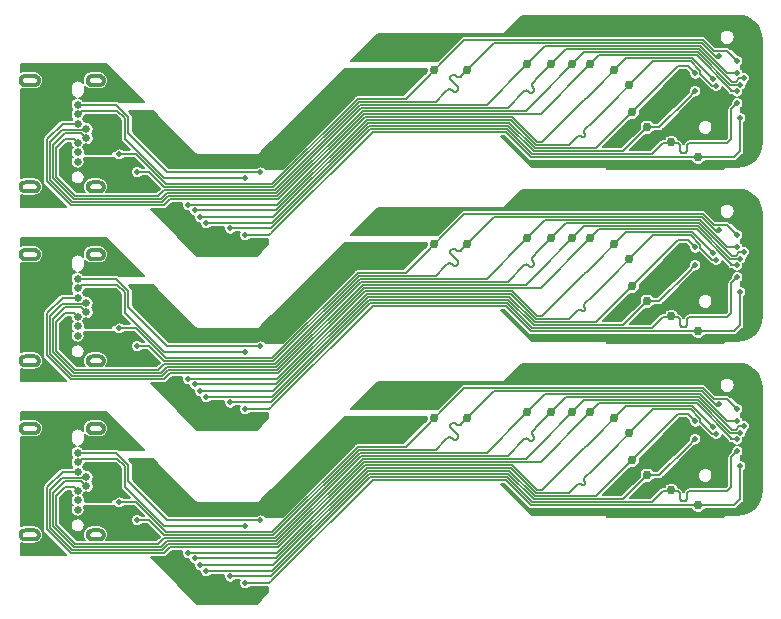
<source format=gbr>
G04 #@! TF.GenerationSoftware,KiCad,Pcbnew,(5.1.7)-1*
G04 #@! TF.CreationDate,2020-12-05T21:57:18-08:00*
G04 #@! TF.ProjectId,DellAdapter_3.1_PanelX3,44656c6c-4164-4617-9074-65725f332e31,rev?*
G04 #@! TF.SameCoordinates,Original*
G04 #@! TF.FileFunction,Copper,L1,Top*
G04 #@! TF.FilePolarity,Positive*
%FSLAX46Y46*%
G04 Gerber Fmt 4.6, Leading zero omitted, Abs format (unit mm)*
G04 Created by KiCad (PCBNEW (5.1.7)-1) date 2020-12-05 21:57:18*
%MOMM*%
%LPD*%
G01*
G04 APERTURE LIST*
G04 #@! TA.AperFunction,EtchedComponent*
%ADD10C,0.001000*%
G04 #@! TD*
G04 #@! TA.AperFunction,SMDPad,CuDef*
%ADD11C,0.762000*%
G04 #@! TD*
G04 #@! TA.AperFunction,ComponentPad*
%ADD12C,0.650000*%
G04 #@! TD*
G04 #@! TA.AperFunction,ComponentPad*
%ADD13O,1.100000X2.200000*%
G04 #@! TD*
G04 #@! TA.AperFunction,ComponentPad*
%ADD14O,0.850000X1.700000*%
G04 #@! TD*
G04 #@! TA.AperFunction,ComponentPad*
%ADD15O,1.000000X2.000000*%
G04 #@! TD*
G04 #@! TA.AperFunction,ViaPad*
%ADD16C,0.508000*%
G04 #@! TD*
G04 #@! TA.AperFunction,ViaPad*
%ADD17C,0.558800*%
G04 #@! TD*
G04 #@! TA.AperFunction,Conductor*
%ADD18C,0.152400*%
G04 #@! TD*
G04 #@! TA.AperFunction,Conductor*
%ADD19C,0.254000*%
G04 #@! TD*
G04 #@! TA.AperFunction,Conductor*
%ADD20C,0.100000*%
G04 #@! TD*
G04 #@! TA.AperFunction,Conductor*
%ADD21C,0.127000*%
G04 #@! TD*
G04 #@! TA.AperFunction,Conductor*
%ADD22C,0.101600*%
G04 #@! TD*
G04 APERTURE END LIST*
D10*
G36*
X128289000Y-108280000D02*
G01*
X128289000Y-108030000D01*
X128589000Y-108030000D01*
X128615168Y-108030685D01*
X128641264Y-108032739D01*
X128667217Y-108036156D01*
X128692956Y-108040926D01*
X128718410Y-108047037D01*
X128743508Y-108054472D01*
X128768184Y-108063210D01*
X128792368Y-108073227D01*
X128815995Y-108084497D01*
X128839000Y-108096987D01*
X128861320Y-108110665D01*
X128882893Y-108125492D01*
X128903660Y-108141427D01*
X128923565Y-108158428D01*
X128942553Y-108176447D01*
X128960572Y-108195435D01*
X128977573Y-108215340D01*
X128993508Y-108236107D01*
X129008335Y-108257680D01*
X129022013Y-108280000D01*
X129034503Y-108303005D01*
X129045773Y-108326632D01*
X129055790Y-108350816D01*
X129064528Y-108375492D01*
X129071963Y-108400590D01*
X129078074Y-108426044D01*
X129082844Y-108451783D01*
X129086261Y-108477736D01*
X129088315Y-108503832D01*
X129089000Y-108530000D01*
X129088315Y-108556168D01*
X129086261Y-108582264D01*
X129082844Y-108608217D01*
X129078074Y-108633956D01*
X129071963Y-108659410D01*
X129064528Y-108684508D01*
X129055790Y-108709184D01*
X129045773Y-108733368D01*
X129034503Y-108756995D01*
X129022013Y-108780000D01*
X129008335Y-108802320D01*
X128993508Y-108823893D01*
X128977573Y-108844660D01*
X128960572Y-108864565D01*
X128942553Y-108883553D01*
X128923565Y-108901572D01*
X128903660Y-108918573D01*
X128882893Y-108934508D01*
X128861320Y-108949335D01*
X128839000Y-108963013D01*
X128815995Y-108975503D01*
X128792368Y-108986773D01*
X128768184Y-108996790D01*
X128743508Y-109005528D01*
X128718410Y-109012963D01*
X128692956Y-109019074D01*
X128667217Y-109023844D01*
X128641264Y-109027261D01*
X128615168Y-109029315D01*
X128589000Y-109030000D01*
X128289000Y-109030000D01*
X128289000Y-108780000D01*
X128589000Y-108780000D01*
X128602084Y-108779657D01*
X128615132Y-108778630D01*
X128628109Y-108776922D01*
X128640978Y-108774537D01*
X128653705Y-108771481D01*
X128666254Y-108767764D01*
X128678592Y-108763395D01*
X128690684Y-108758386D01*
X128702498Y-108752752D01*
X128714000Y-108746506D01*
X128725160Y-108739668D01*
X128735946Y-108732254D01*
X128746330Y-108724286D01*
X128756283Y-108715786D01*
X128765777Y-108706777D01*
X128774786Y-108697283D01*
X128783286Y-108687330D01*
X128791254Y-108676946D01*
X128798668Y-108666160D01*
X128805506Y-108655000D01*
X128811752Y-108643498D01*
X128817386Y-108631684D01*
X128822395Y-108619592D01*
X128826764Y-108607254D01*
X128830481Y-108594705D01*
X128833537Y-108581978D01*
X128835922Y-108569109D01*
X128837630Y-108556132D01*
X128838657Y-108543084D01*
X128839000Y-108530000D01*
X128838657Y-108516916D01*
X128837630Y-108503868D01*
X128835922Y-108490891D01*
X128833537Y-108478022D01*
X128830481Y-108465295D01*
X128826764Y-108452746D01*
X128822395Y-108440408D01*
X128817386Y-108428316D01*
X128811752Y-108416502D01*
X128805506Y-108405000D01*
X128798668Y-108393840D01*
X128791254Y-108383054D01*
X128783286Y-108372670D01*
X128774786Y-108362717D01*
X128765777Y-108353223D01*
X128756283Y-108344214D01*
X128746330Y-108335714D01*
X128735946Y-108327746D01*
X128725160Y-108320332D01*
X128714000Y-108313494D01*
X128702498Y-108307248D01*
X128690684Y-108301614D01*
X128678592Y-108296605D01*
X128666254Y-108292236D01*
X128653705Y-108288519D01*
X128640978Y-108285463D01*
X128628109Y-108283078D01*
X128615132Y-108281370D01*
X128602084Y-108280343D01*
X128589000Y-108280000D01*
X128289000Y-108280000D01*
G37*
X128289000Y-108280000D02*
X128289000Y-108030000D01*
X128589000Y-108030000D01*
X128615168Y-108030685D01*
X128641264Y-108032739D01*
X128667217Y-108036156D01*
X128692956Y-108040926D01*
X128718410Y-108047037D01*
X128743508Y-108054472D01*
X128768184Y-108063210D01*
X128792368Y-108073227D01*
X128815995Y-108084497D01*
X128839000Y-108096987D01*
X128861320Y-108110665D01*
X128882893Y-108125492D01*
X128903660Y-108141427D01*
X128923565Y-108158428D01*
X128942553Y-108176447D01*
X128960572Y-108195435D01*
X128977573Y-108215340D01*
X128993508Y-108236107D01*
X129008335Y-108257680D01*
X129022013Y-108280000D01*
X129034503Y-108303005D01*
X129045773Y-108326632D01*
X129055790Y-108350816D01*
X129064528Y-108375492D01*
X129071963Y-108400590D01*
X129078074Y-108426044D01*
X129082844Y-108451783D01*
X129086261Y-108477736D01*
X129088315Y-108503832D01*
X129089000Y-108530000D01*
X129088315Y-108556168D01*
X129086261Y-108582264D01*
X129082844Y-108608217D01*
X129078074Y-108633956D01*
X129071963Y-108659410D01*
X129064528Y-108684508D01*
X129055790Y-108709184D01*
X129045773Y-108733368D01*
X129034503Y-108756995D01*
X129022013Y-108780000D01*
X129008335Y-108802320D01*
X128993508Y-108823893D01*
X128977573Y-108844660D01*
X128960572Y-108864565D01*
X128942553Y-108883553D01*
X128923565Y-108901572D01*
X128903660Y-108918573D01*
X128882893Y-108934508D01*
X128861320Y-108949335D01*
X128839000Y-108963013D01*
X128815995Y-108975503D01*
X128792368Y-108986773D01*
X128768184Y-108996790D01*
X128743508Y-109005528D01*
X128718410Y-109012963D01*
X128692956Y-109019074D01*
X128667217Y-109023844D01*
X128641264Y-109027261D01*
X128615168Y-109029315D01*
X128589000Y-109030000D01*
X128289000Y-109030000D01*
X128289000Y-108780000D01*
X128589000Y-108780000D01*
X128602084Y-108779657D01*
X128615132Y-108778630D01*
X128628109Y-108776922D01*
X128640978Y-108774537D01*
X128653705Y-108771481D01*
X128666254Y-108767764D01*
X128678592Y-108763395D01*
X128690684Y-108758386D01*
X128702498Y-108752752D01*
X128714000Y-108746506D01*
X128725160Y-108739668D01*
X128735946Y-108732254D01*
X128746330Y-108724286D01*
X128756283Y-108715786D01*
X128765777Y-108706777D01*
X128774786Y-108697283D01*
X128783286Y-108687330D01*
X128791254Y-108676946D01*
X128798668Y-108666160D01*
X128805506Y-108655000D01*
X128811752Y-108643498D01*
X128817386Y-108631684D01*
X128822395Y-108619592D01*
X128826764Y-108607254D01*
X128830481Y-108594705D01*
X128833537Y-108581978D01*
X128835922Y-108569109D01*
X128837630Y-108556132D01*
X128838657Y-108543084D01*
X128839000Y-108530000D01*
X128838657Y-108516916D01*
X128837630Y-108503868D01*
X128835922Y-108490891D01*
X128833537Y-108478022D01*
X128830481Y-108465295D01*
X128826764Y-108452746D01*
X128822395Y-108440408D01*
X128817386Y-108428316D01*
X128811752Y-108416502D01*
X128805506Y-108405000D01*
X128798668Y-108393840D01*
X128791254Y-108383054D01*
X128783286Y-108372670D01*
X128774786Y-108362717D01*
X128765777Y-108353223D01*
X128756283Y-108344214D01*
X128746330Y-108335714D01*
X128735946Y-108327746D01*
X128725160Y-108320332D01*
X128714000Y-108313494D01*
X128702498Y-108307248D01*
X128690684Y-108301614D01*
X128678592Y-108296605D01*
X128666254Y-108292236D01*
X128653705Y-108288519D01*
X128640978Y-108285463D01*
X128628109Y-108283078D01*
X128615132Y-108281370D01*
X128602084Y-108280343D01*
X128589000Y-108280000D01*
X128289000Y-108280000D01*
G36*
X128289000Y-108780000D02*
G01*
X128289000Y-109030000D01*
X127989000Y-109030000D01*
X127962832Y-109029315D01*
X127936736Y-109027261D01*
X127910783Y-109023844D01*
X127885044Y-109019074D01*
X127859590Y-109012963D01*
X127834492Y-109005528D01*
X127809816Y-108996790D01*
X127785632Y-108986773D01*
X127762005Y-108975503D01*
X127739000Y-108963013D01*
X127716680Y-108949335D01*
X127695107Y-108934508D01*
X127674340Y-108918573D01*
X127654435Y-108901572D01*
X127635447Y-108883553D01*
X127617428Y-108864565D01*
X127600427Y-108844660D01*
X127584492Y-108823893D01*
X127569665Y-108802320D01*
X127555987Y-108780000D01*
X127543497Y-108756995D01*
X127532227Y-108733368D01*
X127522210Y-108709184D01*
X127513472Y-108684508D01*
X127506037Y-108659410D01*
X127499926Y-108633956D01*
X127495156Y-108608217D01*
X127491739Y-108582264D01*
X127489685Y-108556168D01*
X127489000Y-108530000D01*
X127489685Y-108503832D01*
X127491739Y-108477736D01*
X127495156Y-108451783D01*
X127499926Y-108426044D01*
X127506037Y-108400590D01*
X127513472Y-108375492D01*
X127522210Y-108350816D01*
X127532227Y-108326632D01*
X127543497Y-108303005D01*
X127555987Y-108280000D01*
X127569665Y-108257680D01*
X127584492Y-108236107D01*
X127600427Y-108215340D01*
X127617428Y-108195435D01*
X127635447Y-108176447D01*
X127654435Y-108158428D01*
X127674340Y-108141427D01*
X127695107Y-108125492D01*
X127716680Y-108110665D01*
X127739000Y-108096987D01*
X127762005Y-108084497D01*
X127785632Y-108073227D01*
X127809816Y-108063210D01*
X127834492Y-108054472D01*
X127859590Y-108047037D01*
X127885044Y-108040926D01*
X127910783Y-108036156D01*
X127936736Y-108032739D01*
X127962832Y-108030685D01*
X127989000Y-108030000D01*
X128289000Y-108030000D01*
X128289000Y-108280000D01*
X127989000Y-108280000D01*
X127975916Y-108280343D01*
X127962868Y-108281370D01*
X127949891Y-108283078D01*
X127937022Y-108285463D01*
X127924295Y-108288519D01*
X127911746Y-108292236D01*
X127899408Y-108296605D01*
X127887316Y-108301614D01*
X127875502Y-108307248D01*
X127864000Y-108313494D01*
X127852840Y-108320332D01*
X127842054Y-108327746D01*
X127831670Y-108335714D01*
X127821717Y-108344214D01*
X127812223Y-108353223D01*
X127803214Y-108362717D01*
X127794714Y-108372670D01*
X127786746Y-108383054D01*
X127779332Y-108393840D01*
X127772494Y-108405000D01*
X127766248Y-108416502D01*
X127760614Y-108428316D01*
X127755605Y-108440408D01*
X127751236Y-108452746D01*
X127747519Y-108465295D01*
X127744463Y-108478022D01*
X127742078Y-108490891D01*
X127740370Y-108503868D01*
X127739343Y-108516916D01*
X127739000Y-108530000D01*
X127739343Y-108543084D01*
X127740370Y-108556132D01*
X127742078Y-108569109D01*
X127744463Y-108581978D01*
X127747519Y-108594705D01*
X127751236Y-108607254D01*
X127755605Y-108619592D01*
X127760614Y-108631684D01*
X127766248Y-108643498D01*
X127772494Y-108655000D01*
X127779332Y-108666160D01*
X127786746Y-108676946D01*
X127794714Y-108687330D01*
X127803214Y-108697283D01*
X127812223Y-108706777D01*
X127821717Y-108715786D01*
X127831670Y-108724286D01*
X127842054Y-108732254D01*
X127852840Y-108739668D01*
X127864000Y-108746506D01*
X127875502Y-108752752D01*
X127887316Y-108758386D01*
X127899408Y-108763395D01*
X127911746Y-108767764D01*
X127924295Y-108771481D01*
X127937022Y-108774537D01*
X127949891Y-108776922D01*
X127962868Y-108778630D01*
X127975916Y-108779657D01*
X127989000Y-108780000D01*
X128289000Y-108780000D01*
G37*
X128289000Y-108780000D02*
X128289000Y-109030000D01*
X127989000Y-109030000D01*
X127962832Y-109029315D01*
X127936736Y-109027261D01*
X127910783Y-109023844D01*
X127885044Y-109019074D01*
X127859590Y-109012963D01*
X127834492Y-109005528D01*
X127809816Y-108996790D01*
X127785632Y-108986773D01*
X127762005Y-108975503D01*
X127739000Y-108963013D01*
X127716680Y-108949335D01*
X127695107Y-108934508D01*
X127674340Y-108918573D01*
X127654435Y-108901572D01*
X127635447Y-108883553D01*
X127617428Y-108864565D01*
X127600427Y-108844660D01*
X127584492Y-108823893D01*
X127569665Y-108802320D01*
X127555987Y-108780000D01*
X127543497Y-108756995D01*
X127532227Y-108733368D01*
X127522210Y-108709184D01*
X127513472Y-108684508D01*
X127506037Y-108659410D01*
X127499926Y-108633956D01*
X127495156Y-108608217D01*
X127491739Y-108582264D01*
X127489685Y-108556168D01*
X127489000Y-108530000D01*
X127489685Y-108503832D01*
X127491739Y-108477736D01*
X127495156Y-108451783D01*
X127499926Y-108426044D01*
X127506037Y-108400590D01*
X127513472Y-108375492D01*
X127522210Y-108350816D01*
X127532227Y-108326632D01*
X127543497Y-108303005D01*
X127555987Y-108280000D01*
X127569665Y-108257680D01*
X127584492Y-108236107D01*
X127600427Y-108215340D01*
X127617428Y-108195435D01*
X127635447Y-108176447D01*
X127654435Y-108158428D01*
X127674340Y-108141427D01*
X127695107Y-108125492D01*
X127716680Y-108110665D01*
X127739000Y-108096987D01*
X127762005Y-108084497D01*
X127785632Y-108073227D01*
X127809816Y-108063210D01*
X127834492Y-108054472D01*
X127859590Y-108047037D01*
X127885044Y-108040926D01*
X127910783Y-108036156D01*
X127936736Y-108032739D01*
X127962832Y-108030685D01*
X127989000Y-108030000D01*
X128289000Y-108030000D01*
X128289000Y-108280000D01*
X127989000Y-108280000D01*
X127975916Y-108280343D01*
X127962868Y-108281370D01*
X127949891Y-108283078D01*
X127937022Y-108285463D01*
X127924295Y-108288519D01*
X127911746Y-108292236D01*
X127899408Y-108296605D01*
X127887316Y-108301614D01*
X127875502Y-108307248D01*
X127864000Y-108313494D01*
X127852840Y-108320332D01*
X127842054Y-108327746D01*
X127831670Y-108335714D01*
X127821717Y-108344214D01*
X127812223Y-108353223D01*
X127803214Y-108362717D01*
X127794714Y-108372670D01*
X127786746Y-108383054D01*
X127779332Y-108393840D01*
X127772494Y-108405000D01*
X127766248Y-108416502D01*
X127760614Y-108428316D01*
X127755605Y-108440408D01*
X127751236Y-108452746D01*
X127747519Y-108465295D01*
X127744463Y-108478022D01*
X127742078Y-108490891D01*
X127740370Y-108503868D01*
X127739343Y-108516916D01*
X127739000Y-108530000D01*
X127739343Y-108543084D01*
X127740370Y-108556132D01*
X127742078Y-108569109D01*
X127744463Y-108581978D01*
X127747519Y-108594705D01*
X127751236Y-108607254D01*
X127755605Y-108619592D01*
X127760614Y-108631684D01*
X127766248Y-108643498D01*
X127772494Y-108655000D01*
X127779332Y-108666160D01*
X127786746Y-108676946D01*
X127794714Y-108687330D01*
X127803214Y-108697283D01*
X127812223Y-108706777D01*
X127821717Y-108715786D01*
X127831670Y-108724286D01*
X127842054Y-108732254D01*
X127852840Y-108739668D01*
X127864000Y-108746506D01*
X127875502Y-108752752D01*
X127887316Y-108758386D01*
X127899408Y-108763395D01*
X127911746Y-108767764D01*
X127924295Y-108771481D01*
X127937022Y-108774537D01*
X127949891Y-108776922D01*
X127962868Y-108778630D01*
X127975916Y-108779657D01*
X127989000Y-108780000D01*
X128289000Y-108780000D01*
G36*
X128289000Y-117280000D02*
G01*
X128289000Y-117030000D01*
X128589000Y-117030000D01*
X128615168Y-117030685D01*
X128641264Y-117032739D01*
X128667217Y-117036156D01*
X128692956Y-117040926D01*
X128718410Y-117047037D01*
X128743508Y-117054472D01*
X128768184Y-117063210D01*
X128792368Y-117073227D01*
X128815995Y-117084497D01*
X128839000Y-117096987D01*
X128861320Y-117110665D01*
X128882893Y-117125492D01*
X128903660Y-117141427D01*
X128923565Y-117158428D01*
X128942553Y-117176447D01*
X128960572Y-117195435D01*
X128977573Y-117215340D01*
X128993508Y-117236107D01*
X129008335Y-117257680D01*
X129022013Y-117280000D01*
X129034503Y-117303005D01*
X129045773Y-117326632D01*
X129055790Y-117350816D01*
X129064528Y-117375492D01*
X129071963Y-117400590D01*
X129078074Y-117426044D01*
X129082844Y-117451783D01*
X129086261Y-117477736D01*
X129088315Y-117503832D01*
X129089000Y-117530000D01*
X129088315Y-117556168D01*
X129086261Y-117582264D01*
X129082844Y-117608217D01*
X129078074Y-117633956D01*
X129071963Y-117659410D01*
X129064528Y-117684508D01*
X129055790Y-117709184D01*
X129045773Y-117733368D01*
X129034503Y-117756995D01*
X129022013Y-117780000D01*
X129008335Y-117802320D01*
X128993508Y-117823893D01*
X128977573Y-117844660D01*
X128960572Y-117864565D01*
X128942553Y-117883553D01*
X128923565Y-117901572D01*
X128903660Y-117918573D01*
X128882893Y-117934508D01*
X128861320Y-117949335D01*
X128839000Y-117963013D01*
X128815995Y-117975503D01*
X128792368Y-117986773D01*
X128768184Y-117996790D01*
X128743508Y-118005528D01*
X128718410Y-118012963D01*
X128692956Y-118019074D01*
X128667217Y-118023844D01*
X128641264Y-118027261D01*
X128615168Y-118029315D01*
X128589000Y-118030000D01*
X128289000Y-118030000D01*
X128289000Y-117780000D01*
X128589000Y-117780000D01*
X128602084Y-117779657D01*
X128615132Y-117778630D01*
X128628109Y-117776922D01*
X128640978Y-117774537D01*
X128653705Y-117771481D01*
X128666254Y-117767764D01*
X128678592Y-117763395D01*
X128690684Y-117758386D01*
X128702498Y-117752752D01*
X128714000Y-117746506D01*
X128725160Y-117739668D01*
X128735946Y-117732254D01*
X128746330Y-117724286D01*
X128756283Y-117715786D01*
X128765777Y-117706777D01*
X128774786Y-117697283D01*
X128783286Y-117687330D01*
X128791254Y-117676946D01*
X128798668Y-117666160D01*
X128805506Y-117655000D01*
X128811752Y-117643498D01*
X128817386Y-117631684D01*
X128822395Y-117619592D01*
X128826764Y-117607254D01*
X128830481Y-117594705D01*
X128833537Y-117581978D01*
X128835922Y-117569109D01*
X128837630Y-117556132D01*
X128838657Y-117543084D01*
X128839000Y-117530000D01*
X128838657Y-117516916D01*
X128837630Y-117503868D01*
X128835922Y-117490891D01*
X128833537Y-117478022D01*
X128830481Y-117465295D01*
X128826764Y-117452746D01*
X128822395Y-117440408D01*
X128817386Y-117428316D01*
X128811752Y-117416502D01*
X128805506Y-117405000D01*
X128798668Y-117393840D01*
X128791254Y-117383054D01*
X128783286Y-117372670D01*
X128774786Y-117362717D01*
X128765777Y-117353223D01*
X128756283Y-117344214D01*
X128746330Y-117335714D01*
X128735946Y-117327746D01*
X128725160Y-117320332D01*
X128714000Y-117313494D01*
X128702498Y-117307248D01*
X128690684Y-117301614D01*
X128678592Y-117296605D01*
X128666254Y-117292236D01*
X128653705Y-117288519D01*
X128640978Y-117285463D01*
X128628109Y-117283078D01*
X128615132Y-117281370D01*
X128602084Y-117280343D01*
X128589000Y-117280000D01*
X128289000Y-117280000D01*
G37*
X128289000Y-117280000D02*
X128289000Y-117030000D01*
X128589000Y-117030000D01*
X128615168Y-117030685D01*
X128641264Y-117032739D01*
X128667217Y-117036156D01*
X128692956Y-117040926D01*
X128718410Y-117047037D01*
X128743508Y-117054472D01*
X128768184Y-117063210D01*
X128792368Y-117073227D01*
X128815995Y-117084497D01*
X128839000Y-117096987D01*
X128861320Y-117110665D01*
X128882893Y-117125492D01*
X128903660Y-117141427D01*
X128923565Y-117158428D01*
X128942553Y-117176447D01*
X128960572Y-117195435D01*
X128977573Y-117215340D01*
X128993508Y-117236107D01*
X129008335Y-117257680D01*
X129022013Y-117280000D01*
X129034503Y-117303005D01*
X129045773Y-117326632D01*
X129055790Y-117350816D01*
X129064528Y-117375492D01*
X129071963Y-117400590D01*
X129078074Y-117426044D01*
X129082844Y-117451783D01*
X129086261Y-117477736D01*
X129088315Y-117503832D01*
X129089000Y-117530000D01*
X129088315Y-117556168D01*
X129086261Y-117582264D01*
X129082844Y-117608217D01*
X129078074Y-117633956D01*
X129071963Y-117659410D01*
X129064528Y-117684508D01*
X129055790Y-117709184D01*
X129045773Y-117733368D01*
X129034503Y-117756995D01*
X129022013Y-117780000D01*
X129008335Y-117802320D01*
X128993508Y-117823893D01*
X128977573Y-117844660D01*
X128960572Y-117864565D01*
X128942553Y-117883553D01*
X128923565Y-117901572D01*
X128903660Y-117918573D01*
X128882893Y-117934508D01*
X128861320Y-117949335D01*
X128839000Y-117963013D01*
X128815995Y-117975503D01*
X128792368Y-117986773D01*
X128768184Y-117996790D01*
X128743508Y-118005528D01*
X128718410Y-118012963D01*
X128692956Y-118019074D01*
X128667217Y-118023844D01*
X128641264Y-118027261D01*
X128615168Y-118029315D01*
X128589000Y-118030000D01*
X128289000Y-118030000D01*
X128289000Y-117780000D01*
X128589000Y-117780000D01*
X128602084Y-117779657D01*
X128615132Y-117778630D01*
X128628109Y-117776922D01*
X128640978Y-117774537D01*
X128653705Y-117771481D01*
X128666254Y-117767764D01*
X128678592Y-117763395D01*
X128690684Y-117758386D01*
X128702498Y-117752752D01*
X128714000Y-117746506D01*
X128725160Y-117739668D01*
X128735946Y-117732254D01*
X128746330Y-117724286D01*
X128756283Y-117715786D01*
X128765777Y-117706777D01*
X128774786Y-117697283D01*
X128783286Y-117687330D01*
X128791254Y-117676946D01*
X128798668Y-117666160D01*
X128805506Y-117655000D01*
X128811752Y-117643498D01*
X128817386Y-117631684D01*
X128822395Y-117619592D01*
X128826764Y-117607254D01*
X128830481Y-117594705D01*
X128833537Y-117581978D01*
X128835922Y-117569109D01*
X128837630Y-117556132D01*
X128838657Y-117543084D01*
X128839000Y-117530000D01*
X128838657Y-117516916D01*
X128837630Y-117503868D01*
X128835922Y-117490891D01*
X128833537Y-117478022D01*
X128830481Y-117465295D01*
X128826764Y-117452746D01*
X128822395Y-117440408D01*
X128817386Y-117428316D01*
X128811752Y-117416502D01*
X128805506Y-117405000D01*
X128798668Y-117393840D01*
X128791254Y-117383054D01*
X128783286Y-117372670D01*
X128774786Y-117362717D01*
X128765777Y-117353223D01*
X128756283Y-117344214D01*
X128746330Y-117335714D01*
X128735946Y-117327746D01*
X128725160Y-117320332D01*
X128714000Y-117313494D01*
X128702498Y-117307248D01*
X128690684Y-117301614D01*
X128678592Y-117296605D01*
X128666254Y-117292236D01*
X128653705Y-117288519D01*
X128640978Y-117285463D01*
X128628109Y-117283078D01*
X128615132Y-117281370D01*
X128602084Y-117280343D01*
X128589000Y-117280000D01*
X128289000Y-117280000D01*
G36*
X128289000Y-117780000D02*
G01*
X128289000Y-118030000D01*
X127989000Y-118030000D01*
X127962832Y-118029315D01*
X127936736Y-118027261D01*
X127910783Y-118023844D01*
X127885044Y-118019074D01*
X127859590Y-118012963D01*
X127834492Y-118005528D01*
X127809816Y-117996790D01*
X127785632Y-117986773D01*
X127762005Y-117975503D01*
X127739000Y-117963013D01*
X127716680Y-117949335D01*
X127695107Y-117934508D01*
X127674340Y-117918573D01*
X127654435Y-117901572D01*
X127635447Y-117883553D01*
X127617428Y-117864565D01*
X127600427Y-117844660D01*
X127584492Y-117823893D01*
X127569665Y-117802320D01*
X127555987Y-117780000D01*
X127543497Y-117756995D01*
X127532227Y-117733368D01*
X127522210Y-117709184D01*
X127513472Y-117684508D01*
X127506037Y-117659410D01*
X127499926Y-117633956D01*
X127495156Y-117608217D01*
X127491739Y-117582264D01*
X127489685Y-117556168D01*
X127489000Y-117530000D01*
X127489685Y-117503832D01*
X127491739Y-117477736D01*
X127495156Y-117451783D01*
X127499926Y-117426044D01*
X127506037Y-117400590D01*
X127513472Y-117375492D01*
X127522210Y-117350816D01*
X127532227Y-117326632D01*
X127543497Y-117303005D01*
X127555987Y-117280000D01*
X127569665Y-117257680D01*
X127584492Y-117236107D01*
X127600427Y-117215340D01*
X127617428Y-117195435D01*
X127635447Y-117176447D01*
X127654435Y-117158428D01*
X127674340Y-117141427D01*
X127695107Y-117125492D01*
X127716680Y-117110665D01*
X127739000Y-117096987D01*
X127762005Y-117084497D01*
X127785632Y-117073227D01*
X127809816Y-117063210D01*
X127834492Y-117054472D01*
X127859590Y-117047037D01*
X127885044Y-117040926D01*
X127910783Y-117036156D01*
X127936736Y-117032739D01*
X127962832Y-117030685D01*
X127989000Y-117030000D01*
X128289000Y-117030000D01*
X128289000Y-117280000D01*
X127989000Y-117280000D01*
X127975916Y-117280343D01*
X127962868Y-117281370D01*
X127949891Y-117283078D01*
X127937022Y-117285463D01*
X127924295Y-117288519D01*
X127911746Y-117292236D01*
X127899408Y-117296605D01*
X127887316Y-117301614D01*
X127875502Y-117307248D01*
X127864000Y-117313494D01*
X127852840Y-117320332D01*
X127842054Y-117327746D01*
X127831670Y-117335714D01*
X127821717Y-117344214D01*
X127812223Y-117353223D01*
X127803214Y-117362717D01*
X127794714Y-117372670D01*
X127786746Y-117383054D01*
X127779332Y-117393840D01*
X127772494Y-117405000D01*
X127766248Y-117416502D01*
X127760614Y-117428316D01*
X127755605Y-117440408D01*
X127751236Y-117452746D01*
X127747519Y-117465295D01*
X127744463Y-117478022D01*
X127742078Y-117490891D01*
X127740370Y-117503868D01*
X127739343Y-117516916D01*
X127739000Y-117530000D01*
X127739343Y-117543084D01*
X127740370Y-117556132D01*
X127742078Y-117569109D01*
X127744463Y-117581978D01*
X127747519Y-117594705D01*
X127751236Y-117607254D01*
X127755605Y-117619592D01*
X127760614Y-117631684D01*
X127766248Y-117643498D01*
X127772494Y-117655000D01*
X127779332Y-117666160D01*
X127786746Y-117676946D01*
X127794714Y-117687330D01*
X127803214Y-117697283D01*
X127812223Y-117706777D01*
X127821717Y-117715786D01*
X127831670Y-117724286D01*
X127842054Y-117732254D01*
X127852840Y-117739668D01*
X127864000Y-117746506D01*
X127875502Y-117752752D01*
X127887316Y-117758386D01*
X127899408Y-117763395D01*
X127911746Y-117767764D01*
X127924295Y-117771481D01*
X127937022Y-117774537D01*
X127949891Y-117776922D01*
X127962868Y-117778630D01*
X127975916Y-117779657D01*
X127989000Y-117780000D01*
X128289000Y-117780000D01*
G37*
X128289000Y-117780000D02*
X128289000Y-118030000D01*
X127989000Y-118030000D01*
X127962832Y-118029315D01*
X127936736Y-118027261D01*
X127910783Y-118023844D01*
X127885044Y-118019074D01*
X127859590Y-118012963D01*
X127834492Y-118005528D01*
X127809816Y-117996790D01*
X127785632Y-117986773D01*
X127762005Y-117975503D01*
X127739000Y-117963013D01*
X127716680Y-117949335D01*
X127695107Y-117934508D01*
X127674340Y-117918573D01*
X127654435Y-117901572D01*
X127635447Y-117883553D01*
X127617428Y-117864565D01*
X127600427Y-117844660D01*
X127584492Y-117823893D01*
X127569665Y-117802320D01*
X127555987Y-117780000D01*
X127543497Y-117756995D01*
X127532227Y-117733368D01*
X127522210Y-117709184D01*
X127513472Y-117684508D01*
X127506037Y-117659410D01*
X127499926Y-117633956D01*
X127495156Y-117608217D01*
X127491739Y-117582264D01*
X127489685Y-117556168D01*
X127489000Y-117530000D01*
X127489685Y-117503832D01*
X127491739Y-117477736D01*
X127495156Y-117451783D01*
X127499926Y-117426044D01*
X127506037Y-117400590D01*
X127513472Y-117375492D01*
X127522210Y-117350816D01*
X127532227Y-117326632D01*
X127543497Y-117303005D01*
X127555987Y-117280000D01*
X127569665Y-117257680D01*
X127584492Y-117236107D01*
X127600427Y-117215340D01*
X127617428Y-117195435D01*
X127635447Y-117176447D01*
X127654435Y-117158428D01*
X127674340Y-117141427D01*
X127695107Y-117125492D01*
X127716680Y-117110665D01*
X127739000Y-117096987D01*
X127762005Y-117084497D01*
X127785632Y-117073227D01*
X127809816Y-117063210D01*
X127834492Y-117054472D01*
X127859590Y-117047037D01*
X127885044Y-117040926D01*
X127910783Y-117036156D01*
X127936736Y-117032739D01*
X127962832Y-117030685D01*
X127989000Y-117030000D01*
X128289000Y-117030000D01*
X128289000Y-117280000D01*
X127989000Y-117280000D01*
X127975916Y-117280343D01*
X127962868Y-117281370D01*
X127949891Y-117283078D01*
X127937022Y-117285463D01*
X127924295Y-117288519D01*
X127911746Y-117292236D01*
X127899408Y-117296605D01*
X127887316Y-117301614D01*
X127875502Y-117307248D01*
X127864000Y-117313494D01*
X127852840Y-117320332D01*
X127842054Y-117327746D01*
X127831670Y-117335714D01*
X127821717Y-117344214D01*
X127812223Y-117353223D01*
X127803214Y-117362717D01*
X127794714Y-117372670D01*
X127786746Y-117383054D01*
X127779332Y-117393840D01*
X127772494Y-117405000D01*
X127766248Y-117416502D01*
X127760614Y-117428316D01*
X127755605Y-117440408D01*
X127751236Y-117452746D01*
X127747519Y-117465295D01*
X127744463Y-117478022D01*
X127742078Y-117490891D01*
X127740370Y-117503868D01*
X127739343Y-117516916D01*
X127739000Y-117530000D01*
X127739343Y-117543084D01*
X127740370Y-117556132D01*
X127742078Y-117569109D01*
X127744463Y-117581978D01*
X127747519Y-117594705D01*
X127751236Y-117607254D01*
X127755605Y-117619592D01*
X127760614Y-117631684D01*
X127766248Y-117643498D01*
X127772494Y-117655000D01*
X127779332Y-117666160D01*
X127786746Y-117676946D01*
X127794714Y-117687330D01*
X127803214Y-117697283D01*
X127812223Y-117706777D01*
X127821717Y-117715786D01*
X127831670Y-117724286D01*
X127842054Y-117732254D01*
X127852840Y-117739668D01*
X127864000Y-117746506D01*
X127875502Y-117752752D01*
X127887316Y-117758386D01*
X127899408Y-117763395D01*
X127911746Y-117767764D01*
X127924295Y-117771481D01*
X127937022Y-117774537D01*
X127949891Y-117776922D01*
X127962868Y-117778630D01*
X127975916Y-117779657D01*
X127989000Y-117780000D01*
X128289000Y-117780000D01*
G36*
X122689000Y-108280000D02*
G01*
X122689000Y-108030000D01*
X123089000Y-108030000D01*
X123115168Y-108030685D01*
X123141264Y-108032739D01*
X123167217Y-108036156D01*
X123192956Y-108040926D01*
X123218410Y-108047037D01*
X123243508Y-108054472D01*
X123268184Y-108063210D01*
X123292368Y-108073227D01*
X123315995Y-108084497D01*
X123339000Y-108096987D01*
X123361320Y-108110665D01*
X123382893Y-108125492D01*
X123403660Y-108141427D01*
X123423565Y-108158428D01*
X123442553Y-108176447D01*
X123460572Y-108195435D01*
X123477573Y-108215340D01*
X123493508Y-108236107D01*
X123508335Y-108257680D01*
X123522013Y-108280000D01*
X123534503Y-108303005D01*
X123545773Y-108326632D01*
X123555790Y-108350816D01*
X123564528Y-108375492D01*
X123571963Y-108400590D01*
X123578074Y-108426044D01*
X123582844Y-108451783D01*
X123586261Y-108477736D01*
X123588315Y-108503832D01*
X123589000Y-108530000D01*
X123588315Y-108556168D01*
X123586261Y-108582264D01*
X123582844Y-108608217D01*
X123578074Y-108633956D01*
X123571963Y-108659410D01*
X123564528Y-108684508D01*
X123555790Y-108709184D01*
X123545773Y-108733368D01*
X123534503Y-108756995D01*
X123522013Y-108780000D01*
X123508335Y-108802320D01*
X123493508Y-108823893D01*
X123477573Y-108844660D01*
X123460572Y-108864565D01*
X123442553Y-108883553D01*
X123423565Y-108901572D01*
X123403660Y-108918573D01*
X123382893Y-108934508D01*
X123361320Y-108949335D01*
X123339000Y-108963013D01*
X123315995Y-108975503D01*
X123292368Y-108986773D01*
X123268184Y-108996790D01*
X123243508Y-109005528D01*
X123218410Y-109012963D01*
X123192956Y-109019074D01*
X123167217Y-109023844D01*
X123141264Y-109027261D01*
X123115168Y-109029315D01*
X123089000Y-109030000D01*
X122689000Y-109030000D01*
X122689000Y-108780000D01*
X123089000Y-108780000D01*
X123102084Y-108779657D01*
X123115132Y-108778630D01*
X123128109Y-108776922D01*
X123140978Y-108774537D01*
X123153705Y-108771481D01*
X123166254Y-108767764D01*
X123178592Y-108763395D01*
X123190684Y-108758386D01*
X123202498Y-108752752D01*
X123214000Y-108746506D01*
X123225160Y-108739668D01*
X123235946Y-108732254D01*
X123246330Y-108724286D01*
X123256283Y-108715786D01*
X123265777Y-108706777D01*
X123274786Y-108697283D01*
X123283286Y-108687330D01*
X123291254Y-108676946D01*
X123298668Y-108666160D01*
X123305506Y-108655000D01*
X123311752Y-108643498D01*
X123317386Y-108631684D01*
X123322395Y-108619592D01*
X123326764Y-108607254D01*
X123330481Y-108594705D01*
X123333537Y-108581978D01*
X123335922Y-108569109D01*
X123337630Y-108556132D01*
X123338657Y-108543084D01*
X123339000Y-108530000D01*
X123338657Y-108516916D01*
X123337630Y-108503868D01*
X123335922Y-108490891D01*
X123333537Y-108478022D01*
X123330481Y-108465295D01*
X123326764Y-108452746D01*
X123322395Y-108440408D01*
X123317386Y-108428316D01*
X123311752Y-108416502D01*
X123305506Y-108405000D01*
X123298668Y-108393840D01*
X123291254Y-108383054D01*
X123283286Y-108372670D01*
X123274786Y-108362717D01*
X123265777Y-108353223D01*
X123256283Y-108344214D01*
X123246330Y-108335714D01*
X123235946Y-108327746D01*
X123225160Y-108320332D01*
X123214000Y-108313494D01*
X123202498Y-108307248D01*
X123190684Y-108301614D01*
X123178592Y-108296605D01*
X123166254Y-108292236D01*
X123153705Y-108288519D01*
X123140978Y-108285463D01*
X123128109Y-108283078D01*
X123115132Y-108281370D01*
X123102084Y-108280343D01*
X123089000Y-108280000D01*
X122689000Y-108280000D01*
G37*
X122689000Y-108280000D02*
X122689000Y-108030000D01*
X123089000Y-108030000D01*
X123115168Y-108030685D01*
X123141264Y-108032739D01*
X123167217Y-108036156D01*
X123192956Y-108040926D01*
X123218410Y-108047037D01*
X123243508Y-108054472D01*
X123268184Y-108063210D01*
X123292368Y-108073227D01*
X123315995Y-108084497D01*
X123339000Y-108096987D01*
X123361320Y-108110665D01*
X123382893Y-108125492D01*
X123403660Y-108141427D01*
X123423565Y-108158428D01*
X123442553Y-108176447D01*
X123460572Y-108195435D01*
X123477573Y-108215340D01*
X123493508Y-108236107D01*
X123508335Y-108257680D01*
X123522013Y-108280000D01*
X123534503Y-108303005D01*
X123545773Y-108326632D01*
X123555790Y-108350816D01*
X123564528Y-108375492D01*
X123571963Y-108400590D01*
X123578074Y-108426044D01*
X123582844Y-108451783D01*
X123586261Y-108477736D01*
X123588315Y-108503832D01*
X123589000Y-108530000D01*
X123588315Y-108556168D01*
X123586261Y-108582264D01*
X123582844Y-108608217D01*
X123578074Y-108633956D01*
X123571963Y-108659410D01*
X123564528Y-108684508D01*
X123555790Y-108709184D01*
X123545773Y-108733368D01*
X123534503Y-108756995D01*
X123522013Y-108780000D01*
X123508335Y-108802320D01*
X123493508Y-108823893D01*
X123477573Y-108844660D01*
X123460572Y-108864565D01*
X123442553Y-108883553D01*
X123423565Y-108901572D01*
X123403660Y-108918573D01*
X123382893Y-108934508D01*
X123361320Y-108949335D01*
X123339000Y-108963013D01*
X123315995Y-108975503D01*
X123292368Y-108986773D01*
X123268184Y-108996790D01*
X123243508Y-109005528D01*
X123218410Y-109012963D01*
X123192956Y-109019074D01*
X123167217Y-109023844D01*
X123141264Y-109027261D01*
X123115168Y-109029315D01*
X123089000Y-109030000D01*
X122689000Y-109030000D01*
X122689000Y-108780000D01*
X123089000Y-108780000D01*
X123102084Y-108779657D01*
X123115132Y-108778630D01*
X123128109Y-108776922D01*
X123140978Y-108774537D01*
X123153705Y-108771481D01*
X123166254Y-108767764D01*
X123178592Y-108763395D01*
X123190684Y-108758386D01*
X123202498Y-108752752D01*
X123214000Y-108746506D01*
X123225160Y-108739668D01*
X123235946Y-108732254D01*
X123246330Y-108724286D01*
X123256283Y-108715786D01*
X123265777Y-108706777D01*
X123274786Y-108697283D01*
X123283286Y-108687330D01*
X123291254Y-108676946D01*
X123298668Y-108666160D01*
X123305506Y-108655000D01*
X123311752Y-108643498D01*
X123317386Y-108631684D01*
X123322395Y-108619592D01*
X123326764Y-108607254D01*
X123330481Y-108594705D01*
X123333537Y-108581978D01*
X123335922Y-108569109D01*
X123337630Y-108556132D01*
X123338657Y-108543084D01*
X123339000Y-108530000D01*
X123338657Y-108516916D01*
X123337630Y-108503868D01*
X123335922Y-108490891D01*
X123333537Y-108478022D01*
X123330481Y-108465295D01*
X123326764Y-108452746D01*
X123322395Y-108440408D01*
X123317386Y-108428316D01*
X123311752Y-108416502D01*
X123305506Y-108405000D01*
X123298668Y-108393840D01*
X123291254Y-108383054D01*
X123283286Y-108372670D01*
X123274786Y-108362717D01*
X123265777Y-108353223D01*
X123256283Y-108344214D01*
X123246330Y-108335714D01*
X123235946Y-108327746D01*
X123225160Y-108320332D01*
X123214000Y-108313494D01*
X123202498Y-108307248D01*
X123190684Y-108301614D01*
X123178592Y-108296605D01*
X123166254Y-108292236D01*
X123153705Y-108288519D01*
X123140978Y-108285463D01*
X123128109Y-108283078D01*
X123115132Y-108281370D01*
X123102084Y-108280343D01*
X123089000Y-108280000D01*
X122689000Y-108280000D01*
G36*
X122689000Y-108780000D02*
G01*
X122689000Y-109030000D01*
X122289000Y-109030000D01*
X122262832Y-109029315D01*
X122236736Y-109027261D01*
X122210783Y-109023844D01*
X122185044Y-109019074D01*
X122159590Y-109012963D01*
X122134492Y-109005528D01*
X122109816Y-108996790D01*
X122085632Y-108986773D01*
X122062005Y-108975503D01*
X122039000Y-108963013D01*
X122016680Y-108949335D01*
X121995107Y-108934508D01*
X121974340Y-108918573D01*
X121954435Y-108901572D01*
X121935447Y-108883553D01*
X121917428Y-108864565D01*
X121900427Y-108844660D01*
X121884492Y-108823893D01*
X121869665Y-108802320D01*
X121855987Y-108780000D01*
X121843497Y-108756995D01*
X121832227Y-108733368D01*
X121822210Y-108709184D01*
X121813472Y-108684508D01*
X121806037Y-108659410D01*
X121799926Y-108633956D01*
X121795156Y-108608217D01*
X121791739Y-108582264D01*
X121789685Y-108556168D01*
X121789000Y-108530000D01*
X121789685Y-108503832D01*
X121791739Y-108477736D01*
X121795156Y-108451783D01*
X121799926Y-108426044D01*
X121806037Y-108400590D01*
X121813472Y-108375492D01*
X121822210Y-108350816D01*
X121832227Y-108326632D01*
X121843497Y-108303005D01*
X121855987Y-108280000D01*
X121869665Y-108257680D01*
X121884492Y-108236107D01*
X121900427Y-108215340D01*
X121917428Y-108195435D01*
X121935447Y-108176447D01*
X121954435Y-108158428D01*
X121974340Y-108141427D01*
X121995107Y-108125492D01*
X122016680Y-108110665D01*
X122039000Y-108096987D01*
X122062005Y-108084497D01*
X122085632Y-108073227D01*
X122109816Y-108063210D01*
X122134492Y-108054472D01*
X122159590Y-108047037D01*
X122185044Y-108040926D01*
X122210783Y-108036156D01*
X122236736Y-108032739D01*
X122262832Y-108030685D01*
X122289000Y-108030000D01*
X122689000Y-108030000D01*
X122689000Y-108280000D01*
X122289000Y-108280000D01*
X122275916Y-108280343D01*
X122262868Y-108281370D01*
X122249891Y-108283078D01*
X122237022Y-108285463D01*
X122224295Y-108288519D01*
X122211746Y-108292236D01*
X122199408Y-108296605D01*
X122187316Y-108301614D01*
X122175502Y-108307248D01*
X122164000Y-108313494D01*
X122152840Y-108320332D01*
X122142054Y-108327746D01*
X122131670Y-108335714D01*
X122121717Y-108344214D01*
X122112223Y-108353223D01*
X122103214Y-108362717D01*
X122094714Y-108372670D01*
X122086746Y-108383054D01*
X122079332Y-108393840D01*
X122072494Y-108405000D01*
X122066248Y-108416502D01*
X122060614Y-108428316D01*
X122055605Y-108440408D01*
X122051236Y-108452746D01*
X122047519Y-108465295D01*
X122044463Y-108478022D01*
X122042078Y-108490891D01*
X122040370Y-108503868D01*
X122039343Y-108516916D01*
X122039000Y-108530000D01*
X122039343Y-108543084D01*
X122040370Y-108556132D01*
X122042078Y-108569109D01*
X122044463Y-108581978D01*
X122047519Y-108594705D01*
X122051236Y-108607254D01*
X122055605Y-108619592D01*
X122060614Y-108631684D01*
X122066248Y-108643498D01*
X122072494Y-108655000D01*
X122079332Y-108666160D01*
X122086746Y-108676946D01*
X122094714Y-108687330D01*
X122103214Y-108697283D01*
X122112223Y-108706777D01*
X122121717Y-108715786D01*
X122131670Y-108724286D01*
X122142054Y-108732254D01*
X122152840Y-108739668D01*
X122164000Y-108746506D01*
X122175502Y-108752752D01*
X122187316Y-108758386D01*
X122199408Y-108763395D01*
X122211746Y-108767764D01*
X122224295Y-108771481D01*
X122237022Y-108774537D01*
X122249891Y-108776922D01*
X122262868Y-108778630D01*
X122275916Y-108779657D01*
X122289000Y-108780000D01*
X122689000Y-108780000D01*
G37*
X122689000Y-108780000D02*
X122689000Y-109030000D01*
X122289000Y-109030000D01*
X122262832Y-109029315D01*
X122236736Y-109027261D01*
X122210783Y-109023844D01*
X122185044Y-109019074D01*
X122159590Y-109012963D01*
X122134492Y-109005528D01*
X122109816Y-108996790D01*
X122085632Y-108986773D01*
X122062005Y-108975503D01*
X122039000Y-108963013D01*
X122016680Y-108949335D01*
X121995107Y-108934508D01*
X121974340Y-108918573D01*
X121954435Y-108901572D01*
X121935447Y-108883553D01*
X121917428Y-108864565D01*
X121900427Y-108844660D01*
X121884492Y-108823893D01*
X121869665Y-108802320D01*
X121855987Y-108780000D01*
X121843497Y-108756995D01*
X121832227Y-108733368D01*
X121822210Y-108709184D01*
X121813472Y-108684508D01*
X121806037Y-108659410D01*
X121799926Y-108633956D01*
X121795156Y-108608217D01*
X121791739Y-108582264D01*
X121789685Y-108556168D01*
X121789000Y-108530000D01*
X121789685Y-108503832D01*
X121791739Y-108477736D01*
X121795156Y-108451783D01*
X121799926Y-108426044D01*
X121806037Y-108400590D01*
X121813472Y-108375492D01*
X121822210Y-108350816D01*
X121832227Y-108326632D01*
X121843497Y-108303005D01*
X121855987Y-108280000D01*
X121869665Y-108257680D01*
X121884492Y-108236107D01*
X121900427Y-108215340D01*
X121917428Y-108195435D01*
X121935447Y-108176447D01*
X121954435Y-108158428D01*
X121974340Y-108141427D01*
X121995107Y-108125492D01*
X122016680Y-108110665D01*
X122039000Y-108096987D01*
X122062005Y-108084497D01*
X122085632Y-108073227D01*
X122109816Y-108063210D01*
X122134492Y-108054472D01*
X122159590Y-108047037D01*
X122185044Y-108040926D01*
X122210783Y-108036156D01*
X122236736Y-108032739D01*
X122262832Y-108030685D01*
X122289000Y-108030000D01*
X122689000Y-108030000D01*
X122689000Y-108280000D01*
X122289000Y-108280000D01*
X122275916Y-108280343D01*
X122262868Y-108281370D01*
X122249891Y-108283078D01*
X122237022Y-108285463D01*
X122224295Y-108288519D01*
X122211746Y-108292236D01*
X122199408Y-108296605D01*
X122187316Y-108301614D01*
X122175502Y-108307248D01*
X122164000Y-108313494D01*
X122152840Y-108320332D01*
X122142054Y-108327746D01*
X122131670Y-108335714D01*
X122121717Y-108344214D01*
X122112223Y-108353223D01*
X122103214Y-108362717D01*
X122094714Y-108372670D01*
X122086746Y-108383054D01*
X122079332Y-108393840D01*
X122072494Y-108405000D01*
X122066248Y-108416502D01*
X122060614Y-108428316D01*
X122055605Y-108440408D01*
X122051236Y-108452746D01*
X122047519Y-108465295D01*
X122044463Y-108478022D01*
X122042078Y-108490891D01*
X122040370Y-108503868D01*
X122039343Y-108516916D01*
X122039000Y-108530000D01*
X122039343Y-108543084D01*
X122040370Y-108556132D01*
X122042078Y-108569109D01*
X122044463Y-108581978D01*
X122047519Y-108594705D01*
X122051236Y-108607254D01*
X122055605Y-108619592D01*
X122060614Y-108631684D01*
X122066248Y-108643498D01*
X122072494Y-108655000D01*
X122079332Y-108666160D01*
X122086746Y-108676946D01*
X122094714Y-108687330D01*
X122103214Y-108697283D01*
X122112223Y-108706777D01*
X122121717Y-108715786D01*
X122131670Y-108724286D01*
X122142054Y-108732254D01*
X122152840Y-108739668D01*
X122164000Y-108746506D01*
X122175502Y-108752752D01*
X122187316Y-108758386D01*
X122199408Y-108763395D01*
X122211746Y-108767764D01*
X122224295Y-108771481D01*
X122237022Y-108774537D01*
X122249891Y-108776922D01*
X122262868Y-108778630D01*
X122275916Y-108779657D01*
X122289000Y-108780000D01*
X122689000Y-108780000D01*
G36*
X122689000Y-117280000D02*
G01*
X122689000Y-117030000D01*
X123089000Y-117030000D01*
X123115168Y-117030685D01*
X123141264Y-117032739D01*
X123167217Y-117036156D01*
X123192956Y-117040926D01*
X123218410Y-117047037D01*
X123243508Y-117054472D01*
X123268184Y-117063210D01*
X123292368Y-117073227D01*
X123315995Y-117084497D01*
X123339000Y-117096987D01*
X123361320Y-117110665D01*
X123382893Y-117125492D01*
X123403660Y-117141427D01*
X123423565Y-117158428D01*
X123442553Y-117176447D01*
X123460572Y-117195435D01*
X123477573Y-117215340D01*
X123493508Y-117236107D01*
X123508335Y-117257680D01*
X123522013Y-117280000D01*
X123534503Y-117303005D01*
X123545773Y-117326632D01*
X123555790Y-117350816D01*
X123564528Y-117375492D01*
X123571963Y-117400590D01*
X123578074Y-117426044D01*
X123582844Y-117451783D01*
X123586261Y-117477736D01*
X123588315Y-117503832D01*
X123589000Y-117530000D01*
X123588315Y-117556168D01*
X123586261Y-117582264D01*
X123582844Y-117608217D01*
X123578074Y-117633956D01*
X123571963Y-117659410D01*
X123564528Y-117684508D01*
X123555790Y-117709184D01*
X123545773Y-117733368D01*
X123534503Y-117756995D01*
X123522013Y-117780000D01*
X123508335Y-117802320D01*
X123493508Y-117823893D01*
X123477573Y-117844660D01*
X123460572Y-117864565D01*
X123442553Y-117883553D01*
X123423565Y-117901572D01*
X123403660Y-117918573D01*
X123382893Y-117934508D01*
X123361320Y-117949335D01*
X123339000Y-117963013D01*
X123315995Y-117975503D01*
X123292368Y-117986773D01*
X123268184Y-117996790D01*
X123243508Y-118005528D01*
X123218410Y-118012963D01*
X123192956Y-118019074D01*
X123167217Y-118023844D01*
X123141264Y-118027261D01*
X123115168Y-118029315D01*
X123089000Y-118030000D01*
X122689000Y-118030000D01*
X122689000Y-117780000D01*
X123089000Y-117780000D01*
X123102084Y-117779657D01*
X123115132Y-117778630D01*
X123128109Y-117776922D01*
X123140978Y-117774537D01*
X123153705Y-117771481D01*
X123166254Y-117767764D01*
X123178592Y-117763395D01*
X123190684Y-117758386D01*
X123202498Y-117752752D01*
X123214000Y-117746506D01*
X123225160Y-117739668D01*
X123235946Y-117732254D01*
X123246330Y-117724286D01*
X123256283Y-117715786D01*
X123265777Y-117706777D01*
X123274786Y-117697283D01*
X123283286Y-117687330D01*
X123291254Y-117676946D01*
X123298668Y-117666160D01*
X123305506Y-117655000D01*
X123311752Y-117643498D01*
X123317386Y-117631684D01*
X123322395Y-117619592D01*
X123326764Y-117607254D01*
X123330481Y-117594705D01*
X123333537Y-117581978D01*
X123335922Y-117569109D01*
X123337630Y-117556132D01*
X123338657Y-117543084D01*
X123339000Y-117530000D01*
X123338657Y-117516916D01*
X123337630Y-117503868D01*
X123335922Y-117490891D01*
X123333537Y-117478022D01*
X123330481Y-117465295D01*
X123326764Y-117452746D01*
X123322395Y-117440408D01*
X123317386Y-117428316D01*
X123311752Y-117416502D01*
X123305506Y-117405000D01*
X123298668Y-117393840D01*
X123291254Y-117383054D01*
X123283286Y-117372670D01*
X123274786Y-117362717D01*
X123265777Y-117353223D01*
X123256283Y-117344214D01*
X123246330Y-117335714D01*
X123235946Y-117327746D01*
X123225160Y-117320332D01*
X123214000Y-117313494D01*
X123202498Y-117307248D01*
X123190684Y-117301614D01*
X123178592Y-117296605D01*
X123166254Y-117292236D01*
X123153705Y-117288519D01*
X123140978Y-117285463D01*
X123128109Y-117283078D01*
X123115132Y-117281370D01*
X123102084Y-117280343D01*
X123089000Y-117280000D01*
X122689000Y-117280000D01*
G37*
X122689000Y-117280000D02*
X122689000Y-117030000D01*
X123089000Y-117030000D01*
X123115168Y-117030685D01*
X123141264Y-117032739D01*
X123167217Y-117036156D01*
X123192956Y-117040926D01*
X123218410Y-117047037D01*
X123243508Y-117054472D01*
X123268184Y-117063210D01*
X123292368Y-117073227D01*
X123315995Y-117084497D01*
X123339000Y-117096987D01*
X123361320Y-117110665D01*
X123382893Y-117125492D01*
X123403660Y-117141427D01*
X123423565Y-117158428D01*
X123442553Y-117176447D01*
X123460572Y-117195435D01*
X123477573Y-117215340D01*
X123493508Y-117236107D01*
X123508335Y-117257680D01*
X123522013Y-117280000D01*
X123534503Y-117303005D01*
X123545773Y-117326632D01*
X123555790Y-117350816D01*
X123564528Y-117375492D01*
X123571963Y-117400590D01*
X123578074Y-117426044D01*
X123582844Y-117451783D01*
X123586261Y-117477736D01*
X123588315Y-117503832D01*
X123589000Y-117530000D01*
X123588315Y-117556168D01*
X123586261Y-117582264D01*
X123582844Y-117608217D01*
X123578074Y-117633956D01*
X123571963Y-117659410D01*
X123564528Y-117684508D01*
X123555790Y-117709184D01*
X123545773Y-117733368D01*
X123534503Y-117756995D01*
X123522013Y-117780000D01*
X123508335Y-117802320D01*
X123493508Y-117823893D01*
X123477573Y-117844660D01*
X123460572Y-117864565D01*
X123442553Y-117883553D01*
X123423565Y-117901572D01*
X123403660Y-117918573D01*
X123382893Y-117934508D01*
X123361320Y-117949335D01*
X123339000Y-117963013D01*
X123315995Y-117975503D01*
X123292368Y-117986773D01*
X123268184Y-117996790D01*
X123243508Y-118005528D01*
X123218410Y-118012963D01*
X123192956Y-118019074D01*
X123167217Y-118023844D01*
X123141264Y-118027261D01*
X123115168Y-118029315D01*
X123089000Y-118030000D01*
X122689000Y-118030000D01*
X122689000Y-117780000D01*
X123089000Y-117780000D01*
X123102084Y-117779657D01*
X123115132Y-117778630D01*
X123128109Y-117776922D01*
X123140978Y-117774537D01*
X123153705Y-117771481D01*
X123166254Y-117767764D01*
X123178592Y-117763395D01*
X123190684Y-117758386D01*
X123202498Y-117752752D01*
X123214000Y-117746506D01*
X123225160Y-117739668D01*
X123235946Y-117732254D01*
X123246330Y-117724286D01*
X123256283Y-117715786D01*
X123265777Y-117706777D01*
X123274786Y-117697283D01*
X123283286Y-117687330D01*
X123291254Y-117676946D01*
X123298668Y-117666160D01*
X123305506Y-117655000D01*
X123311752Y-117643498D01*
X123317386Y-117631684D01*
X123322395Y-117619592D01*
X123326764Y-117607254D01*
X123330481Y-117594705D01*
X123333537Y-117581978D01*
X123335922Y-117569109D01*
X123337630Y-117556132D01*
X123338657Y-117543084D01*
X123339000Y-117530000D01*
X123338657Y-117516916D01*
X123337630Y-117503868D01*
X123335922Y-117490891D01*
X123333537Y-117478022D01*
X123330481Y-117465295D01*
X123326764Y-117452746D01*
X123322395Y-117440408D01*
X123317386Y-117428316D01*
X123311752Y-117416502D01*
X123305506Y-117405000D01*
X123298668Y-117393840D01*
X123291254Y-117383054D01*
X123283286Y-117372670D01*
X123274786Y-117362717D01*
X123265777Y-117353223D01*
X123256283Y-117344214D01*
X123246330Y-117335714D01*
X123235946Y-117327746D01*
X123225160Y-117320332D01*
X123214000Y-117313494D01*
X123202498Y-117307248D01*
X123190684Y-117301614D01*
X123178592Y-117296605D01*
X123166254Y-117292236D01*
X123153705Y-117288519D01*
X123140978Y-117285463D01*
X123128109Y-117283078D01*
X123115132Y-117281370D01*
X123102084Y-117280343D01*
X123089000Y-117280000D01*
X122689000Y-117280000D01*
G36*
X122689000Y-117780000D02*
G01*
X122689000Y-118030000D01*
X122289000Y-118030000D01*
X122262832Y-118029315D01*
X122236736Y-118027261D01*
X122210783Y-118023844D01*
X122185044Y-118019074D01*
X122159590Y-118012963D01*
X122134492Y-118005528D01*
X122109816Y-117996790D01*
X122085632Y-117986773D01*
X122062005Y-117975503D01*
X122039000Y-117963013D01*
X122016680Y-117949335D01*
X121995107Y-117934508D01*
X121974340Y-117918573D01*
X121954435Y-117901572D01*
X121935447Y-117883553D01*
X121917428Y-117864565D01*
X121900427Y-117844660D01*
X121884492Y-117823893D01*
X121869665Y-117802320D01*
X121855987Y-117780000D01*
X121843497Y-117756995D01*
X121832227Y-117733368D01*
X121822210Y-117709184D01*
X121813472Y-117684508D01*
X121806037Y-117659410D01*
X121799926Y-117633956D01*
X121795156Y-117608217D01*
X121791739Y-117582264D01*
X121789685Y-117556168D01*
X121789000Y-117530000D01*
X121789685Y-117503832D01*
X121791739Y-117477736D01*
X121795156Y-117451783D01*
X121799926Y-117426044D01*
X121806037Y-117400590D01*
X121813472Y-117375492D01*
X121822210Y-117350816D01*
X121832227Y-117326632D01*
X121843497Y-117303005D01*
X121855987Y-117280000D01*
X121869665Y-117257680D01*
X121884492Y-117236107D01*
X121900427Y-117215340D01*
X121917428Y-117195435D01*
X121935447Y-117176447D01*
X121954435Y-117158428D01*
X121974340Y-117141427D01*
X121995107Y-117125492D01*
X122016680Y-117110665D01*
X122039000Y-117096987D01*
X122062005Y-117084497D01*
X122085632Y-117073227D01*
X122109816Y-117063210D01*
X122134492Y-117054472D01*
X122159590Y-117047037D01*
X122185044Y-117040926D01*
X122210783Y-117036156D01*
X122236736Y-117032739D01*
X122262832Y-117030685D01*
X122289000Y-117030000D01*
X122689000Y-117030000D01*
X122689000Y-117280000D01*
X122289000Y-117280000D01*
X122275916Y-117280343D01*
X122262868Y-117281370D01*
X122249891Y-117283078D01*
X122237022Y-117285463D01*
X122224295Y-117288519D01*
X122211746Y-117292236D01*
X122199408Y-117296605D01*
X122187316Y-117301614D01*
X122175502Y-117307248D01*
X122164000Y-117313494D01*
X122152840Y-117320332D01*
X122142054Y-117327746D01*
X122131670Y-117335714D01*
X122121717Y-117344214D01*
X122112223Y-117353223D01*
X122103214Y-117362717D01*
X122094714Y-117372670D01*
X122086746Y-117383054D01*
X122079332Y-117393840D01*
X122072494Y-117405000D01*
X122066248Y-117416502D01*
X122060614Y-117428316D01*
X122055605Y-117440408D01*
X122051236Y-117452746D01*
X122047519Y-117465295D01*
X122044463Y-117478022D01*
X122042078Y-117490891D01*
X122040370Y-117503868D01*
X122039343Y-117516916D01*
X122039000Y-117530000D01*
X122039343Y-117543084D01*
X122040370Y-117556132D01*
X122042078Y-117569109D01*
X122044463Y-117581978D01*
X122047519Y-117594705D01*
X122051236Y-117607254D01*
X122055605Y-117619592D01*
X122060614Y-117631684D01*
X122066248Y-117643498D01*
X122072494Y-117655000D01*
X122079332Y-117666160D01*
X122086746Y-117676946D01*
X122094714Y-117687330D01*
X122103214Y-117697283D01*
X122112223Y-117706777D01*
X122121717Y-117715786D01*
X122131670Y-117724286D01*
X122142054Y-117732254D01*
X122152840Y-117739668D01*
X122164000Y-117746506D01*
X122175502Y-117752752D01*
X122187316Y-117758386D01*
X122199408Y-117763395D01*
X122211746Y-117767764D01*
X122224295Y-117771481D01*
X122237022Y-117774537D01*
X122249891Y-117776922D01*
X122262868Y-117778630D01*
X122275916Y-117779657D01*
X122289000Y-117780000D01*
X122689000Y-117780000D01*
G37*
X122689000Y-117780000D02*
X122689000Y-118030000D01*
X122289000Y-118030000D01*
X122262832Y-118029315D01*
X122236736Y-118027261D01*
X122210783Y-118023844D01*
X122185044Y-118019074D01*
X122159590Y-118012963D01*
X122134492Y-118005528D01*
X122109816Y-117996790D01*
X122085632Y-117986773D01*
X122062005Y-117975503D01*
X122039000Y-117963013D01*
X122016680Y-117949335D01*
X121995107Y-117934508D01*
X121974340Y-117918573D01*
X121954435Y-117901572D01*
X121935447Y-117883553D01*
X121917428Y-117864565D01*
X121900427Y-117844660D01*
X121884492Y-117823893D01*
X121869665Y-117802320D01*
X121855987Y-117780000D01*
X121843497Y-117756995D01*
X121832227Y-117733368D01*
X121822210Y-117709184D01*
X121813472Y-117684508D01*
X121806037Y-117659410D01*
X121799926Y-117633956D01*
X121795156Y-117608217D01*
X121791739Y-117582264D01*
X121789685Y-117556168D01*
X121789000Y-117530000D01*
X121789685Y-117503832D01*
X121791739Y-117477736D01*
X121795156Y-117451783D01*
X121799926Y-117426044D01*
X121806037Y-117400590D01*
X121813472Y-117375492D01*
X121822210Y-117350816D01*
X121832227Y-117326632D01*
X121843497Y-117303005D01*
X121855987Y-117280000D01*
X121869665Y-117257680D01*
X121884492Y-117236107D01*
X121900427Y-117215340D01*
X121917428Y-117195435D01*
X121935447Y-117176447D01*
X121954435Y-117158428D01*
X121974340Y-117141427D01*
X121995107Y-117125492D01*
X122016680Y-117110665D01*
X122039000Y-117096987D01*
X122062005Y-117084497D01*
X122085632Y-117073227D01*
X122109816Y-117063210D01*
X122134492Y-117054472D01*
X122159590Y-117047037D01*
X122185044Y-117040926D01*
X122210783Y-117036156D01*
X122236736Y-117032739D01*
X122262832Y-117030685D01*
X122289000Y-117030000D01*
X122689000Y-117030000D01*
X122689000Y-117280000D01*
X122289000Y-117280000D01*
X122275916Y-117280343D01*
X122262868Y-117281370D01*
X122249891Y-117283078D01*
X122237022Y-117285463D01*
X122224295Y-117288519D01*
X122211746Y-117292236D01*
X122199408Y-117296605D01*
X122187316Y-117301614D01*
X122175502Y-117307248D01*
X122164000Y-117313494D01*
X122152840Y-117320332D01*
X122142054Y-117327746D01*
X122131670Y-117335714D01*
X122121717Y-117344214D01*
X122112223Y-117353223D01*
X122103214Y-117362717D01*
X122094714Y-117372670D01*
X122086746Y-117383054D01*
X122079332Y-117393840D01*
X122072494Y-117405000D01*
X122066248Y-117416502D01*
X122060614Y-117428316D01*
X122055605Y-117440408D01*
X122051236Y-117452746D01*
X122047519Y-117465295D01*
X122044463Y-117478022D01*
X122042078Y-117490891D01*
X122040370Y-117503868D01*
X122039343Y-117516916D01*
X122039000Y-117530000D01*
X122039343Y-117543084D01*
X122040370Y-117556132D01*
X122042078Y-117569109D01*
X122044463Y-117581978D01*
X122047519Y-117594705D01*
X122051236Y-117607254D01*
X122055605Y-117619592D01*
X122060614Y-117631684D01*
X122066248Y-117643498D01*
X122072494Y-117655000D01*
X122079332Y-117666160D01*
X122086746Y-117676946D01*
X122094714Y-117687330D01*
X122103214Y-117697283D01*
X122112223Y-117706777D01*
X122121717Y-117715786D01*
X122131670Y-117724286D01*
X122142054Y-117732254D01*
X122152840Y-117739668D01*
X122164000Y-117746506D01*
X122175502Y-117752752D01*
X122187316Y-117758386D01*
X122199408Y-117763395D01*
X122211746Y-117767764D01*
X122224295Y-117771481D01*
X122237022Y-117774537D01*
X122249891Y-117776922D01*
X122262868Y-117778630D01*
X122275916Y-117779657D01*
X122289000Y-117780000D01*
X122689000Y-117780000D01*
G36*
X122689000Y-103048000D02*
G01*
X122689000Y-103298000D01*
X122289000Y-103298000D01*
X122262832Y-103297315D01*
X122236736Y-103295261D01*
X122210783Y-103291844D01*
X122185044Y-103287074D01*
X122159590Y-103280963D01*
X122134492Y-103273528D01*
X122109816Y-103264790D01*
X122085632Y-103254773D01*
X122062005Y-103243503D01*
X122039000Y-103231013D01*
X122016680Y-103217335D01*
X121995107Y-103202508D01*
X121974340Y-103186573D01*
X121954435Y-103169572D01*
X121935447Y-103151553D01*
X121917428Y-103132565D01*
X121900427Y-103112660D01*
X121884492Y-103091893D01*
X121869665Y-103070320D01*
X121855987Y-103048000D01*
X121843497Y-103024995D01*
X121832227Y-103001368D01*
X121822210Y-102977184D01*
X121813472Y-102952508D01*
X121806037Y-102927410D01*
X121799926Y-102901956D01*
X121795156Y-102876217D01*
X121791739Y-102850264D01*
X121789685Y-102824168D01*
X121789000Y-102798000D01*
X121789685Y-102771832D01*
X121791739Y-102745736D01*
X121795156Y-102719783D01*
X121799926Y-102694044D01*
X121806037Y-102668590D01*
X121813472Y-102643492D01*
X121822210Y-102618816D01*
X121832227Y-102594632D01*
X121843497Y-102571005D01*
X121855987Y-102548000D01*
X121869665Y-102525680D01*
X121884492Y-102504107D01*
X121900427Y-102483340D01*
X121917428Y-102463435D01*
X121935447Y-102444447D01*
X121954435Y-102426428D01*
X121974340Y-102409427D01*
X121995107Y-102393492D01*
X122016680Y-102378665D01*
X122039000Y-102364987D01*
X122062005Y-102352497D01*
X122085632Y-102341227D01*
X122109816Y-102331210D01*
X122134492Y-102322472D01*
X122159590Y-102315037D01*
X122185044Y-102308926D01*
X122210783Y-102304156D01*
X122236736Y-102300739D01*
X122262832Y-102298685D01*
X122289000Y-102298000D01*
X122689000Y-102298000D01*
X122689000Y-102548000D01*
X122289000Y-102548000D01*
X122275916Y-102548343D01*
X122262868Y-102549370D01*
X122249891Y-102551078D01*
X122237022Y-102553463D01*
X122224295Y-102556519D01*
X122211746Y-102560236D01*
X122199408Y-102564605D01*
X122187316Y-102569614D01*
X122175502Y-102575248D01*
X122164000Y-102581494D01*
X122152840Y-102588332D01*
X122142054Y-102595746D01*
X122131670Y-102603714D01*
X122121717Y-102612214D01*
X122112223Y-102621223D01*
X122103214Y-102630717D01*
X122094714Y-102640670D01*
X122086746Y-102651054D01*
X122079332Y-102661840D01*
X122072494Y-102673000D01*
X122066248Y-102684502D01*
X122060614Y-102696316D01*
X122055605Y-102708408D01*
X122051236Y-102720746D01*
X122047519Y-102733295D01*
X122044463Y-102746022D01*
X122042078Y-102758891D01*
X122040370Y-102771868D01*
X122039343Y-102784916D01*
X122039000Y-102798000D01*
X122039343Y-102811084D01*
X122040370Y-102824132D01*
X122042078Y-102837109D01*
X122044463Y-102849978D01*
X122047519Y-102862705D01*
X122051236Y-102875254D01*
X122055605Y-102887592D01*
X122060614Y-102899684D01*
X122066248Y-102911498D01*
X122072494Y-102923000D01*
X122079332Y-102934160D01*
X122086746Y-102944946D01*
X122094714Y-102955330D01*
X122103214Y-102965283D01*
X122112223Y-102974777D01*
X122121717Y-102983786D01*
X122131670Y-102992286D01*
X122142054Y-103000254D01*
X122152840Y-103007668D01*
X122164000Y-103014506D01*
X122175502Y-103020752D01*
X122187316Y-103026386D01*
X122199408Y-103031395D01*
X122211746Y-103035764D01*
X122224295Y-103039481D01*
X122237022Y-103042537D01*
X122249891Y-103044922D01*
X122262868Y-103046630D01*
X122275916Y-103047657D01*
X122289000Y-103048000D01*
X122689000Y-103048000D01*
G37*
X122689000Y-103048000D02*
X122689000Y-103298000D01*
X122289000Y-103298000D01*
X122262832Y-103297315D01*
X122236736Y-103295261D01*
X122210783Y-103291844D01*
X122185044Y-103287074D01*
X122159590Y-103280963D01*
X122134492Y-103273528D01*
X122109816Y-103264790D01*
X122085632Y-103254773D01*
X122062005Y-103243503D01*
X122039000Y-103231013D01*
X122016680Y-103217335D01*
X121995107Y-103202508D01*
X121974340Y-103186573D01*
X121954435Y-103169572D01*
X121935447Y-103151553D01*
X121917428Y-103132565D01*
X121900427Y-103112660D01*
X121884492Y-103091893D01*
X121869665Y-103070320D01*
X121855987Y-103048000D01*
X121843497Y-103024995D01*
X121832227Y-103001368D01*
X121822210Y-102977184D01*
X121813472Y-102952508D01*
X121806037Y-102927410D01*
X121799926Y-102901956D01*
X121795156Y-102876217D01*
X121791739Y-102850264D01*
X121789685Y-102824168D01*
X121789000Y-102798000D01*
X121789685Y-102771832D01*
X121791739Y-102745736D01*
X121795156Y-102719783D01*
X121799926Y-102694044D01*
X121806037Y-102668590D01*
X121813472Y-102643492D01*
X121822210Y-102618816D01*
X121832227Y-102594632D01*
X121843497Y-102571005D01*
X121855987Y-102548000D01*
X121869665Y-102525680D01*
X121884492Y-102504107D01*
X121900427Y-102483340D01*
X121917428Y-102463435D01*
X121935447Y-102444447D01*
X121954435Y-102426428D01*
X121974340Y-102409427D01*
X121995107Y-102393492D01*
X122016680Y-102378665D01*
X122039000Y-102364987D01*
X122062005Y-102352497D01*
X122085632Y-102341227D01*
X122109816Y-102331210D01*
X122134492Y-102322472D01*
X122159590Y-102315037D01*
X122185044Y-102308926D01*
X122210783Y-102304156D01*
X122236736Y-102300739D01*
X122262832Y-102298685D01*
X122289000Y-102298000D01*
X122689000Y-102298000D01*
X122689000Y-102548000D01*
X122289000Y-102548000D01*
X122275916Y-102548343D01*
X122262868Y-102549370D01*
X122249891Y-102551078D01*
X122237022Y-102553463D01*
X122224295Y-102556519D01*
X122211746Y-102560236D01*
X122199408Y-102564605D01*
X122187316Y-102569614D01*
X122175502Y-102575248D01*
X122164000Y-102581494D01*
X122152840Y-102588332D01*
X122142054Y-102595746D01*
X122131670Y-102603714D01*
X122121717Y-102612214D01*
X122112223Y-102621223D01*
X122103214Y-102630717D01*
X122094714Y-102640670D01*
X122086746Y-102651054D01*
X122079332Y-102661840D01*
X122072494Y-102673000D01*
X122066248Y-102684502D01*
X122060614Y-102696316D01*
X122055605Y-102708408D01*
X122051236Y-102720746D01*
X122047519Y-102733295D01*
X122044463Y-102746022D01*
X122042078Y-102758891D01*
X122040370Y-102771868D01*
X122039343Y-102784916D01*
X122039000Y-102798000D01*
X122039343Y-102811084D01*
X122040370Y-102824132D01*
X122042078Y-102837109D01*
X122044463Y-102849978D01*
X122047519Y-102862705D01*
X122051236Y-102875254D01*
X122055605Y-102887592D01*
X122060614Y-102899684D01*
X122066248Y-102911498D01*
X122072494Y-102923000D01*
X122079332Y-102934160D01*
X122086746Y-102944946D01*
X122094714Y-102955330D01*
X122103214Y-102965283D01*
X122112223Y-102974777D01*
X122121717Y-102983786D01*
X122131670Y-102992286D01*
X122142054Y-103000254D01*
X122152840Y-103007668D01*
X122164000Y-103014506D01*
X122175502Y-103020752D01*
X122187316Y-103026386D01*
X122199408Y-103031395D01*
X122211746Y-103035764D01*
X122224295Y-103039481D01*
X122237022Y-103042537D01*
X122249891Y-103044922D01*
X122262868Y-103046630D01*
X122275916Y-103047657D01*
X122289000Y-103048000D01*
X122689000Y-103048000D01*
G36*
X122689000Y-102548000D02*
G01*
X122689000Y-102298000D01*
X123089000Y-102298000D01*
X123115168Y-102298685D01*
X123141264Y-102300739D01*
X123167217Y-102304156D01*
X123192956Y-102308926D01*
X123218410Y-102315037D01*
X123243508Y-102322472D01*
X123268184Y-102331210D01*
X123292368Y-102341227D01*
X123315995Y-102352497D01*
X123339000Y-102364987D01*
X123361320Y-102378665D01*
X123382893Y-102393492D01*
X123403660Y-102409427D01*
X123423565Y-102426428D01*
X123442553Y-102444447D01*
X123460572Y-102463435D01*
X123477573Y-102483340D01*
X123493508Y-102504107D01*
X123508335Y-102525680D01*
X123522013Y-102548000D01*
X123534503Y-102571005D01*
X123545773Y-102594632D01*
X123555790Y-102618816D01*
X123564528Y-102643492D01*
X123571963Y-102668590D01*
X123578074Y-102694044D01*
X123582844Y-102719783D01*
X123586261Y-102745736D01*
X123588315Y-102771832D01*
X123589000Y-102798000D01*
X123588315Y-102824168D01*
X123586261Y-102850264D01*
X123582844Y-102876217D01*
X123578074Y-102901956D01*
X123571963Y-102927410D01*
X123564528Y-102952508D01*
X123555790Y-102977184D01*
X123545773Y-103001368D01*
X123534503Y-103024995D01*
X123522013Y-103048000D01*
X123508335Y-103070320D01*
X123493508Y-103091893D01*
X123477573Y-103112660D01*
X123460572Y-103132565D01*
X123442553Y-103151553D01*
X123423565Y-103169572D01*
X123403660Y-103186573D01*
X123382893Y-103202508D01*
X123361320Y-103217335D01*
X123339000Y-103231013D01*
X123315995Y-103243503D01*
X123292368Y-103254773D01*
X123268184Y-103264790D01*
X123243508Y-103273528D01*
X123218410Y-103280963D01*
X123192956Y-103287074D01*
X123167217Y-103291844D01*
X123141264Y-103295261D01*
X123115168Y-103297315D01*
X123089000Y-103298000D01*
X122689000Y-103298000D01*
X122689000Y-103048000D01*
X123089000Y-103048000D01*
X123102084Y-103047657D01*
X123115132Y-103046630D01*
X123128109Y-103044922D01*
X123140978Y-103042537D01*
X123153705Y-103039481D01*
X123166254Y-103035764D01*
X123178592Y-103031395D01*
X123190684Y-103026386D01*
X123202498Y-103020752D01*
X123214000Y-103014506D01*
X123225160Y-103007668D01*
X123235946Y-103000254D01*
X123246330Y-102992286D01*
X123256283Y-102983786D01*
X123265777Y-102974777D01*
X123274786Y-102965283D01*
X123283286Y-102955330D01*
X123291254Y-102944946D01*
X123298668Y-102934160D01*
X123305506Y-102923000D01*
X123311752Y-102911498D01*
X123317386Y-102899684D01*
X123322395Y-102887592D01*
X123326764Y-102875254D01*
X123330481Y-102862705D01*
X123333537Y-102849978D01*
X123335922Y-102837109D01*
X123337630Y-102824132D01*
X123338657Y-102811084D01*
X123339000Y-102798000D01*
X123338657Y-102784916D01*
X123337630Y-102771868D01*
X123335922Y-102758891D01*
X123333537Y-102746022D01*
X123330481Y-102733295D01*
X123326764Y-102720746D01*
X123322395Y-102708408D01*
X123317386Y-102696316D01*
X123311752Y-102684502D01*
X123305506Y-102673000D01*
X123298668Y-102661840D01*
X123291254Y-102651054D01*
X123283286Y-102640670D01*
X123274786Y-102630717D01*
X123265777Y-102621223D01*
X123256283Y-102612214D01*
X123246330Y-102603714D01*
X123235946Y-102595746D01*
X123225160Y-102588332D01*
X123214000Y-102581494D01*
X123202498Y-102575248D01*
X123190684Y-102569614D01*
X123178592Y-102564605D01*
X123166254Y-102560236D01*
X123153705Y-102556519D01*
X123140978Y-102553463D01*
X123128109Y-102551078D01*
X123115132Y-102549370D01*
X123102084Y-102548343D01*
X123089000Y-102548000D01*
X122689000Y-102548000D01*
G37*
X122689000Y-102548000D02*
X122689000Y-102298000D01*
X123089000Y-102298000D01*
X123115168Y-102298685D01*
X123141264Y-102300739D01*
X123167217Y-102304156D01*
X123192956Y-102308926D01*
X123218410Y-102315037D01*
X123243508Y-102322472D01*
X123268184Y-102331210D01*
X123292368Y-102341227D01*
X123315995Y-102352497D01*
X123339000Y-102364987D01*
X123361320Y-102378665D01*
X123382893Y-102393492D01*
X123403660Y-102409427D01*
X123423565Y-102426428D01*
X123442553Y-102444447D01*
X123460572Y-102463435D01*
X123477573Y-102483340D01*
X123493508Y-102504107D01*
X123508335Y-102525680D01*
X123522013Y-102548000D01*
X123534503Y-102571005D01*
X123545773Y-102594632D01*
X123555790Y-102618816D01*
X123564528Y-102643492D01*
X123571963Y-102668590D01*
X123578074Y-102694044D01*
X123582844Y-102719783D01*
X123586261Y-102745736D01*
X123588315Y-102771832D01*
X123589000Y-102798000D01*
X123588315Y-102824168D01*
X123586261Y-102850264D01*
X123582844Y-102876217D01*
X123578074Y-102901956D01*
X123571963Y-102927410D01*
X123564528Y-102952508D01*
X123555790Y-102977184D01*
X123545773Y-103001368D01*
X123534503Y-103024995D01*
X123522013Y-103048000D01*
X123508335Y-103070320D01*
X123493508Y-103091893D01*
X123477573Y-103112660D01*
X123460572Y-103132565D01*
X123442553Y-103151553D01*
X123423565Y-103169572D01*
X123403660Y-103186573D01*
X123382893Y-103202508D01*
X123361320Y-103217335D01*
X123339000Y-103231013D01*
X123315995Y-103243503D01*
X123292368Y-103254773D01*
X123268184Y-103264790D01*
X123243508Y-103273528D01*
X123218410Y-103280963D01*
X123192956Y-103287074D01*
X123167217Y-103291844D01*
X123141264Y-103295261D01*
X123115168Y-103297315D01*
X123089000Y-103298000D01*
X122689000Y-103298000D01*
X122689000Y-103048000D01*
X123089000Y-103048000D01*
X123102084Y-103047657D01*
X123115132Y-103046630D01*
X123128109Y-103044922D01*
X123140978Y-103042537D01*
X123153705Y-103039481D01*
X123166254Y-103035764D01*
X123178592Y-103031395D01*
X123190684Y-103026386D01*
X123202498Y-103020752D01*
X123214000Y-103014506D01*
X123225160Y-103007668D01*
X123235946Y-103000254D01*
X123246330Y-102992286D01*
X123256283Y-102983786D01*
X123265777Y-102974777D01*
X123274786Y-102965283D01*
X123283286Y-102955330D01*
X123291254Y-102944946D01*
X123298668Y-102934160D01*
X123305506Y-102923000D01*
X123311752Y-102911498D01*
X123317386Y-102899684D01*
X123322395Y-102887592D01*
X123326764Y-102875254D01*
X123330481Y-102862705D01*
X123333537Y-102849978D01*
X123335922Y-102837109D01*
X123337630Y-102824132D01*
X123338657Y-102811084D01*
X123339000Y-102798000D01*
X123338657Y-102784916D01*
X123337630Y-102771868D01*
X123335922Y-102758891D01*
X123333537Y-102746022D01*
X123330481Y-102733295D01*
X123326764Y-102720746D01*
X123322395Y-102708408D01*
X123317386Y-102696316D01*
X123311752Y-102684502D01*
X123305506Y-102673000D01*
X123298668Y-102661840D01*
X123291254Y-102651054D01*
X123283286Y-102640670D01*
X123274786Y-102630717D01*
X123265777Y-102621223D01*
X123256283Y-102612214D01*
X123246330Y-102603714D01*
X123235946Y-102595746D01*
X123225160Y-102588332D01*
X123214000Y-102581494D01*
X123202498Y-102575248D01*
X123190684Y-102569614D01*
X123178592Y-102564605D01*
X123166254Y-102560236D01*
X123153705Y-102556519D01*
X123140978Y-102553463D01*
X123128109Y-102551078D01*
X123115132Y-102549370D01*
X123102084Y-102548343D01*
X123089000Y-102548000D01*
X122689000Y-102548000D01*
G36*
X122689000Y-94048000D02*
G01*
X122689000Y-94298000D01*
X122289000Y-94298000D01*
X122262832Y-94297315D01*
X122236736Y-94295261D01*
X122210783Y-94291844D01*
X122185044Y-94287074D01*
X122159590Y-94280963D01*
X122134492Y-94273528D01*
X122109816Y-94264790D01*
X122085632Y-94254773D01*
X122062005Y-94243503D01*
X122039000Y-94231013D01*
X122016680Y-94217335D01*
X121995107Y-94202508D01*
X121974340Y-94186573D01*
X121954435Y-94169572D01*
X121935447Y-94151553D01*
X121917428Y-94132565D01*
X121900427Y-94112660D01*
X121884492Y-94091893D01*
X121869665Y-94070320D01*
X121855987Y-94048000D01*
X121843497Y-94024995D01*
X121832227Y-94001368D01*
X121822210Y-93977184D01*
X121813472Y-93952508D01*
X121806037Y-93927410D01*
X121799926Y-93901956D01*
X121795156Y-93876217D01*
X121791739Y-93850264D01*
X121789685Y-93824168D01*
X121789000Y-93798000D01*
X121789685Y-93771832D01*
X121791739Y-93745736D01*
X121795156Y-93719783D01*
X121799926Y-93694044D01*
X121806037Y-93668590D01*
X121813472Y-93643492D01*
X121822210Y-93618816D01*
X121832227Y-93594632D01*
X121843497Y-93571005D01*
X121855987Y-93548000D01*
X121869665Y-93525680D01*
X121884492Y-93504107D01*
X121900427Y-93483340D01*
X121917428Y-93463435D01*
X121935447Y-93444447D01*
X121954435Y-93426428D01*
X121974340Y-93409427D01*
X121995107Y-93393492D01*
X122016680Y-93378665D01*
X122039000Y-93364987D01*
X122062005Y-93352497D01*
X122085632Y-93341227D01*
X122109816Y-93331210D01*
X122134492Y-93322472D01*
X122159590Y-93315037D01*
X122185044Y-93308926D01*
X122210783Y-93304156D01*
X122236736Y-93300739D01*
X122262832Y-93298685D01*
X122289000Y-93298000D01*
X122689000Y-93298000D01*
X122689000Y-93548000D01*
X122289000Y-93548000D01*
X122275916Y-93548343D01*
X122262868Y-93549370D01*
X122249891Y-93551078D01*
X122237022Y-93553463D01*
X122224295Y-93556519D01*
X122211746Y-93560236D01*
X122199408Y-93564605D01*
X122187316Y-93569614D01*
X122175502Y-93575248D01*
X122164000Y-93581494D01*
X122152840Y-93588332D01*
X122142054Y-93595746D01*
X122131670Y-93603714D01*
X122121717Y-93612214D01*
X122112223Y-93621223D01*
X122103214Y-93630717D01*
X122094714Y-93640670D01*
X122086746Y-93651054D01*
X122079332Y-93661840D01*
X122072494Y-93673000D01*
X122066248Y-93684502D01*
X122060614Y-93696316D01*
X122055605Y-93708408D01*
X122051236Y-93720746D01*
X122047519Y-93733295D01*
X122044463Y-93746022D01*
X122042078Y-93758891D01*
X122040370Y-93771868D01*
X122039343Y-93784916D01*
X122039000Y-93798000D01*
X122039343Y-93811084D01*
X122040370Y-93824132D01*
X122042078Y-93837109D01*
X122044463Y-93849978D01*
X122047519Y-93862705D01*
X122051236Y-93875254D01*
X122055605Y-93887592D01*
X122060614Y-93899684D01*
X122066248Y-93911498D01*
X122072494Y-93923000D01*
X122079332Y-93934160D01*
X122086746Y-93944946D01*
X122094714Y-93955330D01*
X122103214Y-93965283D01*
X122112223Y-93974777D01*
X122121717Y-93983786D01*
X122131670Y-93992286D01*
X122142054Y-94000254D01*
X122152840Y-94007668D01*
X122164000Y-94014506D01*
X122175502Y-94020752D01*
X122187316Y-94026386D01*
X122199408Y-94031395D01*
X122211746Y-94035764D01*
X122224295Y-94039481D01*
X122237022Y-94042537D01*
X122249891Y-94044922D01*
X122262868Y-94046630D01*
X122275916Y-94047657D01*
X122289000Y-94048000D01*
X122689000Y-94048000D01*
G37*
X122689000Y-94048000D02*
X122689000Y-94298000D01*
X122289000Y-94298000D01*
X122262832Y-94297315D01*
X122236736Y-94295261D01*
X122210783Y-94291844D01*
X122185044Y-94287074D01*
X122159590Y-94280963D01*
X122134492Y-94273528D01*
X122109816Y-94264790D01*
X122085632Y-94254773D01*
X122062005Y-94243503D01*
X122039000Y-94231013D01*
X122016680Y-94217335D01*
X121995107Y-94202508D01*
X121974340Y-94186573D01*
X121954435Y-94169572D01*
X121935447Y-94151553D01*
X121917428Y-94132565D01*
X121900427Y-94112660D01*
X121884492Y-94091893D01*
X121869665Y-94070320D01*
X121855987Y-94048000D01*
X121843497Y-94024995D01*
X121832227Y-94001368D01*
X121822210Y-93977184D01*
X121813472Y-93952508D01*
X121806037Y-93927410D01*
X121799926Y-93901956D01*
X121795156Y-93876217D01*
X121791739Y-93850264D01*
X121789685Y-93824168D01*
X121789000Y-93798000D01*
X121789685Y-93771832D01*
X121791739Y-93745736D01*
X121795156Y-93719783D01*
X121799926Y-93694044D01*
X121806037Y-93668590D01*
X121813472Y-93643492D01*
X121822210Y-93618816D01*
X121832227Y-93594632D01*
X121843497Y-93571005D01*
X121855987Y-93548000D01*
X121869665Y-93525680D01*
X121884492Y-93504107D01*
X121900427Y-93483340D01*
X121917428Y-93463435D01*
X121935447Y-93444447D01*
X121954435Y-93426428D01*
X121974340Y-93409427D01*
X121995107Y-93393492D01*
X122016680Y-93378665D01*
X122039000Y-93364987D01*
X122062005Y-93352497D01*
X122085632Y-93341227D01*
X122109816Y-93331210D01*
X122134492Y-93322472D01*
X122159590Y-93315037D01*
X122185044Y-93308926D01*
X122210783Y-93304156D01*
X122236736Y-93300739D01*
X122262832Y-93298685D01*
X122289000Y-93298000D01*
X122689000Y-93298000D01*
X122689000Y-93548000D01*
X122289000Y-93548000D01*
X122275916Y-93548343D01*
X122262868Y-93549370D01*
X122249891Y-93551078D01*
X122237022Y-93553463D01*
X122224295Y-93556519D01*
X122211746Y-93560236D01*
X122199408Y-93564605D01*
X122187316Y-93569614D01*
X122175502Y-93575248D01*
X122164000Y-93581494D01*
X122152840Y-93588332D01*
X122142054Y-93595746D01*
X122131670Y-93603714D01*
X122121717Y-93612214D01*
X122112223Y-93621223D01*
X122103214Y-93630717D01*
X122094714Y-93640670D01*
X122086746Y-93651054D01*
X122079332Y-93661840D01*
X122072494Y-93673000D01*
X122066248Y-93684502D01*
X122060614Y-93696316D01*
X122055605Y-93708408D01*
X122051236Y-93720746D01*
X122047519Y-93733295D01*
X122044463Y-93746022D01*
X122042078Y-93758891D01*
X122040370Y-93771868D01*
X122039343Y-93784916D01*
X122039000Y-93798000D01*
X122039343Y-93811084D01*
X122040370Y-93824132D01*
X122042078Y-93837109D01*
X122044463Y-93849978D01*
X122047519Y-93862705D01*
X122051236Y-93875254D01*
X122055605Y-93887592D01*
X122060614Y-93899684D01*
X122066248Y-93911498D01*
X122072494Y-93923000D01*
X122079332Y-93934160D01*
X122086746Y-93944946D01*
X122094714Y-93955330D01*
X122103214Y-93965283D01*
X122112223Y-93974777D01*
X122121717Y-93983786D01*
X122131670Y-93992286D01*
X122142054Y-94000254D01*
X122152840Y-94007668D01*
X122164000Y-94014506D01*
X122175502Y-94020752D01*
X122187316Y-94026386D01*
X122199408Y-94031395D01*
X122211746Y-94035764D01*
X122224295Y-94039481D01*
X122237022Y-94042537D01*
X122249891Y-94044922D01*
X122262868Y-94046630D01*
X122275916Y-94047657D01*
X122289000Y-94048000D01*
X122689000Y-94048000D01*
G36*
X122689000Y-93548000D02*
G01*
X122689000Y-93298000D01*
X123089000Y-93298000D01*
X123115168Y-93298685D01*
X123141264Y-93300739D01*
X123167217Y-93304156D01*
X123192956Y-93308926D01*
X123218410Y-93315037D01*
X123243508Y-93322472D01*
X123268184Y-93331210D01*
X123292368Y-93341227D01*
X123315995Y-93352497D01*
X123339000Y-93364987D01*
X123361320Y-93378665D01*
X123382893Y-93393492D01*
X123403660Y-93409427D01*
X123423565Y-93426428D01*
X123442553Y-93444447D01*
X123460572Y-93463435D01*
X123477573Y-93483340D01*
X123493508Y-93504107D01*
X123508335Y-93525680D01*
X123522013Y-93548000D01*
X123534503Y-93571005D01*
X123545773Y-93594632D01*
X123555790Y-93618816D01*
X123564528Y-93643492D01*
X123571963Y-93668590D01*
X123578074Y-93694044D01*
X123582844Y-93719783D01*
X123586261Y-93745736D01*
X123588315Y-93771832D01*
X123589000Y-93798000D01*
X123588315Y-93824168D01*
X123586261Y-93850264D01*
X123582844Y-93876217D01*
X123578074Y-93901956D01*
X123571963Y-93927410D01*
X123564528Y-93952508D01*
X123555790Y-93977184D01*
X123545773Y-94001368D01*
X123534503Y-94024995D01*
X123522013Y-94048000D01*
X123508335Y-94070320D01*
X123493508Y-94091893D01*
X123477573Y-94112660D01*
X123460572Y-94132565D01*
X123442553Y-94151553D01*
X123423565Y-94169572D01*
X123403660Y-94186573D01*
X123382893Y-94202508D01*
X123361320Y-94217335D01*
X123339000Y-94231013D01*
X123315995Y-94243503D01*
X123292368Y-94254773D01*
X123268184Y-94264790D01*
X123243508Y-94273528D01*
X123218410Y-94280963D01*
X123192956Y-94287074D01*
X123167217Y-94291844D01*
X123141264Y-94295261D01*
X123115168Y-94297315D01*
X123089000Y-94298000D01*
X122689000Y-94298000D01*
X122689000Y-94048000D01*
X123089000Y-94048000D01*
X123102084Y-94047657D01*
X123115132Y-94046630D01*
X123128109Y-94044922D01*
X123140978Y-94042537D01*
X123153705Y-94039481D01*
X123166254Y-94035764D01*
X123178592Y-94031395D01*
X123190684Y-94026386D01*
X123202498Y-94020752D01*
X123214000Y-94014506D01*
X123225160Y-94007668D01*
X123235946Y-94000254D01*
X123246330Y-93992286D01*
X123256283Y-93983786D01*
X123265777Y-93974777D01*
X123274786Y-93965283D01*
X123283286Y-93955330D01*
X123291254Y-93944946D01*
X123298668Y-93934160D01*
X123305506Y-93923000D01*
X123311752Y-93911498D01*
X123317386Y-93899684D01*
X123322395Y-93887592D01*
X123326764Y-93875254D01*
X123330481Y-93862705D01*
X123333537Y-93849978D01*
X123335922Y-93837109D01*
X123337630Y-93824132D01*
X123338657Y-93811084D01*
X123339000Y-93798000D01*
X123338657Y-93784916D01*
X123337630Y-93771868D01*
X123335922Y-93758891D01*
X123333537Y-93746022D01*
X123330481Y-93733295D01*
X123326764Y-93720746D01*
X123322395Y-93708408D01*
X123317386Y-93696316D01*
X123311752Y-93684502D01*
X123305506Y-93673000D01*
X123298668Y-93661840D01*
X123291254Y-93651054D01*
X123283286Y-93640670D01*
X123274786Y-93630717D01*
X123265777Y-93621223D01*
X123256283Y-93612214D01*
X123246330Y-93603714D01*
X123235946Y-93595746D01*
X123225160Y-93588332D01*
X123214000Y-93581494D01*
X123202498Y-93575248D01*
X123190684Y-93569614D01*
X123178592Y-93564605D01*
X123166254Y-93560236D01*
X123153705Y-93556519D01*
X123140978Y-93553463D01*
X123128109Y-93551078D01*
X123115132Y-93549370D01*
X123102084Y-93548343D01*
X123089000Y-93548000D01*
X122689000Y-93548000D01*
G37*
X122689000Y-93548000D02*
X122689000Y-93298000D01*
X123089000Y-93298000D01*
X123115168Y-93298685D01*
X123141264Y-93300739D01*
X123167217Y-93304156D01*
X123192956Y-93308926D01*
X123218410Y-93315037D01*
X123243508Y-93322472D01*
X123268184Y-93331210D01*
X123292368Y-93341227D01*
X123315995Y-93352497D01*
X123339000Y-93364987D01*
X123361320Y-93378665D01*
X123382893Y-93393492D01*
X123403660Y-93409427D01*
X123423565Y-93426428D01*
X123442553Y-93444447D01*
X123460572Y-93463435D01*
X123477573Y-93483340D01*
X123493508Y-93504107D01*
X123508335Y-93525680D01*
X123522013Y-93548000D01*
X123534503Y-93571005D01*
X123545773Y-93594632D01*
X123555790Y-93618816D01*
X123564528Y-93643492D01*
X123571963Y-93668590D01*
X123578074Y-93694044D01*
X123582844Y-93719783D01*
X123586261Y-93745736D01*
X123588315Y-93771832D01*
X123589000Y-93798000D01*
X123588315Y-93824168D01*
X123586261Y-93850264D01*
X123582844Y-93876217D01*
X123578074Y-93901956D01*
X123571963Y-93927410D01*
X123564528Y-93952508D01*
X123555790Y-93977184D01*
X123545773Y-94001368D01*
X123534503Y-94024995D01*
X123522013Y-94048000D01*
X123508335Y-94070320D01*
X123493508Y-94091893D01*
X123477573Y-94112660D01*
X123460572Y-94132565D01*
X123442553Y-94151553D01*
X123423565Y-94169572D01*
X123403660Y-94186573D01*
X123382893Y-94202508D01*
X123361320Y-94217335D01*
X123339000Y-94231013D01*
X123315995Y-94243503D01*
X123292368Y-94254773D01*
X123268184Y-94264790D01*
X123243508Y-94273528D01*
X123218410Y-94280963D01*
X123192956Y-94287074D01*
X123167217Y-94291844D01*
X123141264Y-94295261D01*
X123115168Y-94297315D01*
X123089000Y-94298000D01*
X122689000Y-94298000D01*
X122689000Y-94048000D01*
X123089000Y-94048000D01*
X123102084Y-94047657D01*
X123115132Y-94046630D01*
X123128109Y-94044922D01*
X123140978Y-94042537D01*
X123153705Y-94039481D01*
X123166254Y-94035764D01*
X123178592Y-94031395D01*
X123190684Y-94026386D01*
X123202498Y-94020752D01*
X123214000Y-94014506D01*
X123225160Y-94007668D01*
X123235946Y-94000254D01*
X123246330Y-93992286D01*
X123256283Y-93983786D01*
X123265777Y-93974777D01*
X123274786Y-93965283D01*
X123283286Y-93955330D01*
X123291254Y-93944946D01*
X123298668Y-93934160D01*
X123305506Y-93923000D01*
X123311752Y-93911498D01*
X123317386Y-93899684D01*
X123322395Y-93887592D01*
X123326764Y-93875254D01*
X123330481Y-93862705D01*
X123333537Y-93849978D01*
X123335922Y-93837109D01*
X123337630Y-93824132D01*
X123338657Y-93811084D01*
X123339000Y-93798000D01*
X123338657Y-93784916D01*
X123337630Y-93771868D01*
X123335922Y-93758891D01*
X123333537Y-93746022D01*
X123330481Y-93733295D01*
X123326764Y-93720746D01*
X123322395Y-93708408D01*
X123317386Y-93696316D01*
X123311752Y-93684502D01*
X123305506Y-93673000D01*
X123298668Y-93661840D01*
X123291254Y-93651054D01*
X123283286Y-93640670D01*
X123274786Y-93630717D01*
X123265777Y-93621223D01*
X123256283Y-93612214D01*
X123246330Y-93603714D01*
X123235946Y-93595746D01*
X123225160Y-93588332D01*
X123214000Y-93581494D01*
X123202498Y-93575248D01*
X123190684Y-93569614D01*
X123178592Y-93564605D01*
X123166254Y-93560236D01*
X123153705Y-93556519D01*
X123140978Y-93553463D01*
X123128109Y-93551078D01*
X123115132Y-93549370D01*
X123102084Y-93548343D01*
X123089000Y-93548000D01*
X122689000Y-93548000D01*
G36*
X128289000Y-103048000D02*
G01*
X128289000Y-103298000D01*
X127989000Y-103298000D01*
X127962832Y-103297315D01*
X127936736Y-103295261D01*
X127910783Y-103291844D01*
X127885044Y-103287074D01*
X127859590Y-103280963D01*
X127834492Y-103273528D01*
X127809816Y-103264790D01*
X127785632Y-103254773D01*
X127762005Y-103243503D01*
X127739000Y-103231013D01*
X127716680Y-103217335D01*
X127695107Y-103202508D01*
X127674340Y-103186573D01*
X127654435Y-103169572D01*
X127635447Y-103151553D01*
X127617428Y-103132565D01*
X127600427Y-103112660D01*
X127584492Y-103091893D01*
X127569665Y-103070320D01*
X127555987Y-103048000D01*
X127543497Y-103024995D01*
X127532227Y-103001368D01*
X127522210Y-102977184D01*
X127513472Y-102952508D01*
X127506037Y-102927410D01*
X127499926Y-102901956D01*
X127495156Y-102876217D01*
X127491739Y-102850264D01*
X127489685Y-102824168D01*
X127489000Y-102798000D01*
X127489685Y-102771832D01*
X127491739Y-102745736D01*
X127495156Y-102719783D01*
X127499926Y-102694044D01*
X127506037Y-102668590D01*
X127513472Y-102643492D01*
X127522210Y-102618816D01*
X127532227Y-102594632D01*
X127543497Y-102571005D01*
X127555987Y-102548000D01*
X127569665Y-102525680D01*
X127584492Y-102504107D01*
X127600427Y-102483340D01*
X127617428Y-102463435D01*
X127635447Y-102444447D01*
X127654435Y-102426428D01*
X127674340Y-102409427D01*
X127695107Y-102393492D01*
X127716680Y-102378665D01*
X127739000Y-102364987D01*
X127762005Y-102352497D01*
X127785632Y-102341227D01*
X127809816Y-102331210D01*
X127834492Y-102322472D01*
X127859590Y-102315037D01*
X127885044Y-102308926D01*
X127910783Y-102304156D01*
X127936736Y-102300739D01*
X127962832Y-102298685D01*
X127989000Y-102298000D01*
X128289000Y-102298000D01*
X128289000Y-102548000D01*
X127989000Y-102548000D01*
X127975916Y-102548343D01*
X127962868Y-102549370D01*
X127949891Y-102551078D01*
X127937022Y-102553463D01*
X127924295Y-102556519D01*
X127911746Y-102560236D01*
X127899408Y-102564605D01*
X127887316Y-102569614D01*
X127875502Y-102575248D01*
X127864000Y-102581494D01*
X127852840Y-102588332D01*
X127842054Y-102595746D01*
X127831670Y-102603714D01*
X127821717Y-102612214D01*
X127812223Y-102621223D01*
X127803214Y-102630717D01*
X127794714Y-102640670D01*
X127786746Y-102651054D01*
X127779332Y-102661840D01*
X127772494Y-102673000D01*
X127766248Y-102684502D01*
X127760614Y-102696316D01*
X127755605Y-102708408D01*
X127751236Y-102720746D01*
X127747519Y-102733295D01*
X127744463Y-102746022D01*
X127742078Y-102758891D01*
X127740370Y-102771868D01*
X127739343Y-102784916D01*
X127739000Y-102798000D01*
X127739343Y-102811084D01*
X127740370Y-102824132D01*
X127742078Y-102837109D01*
X127744463Y-102849978D01*
X127747519Y-102862705D01*
X127751236Y-102875254D01*
X127755605Y-102887592D01*
X127760614Y-102899684D01*
X127766248Y-102911498D01*
X127772494Y-102923000D01*
X127779332Y-102934160D01*
X127786746Y-102944946D01*
X127794714Y-102955330D01*
X127803214Y-102965283D01*
X127812223Y-102974777D01*
X127821717Y-102983786D01*
X127831670Y-102992286D01*
X127842054Y-103000254D01*
X127852840Y-103007668D01*
X127864000Y-103014506D01*
X127875502Y-103020752D01*
X127887316Y-103026386D01*
X127899408Y-103031395D01*
X127911746Y-103035764D01*
X127924295Y-103039481D01*
X127937022Y-103042537D01*
X127949891Y-103044922D01*
X127962868Y-103046630D01*
X127975916Y-103047657D01*
X127989000Y-103048000D01*
X128289000Y-103048000D01*
G37*
X128289000Y-103048000D02*
X128289000Y-103298000D01*
X127989000Y-103298000D01*
X127962832Y-103297315D01*
X127936736Y-103295261D01*
X127910783Y-103291844D01*
X127885044Y-103287074D01*
X127859590Y-103280963D01*
X127834492Y-103273528D01*
X127809816Y-103264790D01*
X127785632Y-103254773D01*
X127762005Y-103243503D01*
X127739000Y-103231013D01*
X127716680Y-103217335D01*
X127695107Y-103202508D01*
X127674340Y-103186573D01*
X127654435Y-103169572D01*
X127635447Y-103151553D01*
X127617428Y-103132565D01*
X127600427Y-103112660D01*
X127584492Y-103091893D01*
X127569665Y-103070320D01*
X127555987Y-103048000D01*
X127543497Y-103024995D01*
X127532227Y-103001368D01*
X127522210Y-102977184D01*
X127513472Y-102952508D01*
X127506037Y-102927410D01*
X127499926Y-102901956D01*
X127495156Y-102876217D01*
X127491739Y-102850264D01*
X127489685Y-102824168D01*
X127489000Y-102798000D01*
X127489685Y-102771832D01*
X127491739Y-102745736D01*
X127495156Y-102719783D01*
X127499926Y-102694044D01*
X127506037Y-102668590D01*
X127513472Y-102643492D01*
X127522210Y-102618816D01*
X127532227Y-102594632D01*
X127543497Y-102571005D01*
X127555987Y-102548000D01*
X127569665Y-102525680D01*
X127584492Y-102504107D01*
X127600427Y-102483340D01*
X127617428Y-102463435D01*
X127635447Y-102444447D01*
X127654435Y-102426428D01*
X127674340Y-102409427D01*
X127695107Y-102393492D01*
X127716680Y-102378665D01*
X127739000Y-102364987D01*
X127762005Y-102352497D01*
X127785632Y-102341227D01*
X127809816Y-102331210D01*
X127834492Y-102322472D01*
X127859590Y-102315037D01*
X127885044Y-102308926D01*
X127910783Y-102304156D01*
X127936736Y-102300739D01*
X127962832Y-102298685D01*
X127989000Y-102298000D01*
X128289000Y-102298000D01*
X128289000Y-102548000D01*
X127989000Y-102548000D01*
X127975916Y-102548343D01*
X127962868Y-102549370D01*
X127949891Y-102551078D01*
X127937022Y-102553463D01*
X127924295Y-102556519D01*
X127911746Y-102560236D01*
X127899408Y-102564605D01*
X127887316Y-102569614D01*
X127875502Y-102575248D01*
X127864000Y-102581494D01*
X127852840Y-102588332D01*
X127842054Y-102595746D01*
X127831670Y-102603714D01*
X127821717Y-102612214D01*
X127812223Y-102621223D01*
X127803214Y-102630717D01*
X127794714Y-102640670D01*
X127786746Y-102651054D01*
X127779332Y-102661840D01*
X127772494Y-102673000D01*
X127766248Y-102684502D01*
X127760614Y-102696316D01*
X127755605Y-102708408D01*
X127751236Y-102720746D01*
X127747519Y-102733295D01*
X127744463Y-102746022D01*
X127742078Y-102758891D01*
X127740370Y-102771868D01*
X127739343Y-102784916D01*
X127739000Y-102798000D01*
X127739343Y-102811084D01*
X127740370Y-102824132D01*
X127742078Y-102837109D01*
X127744463Y-102849978D01*
X127747519Y-102862705D01*
X127751236Y-102875254D01*
X127755605Y-102887592D01*
X127760614Y-102899684D01*
X127766248Y-102911498D01*
X127772494Y-102923000D01*
X127779332Y-102934160D01*
X127786746Y-102944946D01*
X127794714Y-102955330D01*
X127803214Y-102965283D01*
X127812223Y-102974777D01*
X127821717Y-102983786D01*
X127831670Y-102992286D01*
X127842054Y-103000254D01*
X127852840Y-103007668D01*
X127864000Y-103014506D01*
X127875502Y-103020752D01*
X127887316Y-103026386D01*
X127899408Y-103031395D01*
X127911746Y-103035764D01*
X127924295Y-103039481D01*
X127937022Y-103042537D01*
X127949891Y-103044922D01*
X127962868Y-103046630D01*
X127975916Y-103047657D01*
X127989000Y-103048000D01*
X128289000Y-103048000D01*
G36*
X128289000Y-102548000D02*
G01*
X128289000Y-102298000D01*
X128589000Y-102298000D01*
X128615168Y-102298685D01*
X128641264Y-102300739D01*
X128667217Y-102304156D01*
X128692956Y-102308926D01*
X128718410Y-102315037D01*
X128743508Y-102322472D01*
X128768184Y-102331210D01*
X128792368Y-102341227D01*
X128815995Y-102352497D01*
X128839000Y-102364987D01*
X128861320Y-102378665D01*
X128882893Y-102393492D01*
X128903660Y-102409427D01*
X128923565Y-102426428D01*
X128942553Y-102444447D01*
X128960572Y-102463435D01*
X128977573Y-102483340D01*
X128993508Y-102504107D01*
X129008335Y-102525680D01*
X129022013Y-102548000D01*
X129034503Y-102571005D01*
X129045773Y-102594632D01*
X129055790Y-102618816D01*
X129064528Y-102643492D01*
X129071963Y-102668590D01*
X129078074Y-102694044D01*
X129082844Y-102719783D01*
X129086261Y-102745736D01*
X129088315Y-102771832D01*
X129089000Y-102798000D01*
X129088315Y-102824168D01*
X129086261Y-102850264D01*
X129082844Y-102876217D01*
X129078074Y-102901956D01*
X129071963Y-102927410D01*
X129064528Y-102952508D01*
X129055790Y-102977184D01*
X129045773Y-103001368D01*
X129034503Y-103024995D01*
X129022013Y-103048000D01*
X129008335Y-103070320D01*
X128993508Y-103091893D01*
X128977573Y-103112660D01*
X128960572Y-103132565D01*
X128942553Y-103151553D01*
X128923565Y-103169572D01*
X128903660Y-103186573D01*
X128882893Y-103202508D01*
X128861320Y-103217335D01*
X128839000Y-103231013D01*
X128815995Y-103243503D01*
X128792368Y-103254773D01*
X128768184Y-103264790D01*
X128743508Y-103273528D01*
X128718410Y-103280963D01*
X128692956Y-103287074D01*
X128667217Y-103291844D01*
X128641264Y-103295261D01*
X128615168Y-103297315D01*
X128589000Y-103298000D01*
X128289000Y-103298000D01*
X128289000Y-103048000D01*
X128589000Y-103048000D01*
X128602084Y-103047657D01*
X128615132Y-103046630D01*
X128628109Y-103044922D01*
X128640978Y-103042537D01*
X128653705Y-103039481D01*
X128666254Y-103035764D01*
X128678592Y-103031395D01*
X128690684Y-103026386D01*
X128702498Y-103020752D01*
X128714000Y-103014506D01*
X128725160Y-103007668D01*
X128735946Y-103000254D01*
X128746330Y-102992286D01*
X128756283Y-102983786D01*
X128765777Y-102974777D01*
X128774786Y-102965283D01*
X128783286Y-102955330D01*
X128791254Y-102944946D01*
X128798668Y-102934160D01*
X128805506Y-102923000D01*
X128811752Y-102911498D01*
X128817386Y-102899684D01*
X128822395Y-102887592D01*
X128826764Y-102875254D01*
X128830481Y-102862705D01*
X128833537Y-102849978D01*
X128835922Y-102837109D01*
X128837630Y-102824132D01*
X128838657Y-102811084D01*
X128839000Y-102798000D01*
X128838657Y-102784916D01*
X128837630Y-102771868D01*
X128835922Y-102758891D01*
X128833537Y-102746022D01*
X128830481Y-102733295D01*
X128826764Y-102720746D01*
X128822395Y-102708408D01*
X128817386Y-102696316D01*
X128811752Y-102684502D01*
X128805506Y-102673000D01*
X128798668Y-102661840D01*
X128791254Y-102651054D01*
X128783286Y-102640670D01*
X128774786Y-102630717D01*
X128765777Y-102621223D01*
X128756283Y-102612214D01*
X128746330Y-102603714D01*
X128735946Y-102595746D01*
X128725160Y-102588332D01*
X128714000Y-102581494D01*
X128702498Y-102575248D01*
X128690684Y-102569614D01*
X128678592Y-102564605D01*
X128666254Y-102560236D01*
X128653705Y-102556519D01*
X128640978Y-102553463D01*
X128628109Y-102551078D01*
X128615132Y-102549370D01*
X128602084Y-102548343D01*
X128589000Y-102548000D01*
X128289000Y-102548000D01*
G37*
X128289000Y-102548000D02*
X128289000Y-102298000D01*
X128589000Y-102298000D01*
X128615168Y-102298685D01*
X128641264Y-102300739D01*
X128667217Y-102304156D01*
X128692956Y-102308926D01*
X128718410Y-102315037D01*
X128743508Y-102322472D01*
X128768184Y-102331210D01*
X128792368Y-102341227D01*
X128815995Y-102352497D01*
X128839000Y-102364987D01*
X128861320Y-102378665D01*
X128882893Y-102393492D01*
X128903660Y-102409427D01*
X128923565Y-102426428D01*
X128942553Y-102444447D01*
X128960572Y-102463435D01*
X128977573Y-102483340D01*
X128993508Y-102504107D01*
X129008335Y-102525680D01*
X129022013Y-102548000D01*
X129034503Y-102571005D01*
X129045773Y-102594632D01*
X129055790Y-102618816D01*
X129064528Y-102643492D01*
X129071963Y-102668590D01*
X129078074Y-102694044D01*
X129082844Y-102719783D01*
X129086261Y-102745736D01*
X129088315Y-102771832D01*
X129089000Y-102798000D01*
X129088315Y-102824168D01*
X129086261Y-102850264D01*
X129082844Y-102876217D01*
X129078074Y-102901956D01*
X129071963Y-102927410D01*
X129064528Y-102952508D01*
X129055790Y-102977184D01*
X129045773Y-103001368D01*
X129034503Y-103024995D01*
X129022013Y-103048000D01*
X129008335Y-103070320D01*
X128993508Y-103091893D01*
X128977573Y-103112660D01*
X128960572Y-103132565D01*
X128942553Y-103151553D01*
X128923565Y-103169572D01*
X128903660Y-103186573D01*
X128882893Y-103202508D01*
X128861320Y-103217335D01*
X128839000Y-103231013D01*
X128815995Y-103243503D01*
X128792368Y-103254773D01*
X128768184Y-103264790D01*
X128743508Y-103273528D01*
X128718410Y-103280963D01*
X128692956Y-103287074D01*
X128667217Y-103291844D01*
X128641264Y-103295261D01*
X128615168Y-103297315D01*
X128589000Y-103298000D01*
X128289000Y-103298000D01*
X128289000Y-103048000D01*
X128589000Y-103048000D01*
X128602084Y-103047657D01*
X128615132Y-103046630D01*
X128628109Y-103044922D01*
X128640978Y-103042537D01*
X128653705Y-103039481D01*
X128666254Y-103035764D01*
X128678592Y-103031395D01*
X128690684Y-103026386D01*
X128702498Y-103020752D01*
X128714000Y-103014506D01*
X128725160Y-103007668D01*
X128735946Y-103000254D01*
X128746330Y-102992286D01*
X128756283Y-102983786D01*
X128765777Y-102974777D01*
X128774786Y-102965283D01*
X128783286Y-102955330D01*
X128791254Y-102944946D01*
X128798668Y-102934160D01*
X128805506Y-102923000D01*
X128811752Y-102911498D01*
X128817386Y-102899684D01*
X128822395Y-102887592D01*
X128826764Y-102875254D01*
X128830481Y-102862705D01*
X128833537Y-102849978D01*
X128835922Y-102837109D01*
X128837630Y-102824132D01*
X128838657Y-102811084D01*
X128839000Y-102798000D01*
X128838657Y-102784916D01*
X128837630Y-102771868D01*
X128835922Y-102758891D01*
X128833537Y-102746022D01*
X128830481Y-102733295D01*
X128826764Y-102720746D01*
X128822395Y-102708408D01*
X128817386Y-102696316D01*
X128811752Y-102684502D01*
X128805506Y-102673000D01*
X128798668Y-102661840D01*
X128791254Y-102651054D01*
X128783286Y-102640670D01*
X128774786Y-102630717D01*
X128765777Y-102621223D01*
X128756283Y-102612214D01*
X128746330Y-102603714D01*
X128735946Y-102595746D01*
X128725160Y-102588332D01*
X128714000Y-102581494D01*
X128702498Y-102575248D01*
X128690684Y-102569614D01*
X128678592Y-102564605D01*
X128666254Y-102560236D01*
X128653705Y-102556519D01*
X128640978Y-102553463D01*
X128628109Y-102551078D01*
X128615132Y-102549370D01*
X128602084Y-102548343D01*
X128589000Y-102548000D01*
X128289000Y-102548000D01*
G36*
X128289000Y-94048000D02*
G01*
X128289000Y-94298000D01*
X127989000Y-94298000D01*
X127962832Y-94297315D01*
X127936736Y-94295261D01*
X127910783Y-94291844D01*
X127885044Y-94287074D01*
X127859590Y-94280963D01*
X127834492Y-94273528D01*
X127809816Y-94264790D01*
X127785632Y-94254773D01*
X127762005Y-94243503D01*
X127739000Y-94231013D01*
X127716680Y-94217335D01*
X127695107Y-94202508D01*
X127674340Y-94186573D01*
X127654435Y-94169572D01*
X127635447Y-94151553D01*
X127617428Y-94132565D01*
X127600427Y-94112660D01*
X127584492Y-94091893D01*
X127569665Y-94070320D01*
X127555987Y-94048000D01*
X127543497Y-94024995D01*
X127532227Y-94001368D01*
X127522210Y-93977184D01*
X127513472Y-93952508D01*
X127506037Y-93927410D01*
X127499926Y-93901956D01*
X127495156Y-93876217D01*
X127491739Y-93850264D01*
X127489685Y-93824168D01*
X127489000Y-93798000D01*
X127489685Y-93771832D01*
X127491739Y-93745736D01*
X127495156Y-93719783D01*
X127499926Y-93694044D01*
X127506037Y-93668590D01*
X127513472Y-93643492D01*
X127522210Y-93618816D01*
X127532227Y-93594632D01*
X127543497Y-93571005D01*
X127555987Y-93548000D01*
X127569665Y-93525680D01*
X127584492Y-93504107D01*
X127600427Y-93483340D01*
X127617428Y-93463435D01*
X127635447Y-93444447D01*
X127654435Y-93426428D01*
X127674340Y-93409427D01*
X127695107Y-93393492D01*
X127716680Y-93378665D01*
X127739000Y-93364987D01*
X127762005Y-93352497D01*
X127785632Y-93341227D01*
X127809816Y-93331210D01*
X127834492Y-93322472D01*
X127859590Y-93315037D01*
X127885044Y-93308926D01*
X127910783Y-93304156D01*
X127936736Y-93300739D01*
X127962832Y-93298685D01*
X127989000Y-93298000D01*
X128289000Y-93298000D01*
X128289000Y-93548000D01*
X127989000Y-93548000D01*
X127975916Y-93548343D01*
X127962868Y-93549370D01*
X127949891Y-93551078D01*
X127937022Y-93553463D01*
X127924295Y-93556519D01*
X127911746Y-93560236D01*
X127899408Y-93564605D01*
X127887316Y-93569614D01*
X127875502Y-93575248D01*
X127864000Y-93581494D01*
X127852840Y-93588332D01*
X127842054Y-93595746D01*
X127831670Y-93603714D01*
X127821717Y-93612214D01*
X127812223Y-93621223D01*
X127803214Y-93630717D01*
X127794714Y-93640670D01*
X127786746Y-93651054D01*
X127779332Y-93661840D01*
X127772494Y-93673000D01*
X127766248Y-93684502D01*
X127760614Y-93696316D01*
X127755605Y-93708408D01*
X127751236Y-93720746D01*
X127747519Y-93733295D01*
X127744463Y-93746022D01*
X127742078Y-93758891D01*
X127740370Y-93771868D01*
X127739343Y-93784916D01*
X127739000Y-93798000D01*
X127739343Y-93811084D01*
X127740370Y-93824132D01*
X127742078Y-93837109D01*
X127744463Y-93849978D01*
X127747519Y-93862705D01*
X127751236Y-93875254D01*
X127755605Y-93887592D01*
X127760614Y-93899684D01*
X127766248Y-93911498D01*
X127772494Y-93923000D01*
X127779332Y-93934160D01*
X127786746Y-93944946D01*
X127794714Y-93955330D01*
X127803214Y-93965283D01*
X127812223Y-93974777D01*
X127821717Y-93983786D01*
X127831670Y-93992286D01*
X127842054Y-94000254D01*
X127852840Y-94007668D01*
X127864000Y-94014506D01*
X127875502Y-94020752D01*
X127887316Y-94026386D01*
X127899408Y-94031395D01*
X127911746Y-94035764D01*
X127924295Y-94039481D01*
X127937022Y-94042537D01*
X127949891Y-94044922D01*
X127962868Y-94046630D01*
X127975916Y-94047657D01*
X127989000Y-94048000D01*
X128289000Y-94048000D01*
G37*
X128289000Y-94048000D02*
X128289000Y-94298000D01*
X127989000Y-94298000D01*
X127962832Y-94297315D01*
X127936736Y-94295261D01*
X127910783Y-94291844D01*
X127885044Y-94287074D01*
X127859590Y-94280963D01*
X127834492Y-94273528D01*
X127809816Y-94264790D01*
X127785632Y-94254773D01*
X127762005Y-94243503D01*
X127739000Y-94231013D01*
X127716680Y-94217335D01*
X127695107Y-94202508D01*
X127674340Y-94186573D01*
X127654435Y-94169572D01*
X127635447Y-94151553D01*
X127617428Y-94132565D01*
X127600427Y-94112660D01*
X127584492Y-94091893D01*
X127569665Y-94070320D01*
X127555987Y-94048000D01*
X127543497Y-94024995D01*
X127532227Y-94001368D01*
X127522210Y-93977184D01*
X127513472Y-93952508D01*
X127506037Y-93927410D01*
X127499926Y-93901956D01*
X127495156Y-93876217D01*
X127491739Y-93850264D01*
X127489685Y-93824168D01*
X127489000Y-93798000D01*
X127489685Y-93771832D01*
X127491739Y-93745736D01*
X127495156Y-93719783D01*
X127499926Y-93694044D01*
X127506037Y-93668590D01*
X127513472Y-93643492D01*
X127522210Y-93618816D01*
X127532227Y-93594632D01*
X127543497Y-93571005D01*
X127555987Y-93548000D01*
X127569665Y-93525680D01*
X127584492Y-93504107D01*
X127600427Y-93483340D01*
X127617428Y-93463435D01*
X127635447Y-93444447D01*
X127654435Y-93426428D01*
X127674340Y-93409427D01*
X127695107Y-93393492D01*
X127716680Y-93378665D01*
X127739000Y-93364987D01*
X127762005Y-93352497D01*
X127785632Y-93341227D01*
X127809816Y-93331210D01*
X127834492Y-93322472D01*
X127859590Y-93315037D01*
X127885044Y-93308926D01*
X127910783Y-93304156D01*
X127936736Y-93300739D01*
X127962832Y-93298685D01*
X127989000Y-93298000D01*
X128289000Y-93298000D01*
X128289000Y-93548000D01*
X127989000Y-93548000D01*
X127975916Y-93548343D01*
X127962868Y-93549370D01*
X127949891Y-93551078D01*
X127937022Y-93553463D01*
X127924295Y-93556519D01*
X127911746Y-93560236D01*
X127899408Y-93564605D01*
X127887316Y-93569614D01*
X127875502Y-93575248D01*
X127864000Y-93581494D01*
X127852840Y-93588332D01*
X127842054Y-93595746D01*
X127831670Y-93603714D01*
X127821717Y-93612214D01*
X127812223Y-93621223D01*
X127803214Y-93630717D01*
X127794714Y-93640670D01*
X127786746Y-93651054D01*
X127779332Y-93661840D01*
X127772494Y-93673000D01*
X127766248Y-93684502D01*
X127760614Y-93696316D01*
X127755605Y-93708408D01*
X127751236Y-93720746D01*
X127747519Y-93733295D01*
X127744463Y-93746022D01*
X127742078Y-93758891D01*
X127740370Y-93771868D01*
X127739343Y-93784916D01*
X127739000Y-93798000D01*
X127739343Y-93811084D01*
X127740370Y-93824132D01*
X127742078Y-93837109D01*
X127744463Y-93849978D01*
X127747519Y-93862705D01*
X127751236Y-93875254D01*
X127755605Y-93887592D01*
X127760614Y-93899684D01*
X127766248Y-93911498D01*
X127772494Y-93923000D01*
X127779332Y-93934160D01*
X127786746Y-93944946D01*
X127794714Y-93955330D01*
X127803214Y-93965283D01*
X127812223Y-93974777D01*
X127821717Y-93983786D01*
X127831670Y-93992286D01*
X127842054Y-94000254D01*
X127852840Y-94007668D01*
X127864000Y-94014506D01*
X127875502Y-94020752D01*
X127887316Y-94026386D01*
X127899408Y-94031395D01*
X127911746Y-94035764D01*
X127924295Y-94039481D01*
X127937022Y-94042537D01*
X127949891Y-94044922D01*
X127962868Y-94046630D01*
X127975916Y-94047657D01*
X127989000Y-94048000D01*
X128289000Y-94048000D01*
G36*
X128289000Y-93548000D02*
G01*
X128289000Y-93298000D01*
X128589000Y-93298000D01*
X128615168Y-93298685D01*
X128641264Y-93300739D01*
X128667217Y-93304156D01*
X128692956Y-93308926D01*
X128718410Y-93315037D01*
X128743508Y-93322472D01*
X128768184Y-93331210D01*
X128792368Y-93341227D01*
X128815995Y-93352497D01*
X128839000Y-93364987D01*
X128861320Y-93378665D01*
X128882893Y-93393492D01*
X128903660Y-93409427D01*
X128923565Y-93426428D01*
X128942553Y-93444447D01*
X128960572Y-93463435D01*
X128977573Y-93483340D01*
X128993508Y-93504107D01*
X129008335Y-93525680D01*
X129022013Y-93548000D01*
X129034503Y-93571005D01*
X129045773Y-93594632D01*
X129055790Y-93618816D01*
X129064528Y-93643492D01*
X129071963Y-93668590D01*
X129078074Y-93694044D01*
X129082844Y-93719783D01*
X129086261Y-93745736D01*
X129088315Y-93771832D01*
X129089000Y-93798000D01*
X129088315Y-93824168D01*
X129086261Y-93850264D01*
X129082844Y-93876217D01*
X129078074Y-93901956D01*
X129071963Y-93927410D01*
X129064528Y-93952508D01*
X129055790Y-93977184D01*
X129045773Y-94001368D01*
X129034503Y-94024995D01*
X129022013Y-94048000D01*
X129008335Y-94070320D01*
X128993508Y-94091893D01*
X128977573Y-94112660D01*
X128960572Y-94132565D01*
X128942553Y-94151553D01*
X128923565Y-94169572D01*
X128903660Y-94186573D01*
X128882893Y-94202508D01*
X128861320Y-94217335D01*
X128839000Y-94231013D01*
X128815995Y-94243503D01*
X128792368Y-94254773D01*
X128768184Y-94264790D01*
X128743508Y-94273528D01*
X128718410Y-94280963D01*
X128692956Y-94287074D01*
X128667217Y-94291844D01*
X128641264Y-94295261D01*
X128615168Y-94297315D01*
X128589000Y-94298000D01*
X128289000Y-94298000D01*
X128289000Y-94048000D01*
X128589000Y-94048000D01*
X128602084Y-94047657D01*
X128615132Y-94046630D01*
X128628109Y-94044922D01*
X128640978Y-94042537D01*
X128653705Y-94039481D01*
X128666254Y-94035764D01*
X128678592Y-94031395D01*
X128690684Y-94026386D01*
X128702498Y-94020752D01*
X128714000Y-94014506D01*
X128725160Y-94007668D01*
X128735946Y-94000254D01*
X128746330Y-93992286D01*
X128756283Y-93983786D01*
X128765777Y-93974777D01*
X128774786Y-93965283D01*
X128783286Y-93955330D01*
X128791254Y-93944946D01*
X128798668Y-93934160D01*
X128805506Y-93923000D01*
X128811752Y-93911498D01*
X128817386Y-93899684D01*
X128822395Y-93887592D01*
X128826764Y-93875254D01*
X128830481Y-93862705D01*
X128833537Y-93849978D01*
X128835922Y-93837109D01*
X128837630Y-93824132D01*
X128838657Y-93811084D01*
X128839000Y-93798000D01*
X128838657Y-93784916D01*
X128837630Y-93771868D01*
X128835922Y-93758891D01*
X128833537Y-93746022D01*
X128830481Y-93733295D01*
X128826764Y-93720746D01*
X128822395Y-93708408D01*
X128817386Y-93696316D01*
X128811752Y-93684502D01*
X128805506Y-93673000D01*
X128798668Y-93661840D01*
X128791254Y-93651054D01*
X128783286Y-93640670D01*
X128774786Y-93630717D01*
X128765777Y-93621223D01*
X128756283Y-93612214D01*
X128746330Y-93603714D01*
X128735946Y-93595746D01*
X128725160Y-93588332D01*
X128714000Y-93581494D01*
X128702498Y-93575248D01*
X128690684Y-93569614D01*
X128678592Y-93564605D01*
X128666254Y-93560236D01*
X128653705Y-93556519D01*
X128640978Y-93553463D01*
X128628109Y-93551078D01*
X128615132Y-93549370D01*
X128602084Y-93548343D01*
X128589000Y-93548000D01*
X128289000Y-93548000D01*
G37*
X128289000Y-93548000D02*
X128289000Y-93298000D01*
X128589000Y-93298000D01*
X128615168Y-93298685D01*
X128641264Y-93300739D01*
X128667217Y-93304156D01*
X128692956Y-93308926D01*
X128718410Y-93315037D01*
X128743508Y-93322472D01*
X128768184Y-93331210D01*
X128792368Y-93341227D01*
X128815995Y-93352497D01*
X128839000Y-93364987D01*
X128861320Y-93378665D01*
X128882893Y-93393492D01*
X128903660Y-93409427D01*
X128923565Y-93426428D01*
X128942553Y-93444447D01*
X128960572Y-93463435D01*
X128977573Y-93483340D01*
X128993508Y-93504107D01*
X129008335Y-93525680D01*
X129022013Y-93548000D01*
X129034503Y-93571005D01*
X129045773Y-93594632D01*
X129055790Y-93618816D01*
X129064528Y-93643492D01*
X129071963Y-93668590D01*
X129078074Y-93694044D01*
X129082844Y-93719783D01*
X129086261Y-93745736D01*
X129088315Y-93771832D01*
X129089000Y-93798000D01*
X129088315Y-93824168D01*
X129086261Y-93850264D01*
X129082844Y-93876217D01*
X129078074Y-93901956D01*
X129071963Y-93927410D01*
X129064528Y-93952508D01*
X129055790Y-93977184D01*
X129045773Y-94001368D01*
X129034503Y-94024995D01*
X129022013Y-94048000D01*
X129008335Y-94070320D01*
X128993508Y-94091893D01*
X128977573Y-94112660D01*
X128960572Y-94132565D01*
X128942553Y-94151553D01*
X128923565Y-94169572D01*
X128903660Y-94186573D01*
X128882893Y-94202508D01*
X128861320Y-94217335D01*
X128839000Y-94231013D01*
X128815995Y-94243503D01*
X128792368Y-94254773D01*
X128768184Y-94264790D01*
X128743508Y-94273528D01*
X128718410Y-94280963D01*
X128692956Y-94287074D01*
X128667217Y-94291844D01*
X128641264Y-94295261D01*
X128615168Y-94297315D01*
X128589000Y-94298000D01*
X128289000Y-94298000D01*
X128289000Y-94048000D01*
X128589000Y-94048000D01*
X128602084Y-94047657D01*
X128615132Y-94046630D01*
X128628109Y-94044922D01*
X128640978Y-94042537D01*
X128653705Y-94039481D01*
X128666254Y-94035764D01*
X128678592Y-94031395D01*
X128690684Y-94026386D01*
X128702498Y-94020752D01*
X128714000Y-94014506D01*
X128725160Y-94007668D01*
X128735946Y-94000254D01*
X128746330Y-93992286D01*
X128756283Y-93983786D01*
X128765777Y-93974777D01*
X128774786Y-93965283D01*
X128783286Y-93955330D01*
X128791254Y-93944946D01*
X128798668Y-93934160D01*
X128805506Y-93923000D01*
X128811752Y-93911498D01*
X128817386Y-93899684D01*
X128822395Y-93887592D01*
X128826764Y-93875254D01*
X128830481Y-93862705D01*
X128833537Y-93849978D01*
X128835922Y-93837109D01*
X128837630Y-93824132D01*
X128838657Y-93811084D01*
X128839000Y-93798000D01*
X128838657Y-93784916D01*
X128837630Y-93771868D01*
X128835922Y-93758891D01*
X128833537Y-93746022D01*
X128830481Y-93733295D01*
X128826764Y-93720746D01*
X128822395Y-93708408D01*
X128817386Y-93696316D01*
X128811752Y-93684502D01*
X128805506Y-93673000D01*
X128798668Y-93661840D01*
X128791254Y-93651054D01*
X128783286Y-93640670D01*
X128774786Y-93630717D01*
X128765777Y-93621223D01*
X128756283Y-93612214D01*
X128746330Y-93603714D01*
X128735946Y-93595746D01*
X128725160Y-93588332D01*
X128714000Y-93581494D01*
X128702498Y-93575248D01*
X128690684Y-93569614D01*
X128678592Y-93564605D01*
X128666254Y-93560236D01*
X128653705Y-93556519D01*
X128640978Y-93553463D01*
X128628109Y-93551078D01*
X128615132Y-93549370D01*
X128602084Y-93548343D01*
X128589000Y-93548000D01*
X128289000Y-93548000D01*
G36*
X128289000Y-78816000D02*
G01*
X128289000Y-78566000D01*
X128589000Y-78566000D01*
X128615168Y-78566685D01*
X128641264Y-78568739D01*
X128667217Y-78572156D01*
X128692956Y-78576926D01*
X128718410Y-78583037D01*
X128743508Y-78590472D01*
X128768184Y-78599210D01*
X128792368Y-78609227D01*
X128815995Y-78620497D01*
X128839000Y-78632987D01*
X128861320Y-78646665D01*
X128882893Y-78661492D01*
X128903660Y-78677427D01*
X128923565Y-78694428D01*
X128942553Y-78712447D01*
X128960572Y-78731435D01*
X128977573Y-78751340D01*
X128993508Y-78772107D01*
X129008335Y-78793680D01*
X129022013Y-78816000D01*
X129034503Y-78839005D01*
X129045773Y-78862632D01*
X129055790Y-78886816D01*
X129064528Y-78911492D01*
X129071963Y-78936590D01*
X129078074Y-78962044D01*
X129082844Y-78987783D01*
X129086261Y-79013736D01*
X129088315Y-79039832D01*
X129089000Y-79066000D01*
X129088315Y-79092168D01*
X129086261Y-79118264D01*
X129082844Y-79144217D01*
X129078074Y-79169956D01*
X129071963Y-79195410D01*
X129064528Y-79220508D01*
X129055790Y-79245184D01*
X129045773Y-79269368D01*
X129034503Y-79292995D01*
X129022013Y-79316000D01*
X129008335Y-79338320D01*
X128993508Y-79359893D01*
X128977573Y-79380660D01*
X128960572Y-79400565D01*
X128942553Y-79419553D01*
X128923565Y-79437572D01*
X128903660Y-79454573D01*
X128882893Y-79470508D01*
X128861320Y-79485335D01*
X128839000Y-79499013D01*
X128815995Y-79511503D01*
X128792368Y-79522773D01*
X128768184Y-79532790D01*
X128743508Y-79541528D01*
X128718410Y-79548963D01*
X128692956Y-79555074D01*
X128667217Y-79559844D01*
X128641264Y-79563261D01*
X128615168Y-79565315D01*
X128589000Y-79566000D01*
X128289000Y-79566000D01*
X128289000Y-79316000D01*
X128589000Y-79316000D01*
X128602084Y-79315657D01*
X128615132Y-79314630D01*
X128628109Y-79312922D01*
X128640978Y-79310537D01*
X128653705Y-79307481D01*
X128666254Y-79303764D01*
X128678592Y-79299395D01*
X128690684Y-79294386D01*
X128702498Y-79288752D01*
X128714000Y-79282506D01*
X128725160Y-79275668D01*
X128735946Y-79268254D01*
X128746330Y-79260286D01*
X128756283Y-79251786D01*
X128765777Y-79242777D01*
X128774786Y-79233283D01*
X128783286Y-79223330D01*
X128791254Y-79212946D01*
X128798668Y-79202160D01*
X128805506Y-79191000D01*
X128811752Y-79179498D01*
X128817386Y-79167684D01*
X128822395Y-79155592D01*
X128826764Y-79143254D01*
X128830481Y-79130705D01*
X128833537Y-79117978D01*
X128835922Y-79105109D01*
X128837630Y-79092132D01*
X128838657Y-79079084D01*
X128839000Y-79066000D01*
X128838657Y-79052916D01*
X128837630Y-79039868D01*
X128835922Y-79026891D01*
X128833537Y-79014022D01*
X128830481Y-79001295D01*
X128826764Y-78988746D01*
X128822395Y-78976408D01*
X128817386Y-78964316D01*
X128811752Y-78952502D01*
X128805506Y-78941000D01*
X128798668Y-78929840D01*
X128791254Y-78919054D01*
X128783286Y-78908670D01*
X128774786Y-78898717D01*
X128765777Y-78889223D01*
X128756283Y-78880214D01*
X128746330Y-78871714D01*
X128735946Y-78863746D01*
X128725160Y-78856332D01*
X128714000Y-78849494D01*
X128702498Y-78843248D01*
X128690684Y-78837614D01*
X128678592Y-78832605D01*
X128666254Y-78828236D01*
X128653705Y-78824519D01*
X128640978Y-78821463D01*
X128628109Y-78819078D01*
X128615132Y-78817370D01*
X128602084Y-78816343D01*
X128589000Y-78816000D01*
X128289000Y-78816000D01*
G37*
X128289000Y-78816000D02*
X128289000Y-78566000D01*
X128589000Y-78566000D01*
X128615168Y-78566685D01*
X128641264Y-78568739D01*
X128667217Y-78572156D01*
X128692956Y-78576926D01*
X128718410Y-78583037D01*
X128743508Y-78590472D01*
X128768184Y-78599210D01*
X128792368Y-78609227D01*
X128815995Y-78620497D01*
X128839000Y-78632987D01*
X128861320Y-78646665D01*
X128882893Y-78661492D01*
X128903660Y-78677427D01*
X128923565Y-78694428D01*
X128942553Y-78712447D01*
X128960572Y-78731435D01*
X128977573Y-78751340D01*
X128993508Y-78772107D01*
X129008335Y-78793680D01*
X129022013Y-78816000D01*
X129034503Y-78839005D01*
X129045773Y-78862632D01*
X129055790Y-78886816D01*
X129064528Y-78911492D01*
X129071963Y-78936590D01*
X129078074Y-78962044D01*
X129082844Y-78987783D01*
X129086261Y-79013736D01*
X129088315Y-79039832D01*
X129089000Y-79066000D01*
X129088315Y-79092168D01*
X129086261Y-79118264D01*
X129082844Y-79144217D01*
X129078074Y-79169956D01*
X129071963Y-79195410D01*
X129064528Y-79220508D01*
X129055790Y-79245184D01*
X129045773Y-79269368D01*
X129034503Y-79292995D01*
X129022013Y-79316000D01*
X129008335Y-79338320D01*
X128993508Y-79359893D01*
X128977573Y-79380660D01*
X128960572Y-79400565D01*
X128942553Y-79419553D01*
X128923565Y-79437572D01*
X128903660Y-79454573D01*
X128882893Y-79470508D01*
X128861320Y-79485335D01*
X128839000Y-79499013D01*
X128815995Y-79511503D01*
X128792368Y-79522773D01*
X128768184Y-79532790D01*
X128743508Y-79541528D01*
X128718410Y-79548963D01*
X128692956Y-79555074D01*
X128667217Y-79559844D01*
X128641264Y-79563261D01*
X128615168Y-79565315D01*
X128589000Y-79566000D01*
X128289000Y-79566000D01*
X128289000Y-79316000D01*
X128589000Y-79316000D01*
X128602084Y-79315657D01*
X128615132Y-79314630D01*
X128628109Y-79312922D01*
X128640978Y-79310537D01*
X128653705Y-79307481D01*
X128666254Y-79303764D01*
X128678592Y-79299395D01*
X128690684Y-79294386D01*
X128702498Y-79288752D01*
X128714000Y-79282506D01*
X128725160Y-79275668D01*
X128735946Y-79268254D01*
X128746330Y-79260286D01*
X128756283Y-79251786D01*
X128765777Y-79242777D01*
X128774786Y-79233283D01*
X128783286Y-79223330D01*
X128791254Y-79212946D01*
X128798668Y-79202160D01*
X128805506Y-79191000D01*
X128811752Y-79179498D01*
X128817386Y-79167684D01*
X128822395Y-79155592D01*
X128826764Y-79143254D01*
X128830481Y-79130705D01*
X128833537Y-79117978D01*
X128835922Y-79105109D01*
X128837630Y-79092132D01*
X128838657Y-79079084D01*
X128839000Y-79066000D01*
X128838657Y-79052916D01*
X128837630Y-79039868D01*
X128835922Y-79026891D01*
X128833537Y-79014022D01*
X128830481Y-79001295D01*
X128826764Y-78988746D01*
X128822395Y-78976408D01*
X128817386Y-78964316D01*
X128811752Y-78952502D01*
X128805506Y-78941000D01*
X128798668Y-78929840D01*
X128791254Y-78919054D01*
X128783286Y-78908670D01*
X128774786Y-78898717D01*
X128765777Y-78889223D01*
X128756283Y-78880214D01*
X128746330Y-78871714D01*
X128735946Y-78863746D01*
X128725160Y-78856332D01*
X128714000Y-78849494D01*
X128702498Y-78843248D01*
X128690684Y-78837614D01*
X128678592Y-78832605D01*
X128666254Y-78828236D01*
X128653705Y-78824519D01*
X128640978Y-78821463D01*
X128628109Y-78819078D01*
X128615132Y-78817370D01*
X128602084Y-78816343D01*
X128589000Y-78816000D01*
X128289000Y-78816000D01*
G36*
X128289000Y-79316000D02*
G01*
X128289000Y-79566000D01*
X127989000Y-79566000D01*
X127962832Y-79565315D01*
X127936736Y-79563261D01*
X127910783Y-79559844D01*
X127885044Y-79555074D01*
X127859590Y-79548963D01*
X127834492Y-79541528D01*
X127809816Y-79532790D01*
X127785632Y-79522773D01*
X127762005Y-79511503D01*
X127739000Y-79499013D01*
X127716680Y-79485335D01*
X127695107Y-79470508D01*
X127674340Y-79454573D01*
X127654435Y-79437572D01*
X127635447Y-79419553D01*
X127617428Y-79400565D01*
X127600427Y-79380660D01*
X127584492Y-79359893D01*
X127569665Y-79338320D01*
X127555987Y-79316000D01*
X127543497Y-79292995D01*
X127532227Y-79269368D01*
X127522210Y-79245184D01*
X127513472Y-79220508D01*
X127506037Y-79195410D01*
X127499926Y-79169956D01*
X127495156Y-79144217D01*
X127491739Y-79118264D01*
X127489685Y-79092168D01*
X127489000Y-79066000D01*
X127489685Y-79039832D01*
X127491739Y-79013736D01*
X127495156Y-78987783D01*
X127499926Y-78962044D01*
X127506037Y-78936590D01*
X127513472Y-78911492D01*
X127522210Y-78886816D01*
X127532227Y-78862632D01*
X127543497Y-78839005D01*
X127555987Y-78816000D01*
X127569665Y-78793680D01*
X127584492Y-78772107D01*
X127600427Y-78751340D01*
X127617428Y-78731435D01*
X127635447Y-78712447D01*
X127654435Y-78694428D01*
X127674340Y-78677427D01*
X127695107Y-78661492D01*
X127716680Y-78646665D01*
X127739000Y-78632987D01*
X127762005Y-78620497D01*
X127785632Y-78609227D01*
X127809816Y-78599210D01*
X127834492Y-78590472D01*
X127859590Y-78583037D01*
X127885044Y-78576926D01*
X127910783Y-78572156D01*
X127936736Y-78568739D01*
X127962832Y-78566685D01*
X127989000Y-78566000D01*
X128289000Y-78566000D01*
X128289000Y-78816000D01*
X127989000Y-78816000D01*
X127975916Y-78816343D01*
X127962868Y-78817370D01*
X127949891Y-78819078D01*
X127937022Y-78821463D01*
X127924295Y-78824519D01*
X127911746Y-78828236D01*
X127899408Y-78832605D01*
X127887316Y-78837614D01*
X127875502Y-78843248D01*
X127864000Y-78849494D01*
X127852840Y-78856332D01*
X127842054Y-78863746D01*
X127831670Y-78871714D01*
X127821717Y-78880214D01*
X127812223Y-78889223D01*
X127803214Y-78898717D01*
X127794714Y-78908670D01*
X127786746Y-78919054D01*
X127779332Y-78929840D01*
X127772494Y-78941000D01*
X127766248Y-78952502D01*
X127760614Y-78964316D01*
X127755605Y-78976408D01*
X127751236Y-78988746D01*
X127747519Y-79001295D01*
X127744463Y-79014022D01*
X127742078Y-79026891D01*
X127740370Y-79039868D01*
X127739343Y-79052916D01*
X127739000Y-79066000D01*
X127739343Y-79079084D01*
X127740370Y-79092132D01*
X127742078Y-79105109D01*
X127744463Y-79117978D01*
X127747519Y-79130705D01*
X127751236Y-79143254D01*
X127755605Y-79155592D01*
X127760614Y-79167684D01*
X127766248Y-79179498D01*
X127772494Y-79191000D01*
X127779332Y-79202160D01*
X127786746Y-79212946D01*
X127794714Y-79223330D01*
X127803214Y-79233283D01*
X127812223Y-79242777D01*
X127821717Y-79251786D01*
X127831670Y-79260286D01*
X127842054Y-79268254D01*
X127852840Y-79275668D01*
X127864000Y-79282506D01*
X127875502Y-79288752D01*
X127887316Y-79294386D01*
X127899408Y-79299395D01*
X127911746Y-79303764D01*
X127924295Y-79307481D01*
X127937022Y-79310537D01*
X127949891Y-79312922D01*
X127962868Y-79314630D01*
X127975916Y-79315657D01*
X127989000Y-79316000D01*
X128289000Y-79316000D01*
G37*
X128289000Y-79316000D02*
X128289000Y-79566000D01*
X127989000Y-79566000D01*
X127962832Y-79565315D01*
X127936736Y-79563261D01*
X127910783Y-79559844D01*
X127885044Y-79555074D01*
X127859590Y-79548963D01*
X127834492Y-79541528D01*
X127809816Y-79532790D01*
X127785632Y-79522773D01*
X127762005Y-79511503D01*
X127739000Y-79499013D01*
X127716680Y-79485335D01*
X127695107Y-79470508D01*
X127674340Y-79454573D01*
X127654435Y-79437572D01*
X127635447Y-79419553D01*
X127617428Y-79400565D01*
X127600427Y-79380660D01*
X127584492Y-79359893D01*
X127569665Y-79338320D01*
X127555987Y-79316000D01*
X127543497Y-79292995D01*
X127532227Y-79269368D01*
X127522210Y-79245184D01*
X127513472Y-79220508D01*
X127506037Y-79195410D01*
X127499926Y-79169956D01*
X127495156Y-79144217D01*
X127491739Y-79118264D01*
X127489685Y-79092168D01*
X127489000Y-79066000D01*
X127489685Y-79039832D01*
X127491739Y-79013736D01*
X127495156Y-78987783D01*
X127499926Y-78962044D01*
X127506037Y-78936590D01*
X127513472Y-78911492D01*
X127522210Y-78886816D01*
X127532227Y-78862632D01*
X127543497Y-78839005D01*
X127555987Y-78816000D01*
X127569665Y-78793680D01*
X127584492Y-78772107D01*
X127600427Y-78751340D01*
X127617428Y-78731435D01*
X127635447Y-78712447D01*
X127654435Y-78694428D01*
X127674340Y-78677427D01*
X127695107Y-78661492D01*
X127716680Y-78646665D01*
X127739000Y-78632987D01*
X127762005Y-78620497D01*
X127785632Y-78609227D01*
X127809816Y-78599210D01*
X127834492Y-78590472D01*
X127859590Y-78583037D01*
X127885044Y-78576926D01*
X127910783Y-78572156D01*
X127936736Y-78568739D01*
X127962832Y-78566685D01*
X127989000Y-78566000D01*
X128289000Y-78566000D01*
X128289000Y-78816000D01*
X127989000Y-78816000D01*
X127975916Y-78816343D01*
X127962868Y-78817370D01*
X127949891Y-78819078D01*
X127937022Y-78821463D01*
X127924295Y-78824519D01*
X127911746Y-78828236D01*
X127899408Y-78832605D01*
X127887316Y-78837614D01*
X127875502Y-78843248D01*
X127864000Y-78849494D01*
X127852840Y-78856332D01*
X127842054Y-78863746D01*
X127831670Y-78871714D01*
X127821717Y-78880214D01*
X127812223Y-78889223D01*
X127803214Y-78898717D01*
X127794714Y-78908670D01*
X127786746Y-78919054D01*
X127779332Y-78929840D01*
X127772494Y-78941000D01*
X127766248Y-78952502D01*
X127760614Y-78964316D01*
X127755605Y-78976408D01*
X127751236Y-78988746D01*
X127747519Y-79001295D01*
X127744463Y-79014022D01*
X127742078Y-79026891D01*
X127740370Y-79039868D01*
X127739343Y-79052916D01*
X127739000Y-79066000D01*
X127739343Y-79079084D01*
X127740370Y-79092132D01*
X127742078Y-79105109D01*
X127744463Y-79117978D01*
X127747519Y-79130705D01*
X127751236Y-79143254D01*
X127755605Y-79155592D01*
X127760614Y-79167684D01*
X127766248Y-79179498D01*
X127772494Y-79191000D01*
X127779332Y-79202160D01*
X127786746Y-79212946D01*
X127794714Y-79223330D01*
X127803214Y-79233283D01*
X127812223Y-79242777D01*
X127821717Y-79251786D01*
X127831670Y-79260286D01*
X127842054Y-79268254D01*
X127852840Y-79275668D01*
X127864000Y-79282506D01*
X127875502Y-79288752D01*
X127887316Y-79294386D01*
X127899408Y-79299395D01*
X127911746Y-79303764D01*
X127924295Y-79307481D01*
X127937022Y-79310537D01*
X127949891Y-79312922D01*
X127962868Y-79314630D01*
X127975916Y-79315657D01*
X127989000Y-79316000D01*
X128289000Y-79316000D01*
G36*
X128289000Y-87816000D02*
G01*
X128289000Y-87566000D01*
X128589000Y-87566000D01*
X128615168Y-87566685D01*
X128641264Y-87568739D01*
X128667217Y-87572156D01*
X128692956Y-87576926D01*
X128718410Y-87583037D01*
X128743508Y-87590472D01*
X128768184Y-87599210D01*
X128792368Y-87609227D01*
X128815995Y-87620497D01*
X128839000Y-87632987D01*
X128861320Y-87646665D01*
X128882893Y-87661492D01*
X128903660Y-87677427D01*
X128923565Y-87694428D01*
X128942553Y-87712447D01*
X128960572Y-87731435D01*
X128977573Y-87751340D01*
X128993508Y-87772107D01*
X129008335Y-87793680D01*
X129022013Y-87816000D01*
X129034503Y-87839005D01*
X129045773Y-87862632D01*
X129055790Y-87886816D01*
X129064528Y-87911492D01*
X129071963Y-87936590D01*
X129078074Y-87962044D01*
X129082844Y-87987783D01*
X129086261Y-88013736D01*
X129088315Y-88039832D01*
X129089000Y-88066000D01*
X129088315Y-88092168D01*
X129086261Y-88118264D01*
X129082844Y-88144217D01*
X129078074Y-88169956D01*
X129071963Y-88195410D01*
X129064528Y-88220508D01*
X129055790Y-88245184D01*
X129045773Y-88269368D01*
X129034503Y-88292995D01*
X129022013Y-88316000D01*
X129008335Y-88338320D01*
X128993508Y-88359893D01*
X128977573Y-88380660D01*
X128960572Y-88400565D01*
X128942553Y-88419553D01*
X128923565Y-88437572D01*
X128903660Y-88454573D01*
X128882893Y-88470508D01*
X128861320Y-88485335D01*
X128839000Y-88499013D01*
X128815995Y-88511503D01*
X128792368Y-88522773D01*
X128768184Y-88532790D01*
X128743508Y-88541528D01*
X128718410Y-88548963D01*
X128692956Y-88555074D01*
X128667217Y-88559844D01*
X128641264Y-88563261D01*
X128615168Y-88565315D01*
X128589000Y-88566000D01*
X128289000Y-88566000D01*
X128289000Y-88316000D01*
X128589000Y-88316000D01*
X128602084Y-88315657D01*
X128615132Y-88314630D01*
X128628109Y-88312922D01*
X128640978Y-88310537D01*
X128653705Y-88307481D01*
X128666254Y-88303764D01*
X128678592Y-88299395D01*
X128690684Y-88294386D01*
X128702498Y-88288752D01*
X128714000Y-88282506D01*
X128725160Y-88275668D01*
X128735946Y-88268254D01*
X128746330Y-88260286D01*
X128756283Y-88251786D01*
X128765777Y-88242777D01*
X128774786Y-88233283D01*
X128783286Y-88223330D01*
X128791254Y-88212946D01*
X128798668Y-88202160D01*
X128805506Y-88191000D01*
X128811752Y-88179498D01*
X128817386Y-88167684D01*
X128822395Y-88155592D01*
X128826764Y-88143254D01*
X128830481Y-88130705D01*
X128833537Y-88117978D01*
X128835922Y-88105109D01*
X128837630Y-88092132D01*
X128838657Y-88079084D01*
X128839000Y-88066000D01*
X128838657Y-88052916D01*
X128837630Y-88039868D01*
X128835922Y-88026891D01*
X128833537Y-88014022D01*
X128830481Y-88001295D01*
X128826764Y-87988746D01*
X128822395Y-87976408D01*
X128817386Y-87964316D01*
X128811752Y-87952502D01*
X128805506Y-87941000D01*
X128798668Y-87929840D01*
X128791254Y-87919054D01*
X128783286Y-87908670D01*
X128774786Y-87898717D01*
X128765777Y-87889223D01*
X128756283Y-87880214D01*
X128746330Y-87871714D01*
X128735946Y-87863746D01*
X128725160Y-87856332D01*
X128714000Y-87849494D01*
X128702498Y-87843248D01*
X128690684Y-87837614D01*
X128678592Y-87832605D01*
X128666254Y-87828236D01*
X128653705Y-87824519D01*
X128640978Y-87821463D01*
X128628109Y-87819078D01*
X128615132Y-87817370D01*
X128602084Y-87816343D01*
X128589000Y-87816000D01*
X128289000Y-87816000D01*
G37*
X128289000Y-87816000D02*
X128289000Y-87566000D01*
X128589000Y-87566000D01*
X128615168Y-87566685D01*
X128641264Y-87568739D01*
X128667217Y-87572156D01*
X128692956Y-87576926D01*
X128718410Y-87583037D01*
X128743508Y-87590472D01*
X128768184Y-87599210D01*
X128792368Y-87609227D01*
X128815995Y-87620497D01*
X128839000Y-87632987D01*
X128861320Y-87646665D01*
X128882893Y-87661492D01*
X128903660Y-87677427D01*
X128923565Y-87694428D01*
X128942553Y-87712447D01*
X128960572Y-87731435D01*
X128977573Y-87751340D01*
X128993508Y-87772107D01*
X129008335Y-87793680D01*
X129022013Y-87816000D01*
X129034503Y-87839005D01*
X129045773Y-87862632D01*
X129055790Y-87886816D01*
X129064528Y-87911492D01*
X129071963Y-87936590D01*
X129078074Y-87962044D01*
X129082844Y-87987783D01*
X129086261Y-88013736D01*
X129088315Y-88039832D01*
X129089000Y-88066000D01*
X129088315Y-88092168D01*
X129086261Y-88118264D01*
X129082844Y-88144217D01*
X129078074Y-88169956D01*
X129071963Y-88195410D01*
X129064528Y-88220508D01*
X129055790Y-88245184D01*
X129045773Y-88269368D01*
X129034503Y-88292995D01*
X129022013Y-88316000D01*
X129008335Y-88338320D01*
X128993508Y-88359893D01*
X128977573Y-88380660D01*
X128960572Y-88400565D01*
X128942553Y-88419553D01*
X128923565Y-88437572D01*
X128903660Y-88454573D01*
X128882893Y-88470508D01*
X128861320Y-88485335D01*
X128839000Y-88499013D01*
X128815995Y-88511503D01*
X128792368Y-88522773D01*
X128768184Y-88532790D01*
X128743508Y-88541528D01*
X128718410Y-88548963D01*
X128692956Y-88555074D01*
X128667217Y-88559844D01*
X128641264Y-88563261D01*
X128615168Y-88565315D01*
X128589000Y-88566000D01*
X128289000Y-88566000D01*
X128289000Y-88316000D01*
X128589000Y-88316000D01*
X128602084Y-88315657D01*
X128615132Y-88314630D01*
X128628109Y-88312922D01*
X128640978Y-88310537D01*
X128653705Y-88307481D01*
X128666254Y-88303764D01*
X128678592Y-88299395D01*
X128690684Y-88294386D01*
X128702498Y-88288752D01*
X128714000Y-88282506D01*
X128725160Y-88275668D01*
X128735946Y-88268254D01*
X128746330Y-88260286D01*
X128756283Y-88251786D01*
X128765777Y-88242777D01*
X128774786Y-88233283D01*
X128783286Y-88223330D01*
X128791254Y-88212946D01*
X128798668Y-88202160D01*
X128805506Y-88191000D01*
X128811752Y-88179498D01*
X128817386Y-88167684D01*
X128822395Y-88155592D01*
X128826764Y-88143254D01*
X128830481Y-88130705D01*
X128833537Y-88117978D01*
X128835922Y-88105109D01*
X128837630Y-88092132D01*
X128838657Y-88079084D01*
X128839000Y-88066000D01*
X128838657Y-88052916D01*
X128837630Y-88039868D01*
X128835922Y-88026891D01*
X128833537Y-88014022D01*
X128830481Y-88001295D01*
X128826764Y-87988746D01*
X128822395Y-87976408D01*
X128817386Y-87964316D01*
X128811752Y-87952502D01*
X128805506Y-87941000D01*
X128798668Y-87929840D01*
X128791254Y-87919054D01*
X128783286Y-87908670D01*
X128774786Y-87898717D01*
X128765777Y-87889223D01*
X128756283Y-87880214D01*
X128746330Y-87871714D01*
X128735946Y-87863746D01*
X128725160Y-87856332D01*
X128714000Y-87849494D01*
X128702498Y-87843248D01*
X128690684Y-87837614D01*
X128678592Y-87832605D01*
X128666254Y-87828236D01*
X128653705Y-87824519D01*
X128640978Y-87821463D01*
X128628109Y-87819078D01*
X128615132Y-87817370D01*
X128602084Y-87816343D01*
X128589000Y-87816000D01*
X128289000Y-87816000D01*
G36*
X128289000Y-88316000D02*
G01*
X128289000Y-88566000D01*
X127989000Y-88566000D01*
X127962832Y-88565315D01*
X127936736Y-88563261D01*
X127910783Y-88559844D01*
X127885044Y-88555074D01*
X127859590Y-88548963D01*
X127834492Y-88541528D01*
X127809816Y-88532790D01*
X127785632Y-88522773D01*
X127762005Y-88511503D01*
X127739000Y-88499013D01*
X127716680Y-88485335D01*
X127695107Y-88470508D01*
X127674340Y-88454573D01*
X127654435Y-88437572D01*
X127635447Y-88419553D01*
X127617428Y-88400565D01*
X127600427Y-88380660D01*
X127584492Y-88359893D01*
X127569665Y-88338320D01*
X127555987Y-88316000D01*
X127543497Y-88292995D01*
X127532227Y-88269368D01*
X127522210Y-88245184D01*
X127513472Y-88220508D01*
X127506037Y-88195410D01*
X127499926Y-88169956D01*
X127495156Y-88144217D01*
X127491739Y-88118264D01*
X127489685Y-88092168D01*
X127489000Y-88066000D01*
X127489685Y-88039832D01*
X127491739Y-88013736D01*
X127495156Y-87987783D01*
X127499926Y-87962044D01*
X127506037Y-87936590D01*
X127513472Y-87911492D01*
X127522210Y-87886816D01*
X127532227Y-87862632D01*
X127543497Y-87839005D01*
X127555987Y-87816000D01*
X127569665Y-87793680D01*
X127584492Y-87772107D01*
X127600427Y-87751340D01*
X127617428Y-87731435D01*
X127635447Y-87712447D01*
X127654435Y-87694428D01*
X127674340Y-87677427D01*
X127695107Y-87661492D01*
X127716680Y-87646665D01*
X127739000Y-87632987D01*
X127762005Y-87620497D01*
X127785632Y-87609227D01*
X127809816Y-87599210D01*
X127834492Y-87590472D01*
X127859590Y-87583037D01*
X127885044Y-87576926D01*
X127910783Y-87572156D01*
X127936736Y-87568739D01*
X127962832Y-87566685D01*
X127989000Y-87566000D01*
X128289000Y-87566000D01*
X128289000Y-87816000D01*
X127989000Y-87816000D01*
X127975916Y-87816343D01*
X127962868Y-87817370D01*
X127949891Y-87819078D01*
X127937022Y-87821463D01*
X127924295Y-87824519D01*
X127911746Y-87828236D01*
X127899408Y-87832605D01*
X127887316Y-87837614D01*
X127875502Y-87843248D01*
X127864000Y-87849494D01*
X127852840Y-87856332D01*
X127842054Y-87863746D01*
X127831670Y-87871714D01*
X127821717Y-87880214D01*
X127812223Y-87889223D01*
X127803214Y-87898717D01*
X127794714Y-87908670D01*
X127786746Y-87919054D01*
X127779332Y-87929840D01*
X127772494Y-87941000D01*
X127766248Y-87952502D01*
X127760614Y-87964316D01*
X127755605Y-87976408D01*
X127751236Y-87988746D01*
X127747519Y-88001295D01*
X127744463Y-88014022D01*
X127742078Y-88026891D01*
X127740370Y-88039868D01*
X127739343Y-88052916D01*
X127739000Y-88066000D01*
X127739343Y-88079084D01*
X127740370Y-88092132D01*
X127742078Y-88105109D01*
X127744463Y-88117978D01*
X127747519Y-88130705D01*
X127751236Y-88143254D01*
X127755605Y-88155592D01*
X127760614Y-88167684D01*
X127766248Y-88179498D01*
X127772494Y-88191000D01*
X127779332Y-88202160D01*
X127786746Y-88212946D01*
X127794714Y-88223330D01*
X127803214Y-88233283D01*
X127812223Y-88242777D01*
X127821717Y-88251786D01*
X127831670Y-88260286D01*
X127842054Y-88268254D01*
X127852840Y-88275668D01*
X127864000Y-88282506D01*
X127875502Y-88288752D01*
X127887316Y-88294386D01*
X127899408Y-88299395D01*
X127911746Y-88303764D01*
X127924295Y-88307481D01*
X127937022Y-88310537D01*
X127949891Y-88312922D01*
X127962868Y-88314630D01*
X127975916Y-88315657D01*
X127989000Y-88316000D01*
X128289000Y-88316000D01*
G37*
X128289000Y-88316000D02*
X128289000Y-88566000D01*
X127989000Y-88566000D01*
X127962832Y-88565315D01*
X127936736Y-88563261D01*
X127910783Y-88559844D01*
X127885044Y-88555074D01*
X127859590Y-88548963D01*
X127834492Y-88541528D01*
X127809816Y-88532790D01*
X127785632Y-88522773D01*
X127762005Y-88511503D01*
X127739000Y-88499013D01*
X127716680Y-88485335D01*
X127695107Y-88470508D01*
X127674340Y-88454573D01*
X127654435Y-88437572D01*
X127635447Y-88419553D01*
X127617428Y-88400565D01*
X127600427Y-88380660D01*
X127584492Y-88359893D01*
X127569665Y-88338320D01*
X127555987Y-88316000D01*
X127543497Y-88292995D01*
X127532227Y-88269368D01*
X127522210Y-88245184D01*
X127513472Y-88220508D01*
X127506037Y-88195410D01*
X127499926Y-88169956D01*
X127495156Y-88144217D01*
X127491739Y-88118264D01*
X127489685Y-88092168D01*
X127489000Y-88066000D01*
X127489685Y-88039832D01*
X127491739Y-88013736D01*
X127495156Y-87987783D01*
X127499926Y-87962044D01*
X127506037Y-87936590D01*
X127513472Y-87911492D01*
X127522210Y-87886816D01*
X127532227Y-87862632D01*
X127543497Y-87839005D01*
X127555987Y-87816000D01*
X127569665Y-87793680D01*
X127584492Y-87772107D01*
X127600427Y-87751340D01*
X127617428Y-87731435D01*
X127635447Y-87712447D01*
X127654435Y-87694428D01*
X127674340Y-87677427D01*
X127695107Y-87661492D01*
X127716680Y-87646665D01*
X127739000Y-87632987D01*
X127762005Y-87620497D01*
X127785632Y-87609227D01*
X127809816Y-87599210D01*
X127834492Y-87590472D01*
X127859590Y-87583037D01*
X127885044Y-87576926D01*
X127910783Y-87572156D01*
X127936736Y-87568739D01*
X127962832Y-87566685D01*
X127989000Y-87566000D01*
X128289000Y-87566000D01*
X128289000Y-87816000D01*
X127989000Y-87816000D01*
X127975916Y-87816343D01*
X127962868Y-87817370D01*
X127949891Y-87819078D01*
X127937022Y-87821463D01*
X127924295Y-87824519D01*
X127911746Y-87828236D01*
X127899408Y-87832605D01*
X127887316Y-87837614D01*
X127875502Y-87843248D01*
X127864000Y-87849494D01*
X127852840Y-87856332D01*
X127842054Y-87863746D01*
X127831670Y-87871714D01*
X127821717Y-87880214D01*
X127812223Y-87889223D01*
X127803214Y-87898717D01*
X127794714Y-87908670D01*
X127786746Y-87919054D01*
X127779332Y-87929840D01*
X127772494Y-87941000D01*
X127766248Y-87952502D01*
X127760614Y-87964316D01*
X127755605Y-87976408D01*
X127751236Y-87988746D01*
X127747519Y-88001295D01*
X127744463Y-88014022D01*
X127742078Y-88026891D01*
X127740370Y-88039868D01*
X127739343Y-88052916D01*
X127739000Y-88066000D01*
X127739343Y-88079084D01*
X127740370Y-88092132D01*
X127742078Y-88105109D01*
X127744463Y-88117978D01*
X127747519Y-88130705D01*
X127751236Y-88143254D01*
X127755605Y-88155592D01*
X127760614Y-88167684D01*
X127766248Y-88179498D01*
X127772494Y-88191000D01*
X127779332Y-88202160D01*
X127786746Y-88212946D01*
X127794714Y-88223330D01*
X127803214Y-88233283D01*
X127812223Y-88242777D01*
X127821717Y-88251786D01*
X127831670Y-88260286D01*
X127842054Y-88268254D01*
X127852840Y-88275668D01*
X127864000Y-88282506D01*
X127875502Y-88288752D01*
X127887316Y-88294386D01*
X127899408Y-88299395D01*
X127911746Y-88303764D01*
X127924295Y-88307481D01*
X127937022Y-88310537D01*
X127949891Y-88312922D01*
X127962868Y-88314630D01*
X127975916Y-88315657D01*
X127989000Y-88316000D01*
X128289000Y-88316000D01*
G36*
X122689000Y-78816000D02*
G01*
X122689000Y-78566000D01*
X123089000Y-78566000D01*
X123115168Y-78566685D01*
X123141264Y-78568739D01*
X123167217Y-78572156D01*
X123192956Y-78576926D01*
X123218410Y-78583037D01*
X123243508Y-78590472D01*
X123268184Y-78599210D01*
X123292368Y-78609227D01*
X123315995Y-78620497D01*
X123339000Y-78632987D01*
X123361320Y-78646665D01*
X123382893Y-78661492D01*
X123403660Y-78677427D01*
X123423565Y-78694428D01*
X123442553Y-78712447D01*
X123460572Y-78731435D01*
X123477573Y-78751340D01*
X123493508Y-78772107D01*
X123508335Y-78793680D01*
X123522013Y-78816000D01*
X123534503Y-78839005D01*
X123545773Y-78862632D01*
X123555790Y-78886816D01*
X123564528Y-78911492D01*
X123571963Y-78936590D01*
X123578074Y-78962044D01*
X123582844Y-78987783D01*
X123586261Y-79013736D01*
X123588315Y-79039832D01*
X123589000Y-79066000D01*
X123588315Y-79092168D01*
X123586261Y-79118264D01*
X123582844Y-79144217D01*
X123578074Y-79169956D01*
X123571963Y-79195410D01*
X123564528Y-79220508D01*
X123555790Y-79245184D01*
X123545773Y-79269368D01*
X123534503Y-79292995D01*
X123522013Y-79316000D01*
X123508335Y-79338320D01*
X123493508Y-79359893D01*
X123477573Y-79380660D01*
X123460572Y-79400565D01*
X123442553Y-79419553D01*
X123423565Y-79437572D01*
X123403660Y-79454573D01*
X123382893Y-79470508D01*
X123361320Y-79485335D01*
X123339000Y-79499013D01*
X123315995Y-79511503D01*
X123292368Y-79522773D01*
X123268184Y-79532790D01*
X123243508Y-79541528D01*
X123218410Y-79548963D01*
X123192956Y-79555074D01*
X123167217Y-79559844D01*
X123141264Y-79563261D01*
X123115168Y-79565315D01*
X123089000Y-79566000D01*
X122689000Y-79566000D01*
X122689000Y-79316000D01*
X123089000Y-79316000D01*
X123102084Y-79315657D01*
X123115132Y-79314630D01*
X123128109Y-79312922D01*
X123140978Y-79310537D01*
X123153705Y-79307481D01*
X123166254Y-79303764D01*
X123178592Y-79299395D01*
X123190684Y-79294386D01*
X123202498Y-79288752D01*
X123214000Y-79282506D01*
X123225160Y-79275668D01*
X123235946Y-79268254D01*
X123246330Y-79260286D01*
X123256283Y-79251786D01*
X123265777Y-79242777D01*
X123274786Y-79233283D01*
X123283286Y-79223330D01*
X123291254Y-79212946D01*
X123298668Y-79202160D01*
X123305506Y-79191000D01*
X123311752Y-79179498D01*
X123317386Y-79167684D01*
X123322395Y-79155592D01*
X123326764Y-79143254D01*
X123330481Y-79130705D01*
X123333537Y-79117978D01*
X123335922Y-79105109D01*
X123337630Y-79092132D01*
X123338657Y-79079084D01*
X123339000Y-79066000D01*
X123338657Y-79052916D01*
X123337630Y-79039868D01*
X123335922Y-79026891D01*
X123333537Y-79014022D01*
X123330481Y-79001295D01*
X123326764Y-78988746D01*
X123322395Y-78976408D01*
X123317386Y-78964316D01*
X123311752Y-78952502D01*
X123305506Y-78941000D01*
X123298668Y-78929840D01*
X123291254Y-78919054D01*
X123283286Y-78908670D01*
X123274786Y-78898717D01*
X123265777Y-78889223D01*
X123256283Y-78880214D01*
X123246330Y-78871714D01*
X123235946Y-78863746D01*
X123225160Y-78856332D01*
X123214000Y-78849494D01*
X123202498Y-78843248D01*
X123190684Y-78837614D01*
X123178592Y-78832605D01*
X123166254Y-78828236D01*
X123153705Y-78824519D01*
X123140978Y-78821463D01*
X123128109Y-78819078D01*
X123115132Y-78817370D01*
X123102084Y-78816343D01*
X123089000Y-78816000D01*
X122689000Y-78816000D01*
G37*
X122689000Y-78816000D02*
X122689000Y-78566000D01*
X123089000Y-78566000D01*
X123115168Y-78566685D01*
X123141264Y-78568739D01*
X123167217Y-78572156D01*
X123192956Y-78576926D01*
X123218410Y-78583037D01*
X123243508Y-78590472D01*
X123268184Y-78599210D01*
X123292368Y-78609227D01*
X123315995Y-78620497D01*
X123339000Y-78632987D01*
X123361320Y-78646665D01*
X123382893Y-78661492D01*
X123403660Y-78677427D01*
X123423565Y-78694428D01*
X123442553Y-78712447D01*
X123460572Y-78731435D01*
X123477573Y-78751340D01*
X123493508Y-78772107D01*
X123508335Y-78793680D01*
X123522013Y-78816000D01*
X123534503Y-78839005D01*
X123545773Y-78862632D01*
X123555790Y-78886816D01*
X123564528Y-78911492D01*
X123571963Y-78936590D01*
X123578074Y-78962044D01*
X123582844Y-78987783D01*
X123586261Y-79013736D01*
X123588315Y-79039832D01*
X123589000Y-79066000D01*
X123588315Y-79092168D01*
X123586261Y-79118264D01*
X123582844Y-79144217D01*
X123578074Y-79169956D01*
X123571963Y-79195410D01*
X123564528Y-79220508D01*
X123555790Y-79245184D01*
X123545773Y-79269368D01*
X123534503Y-79292995D01*
X123522013Y-79316000D01*
X123508335Y-79338320D01*
X123493508Y-79359893D01*
X123477573Y-79380660D01*
X123460572Y-79400565D01*
X123442553Y-79419553D01*
X123423565Y-79437572D01*
X123403660Y-79454573D01*
X123382893Y-79470508D01*
X123361320Y-79485335D01*
X123339000Y-79499013D01*
X123315995Y-79511503D01*
X123292368Y-79522773D01*
X123268184Y-79532790D01*
X123243508Y-79541528D01*
X123218410Y-79548963D01*
X123192956Y-79555074D01*
X123167217Y-79559844D01*
X123141264Y-79563261D01*
X123115168Y-79565315D01*
X123089000Y-79566000D01*
X122689000Y-79566000D01*
X122689000Y-79316000D01*
X123089000Y-79316000D01*
X123102084Y-79315657D01*
X123115132Y-79314630D01*
X123128109Y-79312922D01*
X123140978Y-79310537D01*
X123153705Y-79307481D01*
X123166254Y-79303764D01*
X123178592Y-79299395D01*
X123190684Y-79294386D01*
X123202498Y-79288752D01*
X123214000Y-79282506D01*
X123225160Y-79275668D01*
X123235946Y-79268254D01*
X123246330Y-79260286D01*
X123256283Y-79251786D01*
X123265777Y-79242777D01*
X123274786Y-79233283D01*
X123283286Y-79223330D01*
X123291254Y-79212946D01*
X123298668Y-79202160D01*
X123305506Y-79191000D01*
X123311752Y-79179498D01*
X123317386Y-79167684D01*
X123322395Y-79155592D01*
X123326764Y-79143254D01*
X123330481Y-79130705D01*
X123333537Y-79117978D01*
X123335922Y-79105109D01*
X123337630Y-79092132D01*
X123338657Y-79079084D01*
X123339000Y-79066000D01*
X123338657Y-79052916D01*
X123337630Y-79039868D01*
X123335922Y-79026891D01*
X123333537Y-79014022D01*
X123330481Y-79001295D01*
X123326764Y-78988746D01*
X123322395Y-78976408D01*
X123317386Y-78964316D01*
X123311752Y-78952502D01*
X123305506Y-78941000D01*
X123298668Y-78929840D01*
X123291254Y-78919054D01*
X123283286Y-78908670D01*
X123274786Y-78898717D01*
X123265777Y-78889223D01*
X123256283Y-78880214D01*
X123246330Y-78871714D01*
X123235946Y-78863746D01*
X123225160Y-78856332D01*
X123214000Y-78849494D01*
X123202498Y-78843248D01*
X123190684Y-78837614D01*
X123178592Y-78832605D01*
X123166254Y-78828236D01*
X123153705Y-78824519D01*
X123140978Y-78821463D01*
X123128109Y-78819078D01*
X123115132Y-78817370D01*
X123102084Y-78816343D01*
X123089000Y-78816000D01*
X122689000Y-78816000D01*
G36*
X122689000Y-79316000D02*
G01*
X122689000Y-79566000D01*
X122289000Y-79566000D01*
X122262832Y-79565315D01*
X122236736Y-79563261D01*
X122210783Y-79559844D01*
X122185044Y-79555074D01*
X122159590Y-79548963D01*
X122134492Y-79541528D01*
X122109816Y-79532790D01*
X122085632Y-79522773D01*
X122062005Y-79511503D01*
X122039000Y-79499013D01*
X122016680Y-79485335D01*
X121995107Y-79470508D01*
X121974340Y-79454573D01*
X121954435Y-79437572D01*
X121935447Y-79419553D01*
X121917428Y-79400565D01*
X121900427Y-79380660D01*
X121884492Y-79359893D01*
X121869665Y-79338320D01*
X121855987Y-79316000D01*
X121843497Y-79292995D01*
X121832227Y-79269368D01*
X121822210Y-79245184D01*
X121813472Y-79220508D01*
X121806037Y-79195410D01*
X121799926Y-79169956D01*
X121795156Y-79144217D01*
X121791739Y-79118264D01*
X121789685Y-79092168D01*
X121789000Y-79066000D01*
X121789685Y-79039832D01*
X121791739Y-79013736D01*
X121795156Y-78987783D01*
X121799926Y-78962044D01*
X121806037Y-78936590D01*
X121813472Y-78911492D01*
X121822210Y-78886816D01*
X121832227Y-78862632D01*
X121843497Y-78839005D01*
X121855987Y-78816000D01*
X121869665Y-78793680D01*
X121884492Y-78772107D01*
X121900427Y-78751340D01*
X121917428Y-78731435D01*
X121935447Y-78712447D01*
X121954435Y-78694428D01*
X121974340Y-78677427D01*
X121995107Y-78661492D01*
X122016680Y-78646665D01*
X122039000Y-78632987D01*
X122062005Y-78620497D01*
X122085632Y-78609227D01*
X122109816Y-78599210D01*
X122134492Y-78590472D01*
X122159590Y-78583037D01*
X122185044Y-78576926D01*
X122210783Y-78572156D01*
X122236736Y-78568739D01*
X122262832Y-78566685D01*
X122289000Y-78566000D01*
X122689000Y-78566000D01*
X122689000Y-78816000D01*
X122289000Y-78816000D01*
X122275916Y-78816343D01*
X122262868Y-78817370D01*
X122249891Y-78819078D01*
X122237022Y-78821463D01*
X122224295Y-78824519D01*
X122211746Y-78828236D01*
X122199408Y-78832605D01*
X122187316Y-78837614D01*
X122175502Y-78843248D01*
X122164000Y-78849494D01*
X122152840Y-78856332D01*
X122142054Y-78863746D01*
X122131670Y-78871714D01*
X122121717Y-78880214D01*
X122112223Y-78889223D01*
X122103214Y-78898717D01*
X122094714Y-78908670D01*
X122086746Y-78919054D01*
X122079332Y-78929840D01*
X122072494Y-78941000D01*
X122066248Y-78952502D01*
X122060614Y-78964316D01*
X122055605Y-78976408D01*
X122051236Y-78988746D01*
X122047519Y-79001295D01*
X122044463Y-79014022D01*
X122042078Y-79026891D01*
X122040370Y-79039868D01*
X122039343Y-79052916D01*
X122039000Y-79066000D01*
X122039343Y-79079084D01*
X122040370Y-79092132D01*
X122042078Y-79105109D01*
X122044463Y-79117978D01*
X122047519Y-79130705D01*
X122051236Y-79143254D01*
X122055605Y-79155592D01*
X122060614Y-79167684D01*
X122066248Y-79179498D01*
X122072494Y-79191000D01*
X122079332Y-79202160D01*
X122086746Y-79212946D01*
X122094714Y-79223330D01*
X122103214Y-79233283D01*
X122112223Y-79242777D01*
X122121717Y-79251786D01*
X122131670Y-79260286D01*
X122142054Y-79268254D01*
X122152840Y-79275668D01*
X122164000Y-79282506D01*
X122175502Y-79288752D01*
X122187316Y-79294386D01*
X122199408Y-79299395D01*
X122211746Y-79303764D01*
X122224295Y-79307481D01*
X122237022Y-79310537D01*
X122249891Y-79312922D01*
X122262868Y-79314630D01*
X122275916Y-79315657D01*
X122289000Y-79316000D01*
X122689000Y-79316000D01*
G37*
X122689000Y-79316000D02*
X122689000Y-79566000D01*
X122289000Y-79566000D01*
X122262832Y-79565315D01*
X122236736Y-79563261D01*
X122210783Y-79559844D01*
X122185044Y-79555074D01*
X122159590Y-79548963D01*
X122134492Y-79541528D01*
X122109816Y-79532790D01*
X122085632Y-79522773D01*
X122062005Y-79511503D01*
X122039000Y-79499013D01*
X122016680Y-79485335D01*
X121995107Y-79470508D01*
X121974340Y-79454573D01*
X121954435Y-79437572D01*
X121935447Y-79419553D01*
X121917428Y-79400565D01*
X121900427Y-79380660D01*
X121884492Y-79359893D01*
X121869665Y-79338320D01*
X121855987Y-79316000D01*
X121843497Y-79292995D01*
X121832227Y-79269368D01*
X121822210Y-79245184D01*
X121813472Y-79220508D01*
X121806037Y-79195410D01*
X121799926Y-79169956D01*
X121795156Y-79144217D01*
X121791739Y-79118264D01*
X121789685Y-79092168D01*
X121789000Y-79066000D01*
X121789685Y-79039832D01*
X121791739Y-79013736D01*
X121795156Y-78987783D01*
X121799926Y-78962044D01*
X121806037Y-78936590D01*
X121813472Y-78911492D01*
X121822210Y-78886816D01*
X121832227Y-78862632D01*
X121843497Y-78839005D01*
X121855987Y-78816000D01*
X121869665Y-78793680D01*
X121884492Y-78772107D01*
X121900427Y-78751340D01*
X121917428Y-78731435D01*
X121935447Y-78712447D01*
X121954435Y-78694428D01*
X121974340Y-78677427D01*
X121995107Y-78661492D01*
X122016680Y-78646665D01*
X122039000Y-78632987D01*
X122062005Y-78620497D01*
X122085632Y-78609227D01*
X122109816Y-78599210D01*
X122134492Y-78590472D01*
X122159590Y-78583037D01*
X122185044Y-78576926D01*
X122210783Y-78572156D01*
X122236736Y-78568739D01*
X122262832Y-78566685D01*
X122289000Y-78566000D01*
X122689000Y-78566000D01*
X122689000Y-78816000D01*
X122289000Y-78816000D01*
X122275916Y-78816343D01*
X122262868Y-78817370D01*
X122249891Y-78819078D01*
X122237022Y-78821463D01*
X122224295Y-78824519D01*
X122211746Y-78828236D01*
X122199408Y-78832605D01*
X122187316Y-78837614D01*
X122175502Y-78843248D01*
X122164000Y-78849494D01*
X122152840Y-78856332D01*
X122142054Y-78863746D01*
X122131670Y-78871714D01*
X122121717Y-78880214D01*
X122112223Y-78889223D01*
X122103214Y-78898717D01*
X122094714Y-78908670D01*
X122086746Y-78919054D01*
X122079332Y-78929840D01*
X122072494Y-78941000D01*
X122066248Y-78952502D01*
X122060614Y-78964316D01*
X122055605Y-78976408D01*
X122051236Y-78988746D01*
X122047519Y-79001295D01*
X122044463Y-79014022D01*
X122042078Y-79026891D01*
X122040370Y-79039868D01*
X122039343Y-79052916D01*
X122039000Y-79066000D01*
X122039343Y-79079084D01*
X122040370Y-79092132D01*
X122042078Y-79105109D01*
X122044463Y-79117978D01*
X122047519Y-79130705D01*
X122051236Y-79143254D01*
X122055605Y-79155592D01*
X122060614Y-79167684D01*
X122066248Y-79179498D01*
X122072494Y-79191000D01*
X122079332Y-79202160D01*
X122086746Y-79212946D01*
X122094714Y-79223330D01*
X122103214Y-79233283D01*
X122112223Y-79242777D01*
X122121717Y-79251786D01*
X122131670Y-79260286D01*
X122142054Y-79268254D01*
X122152840Y-79275668D01*
X122164000Y-79282506D01*
X122175502Y-79288752D01*
X122187316Y-79294386D01*
X122199408Y-79299395D01*
X122211746Y-79303764D01*
X122224295Y-79307481D01*
X122237022Y-79310537D01*
X122249891Y-79312922D01*
X122262868Y-79314630D01*
X122275916Y-79315657D01*
X122289000Y-79316000D01*
X122689000Y-79316000D01*
G36*
X122689000Y-87816000D02*
G01*
X122689000Y-87566000D01*
X123089000Y-87566000D01*
X123115168Y-87566685D01*
X123141264Y-87568739D01*
X123167217Y-87572156D01*
X123192956Y-87576926D01*
X123218410Y-87583037D01*
X123243508Y-87590472D01*
X123268184Y-87599210D01*
X123292368Y-87609227D01*
X123315995Y-87620497D01*
X123339000Y-87632987D01*
X123361320Y-87646665D01*
X123382893Y-87661492D01*
X123403660Y-87677427D01*
X123423565Y-87694428D01*
X123442553Y-87712447D01*
X123460572Y-87731435D01*
X123477573Y-87751340D01*
X123493508Y-87772107D01*
X123508335Y-87793680D01*
X123522013Y-87816000D01*
X123534503Y-87839005D01*
X123545773Y-87862632D01*
X123555790Y-87886816D01*
X123564528Y-87911492D01*
X123571963Y-87936590D01*
X123578074Y-87962044D01*
X123582844Y-87987783D01*
X123586261Y-88013736D01*
X123588315Y-88039832D01*
X123589000Y-88066000D01*
X123588315Y-88092168D01*
X123586261Y-88118264D01*
X123582844Y-88144217D01*
X123578074Y-88169956D01*
X123571963Y-88195410D01*
X123564528Y-88220508D01*
X123555790Y-88245184D01*
X123545773Y-88269368D01*
X123534503Y-88292995D01*
X123522013Y-88316000D01*
X123508335Y-88338320D01*
X123493508Y-88359893D01*
X123477573Y-88380660D01*
X123460572Y-88400565D01*
X123442553Y-88419553D01*
X123423565Y-88437572D01*
X123403660Y-88454573D01*
X123382893Y-88470508D01*
X123361320Y-88485335D01*
X123339000Y-88499013D01*
X123315995Y-88511503D01*
X123292368Y-88522773D01*
X123268184Y-88532790D01*
X123243508Y-88541528D01*
X123218410Y-88548963D01*
X123192956Y-88555074D01*
X123167217Y-88559844D01*
X123141264Y-88563261D01*
X123115168Y-88565315D01*
X123089000Y-88566000D01*
X122689000Y-88566000D01*
X122689000Y-88316000D01*
X123089000Y-88316000D01*
X123102084Y-88315657D01*
X123115132Y-88314630D01*
X123128109Y-88312922D01*
X123140978Y-88310537D01*
X123153705Y-88307481D01*
X123166254Y-88303764D01*
X123178592Y-88299395D01*
X123190684Y-88294386D01*
X123202498Y-88288752D01*
X123214000Y-88282506D01*
X123225160Y-88275668D01*
X123235946Y-88268254D01*
X123246330Y-88260286D01*
X123256283Y-88251786D01*
X123265777Y-88242777D01*
X123274786Y-88233283D01*
X123283286Y-88223330D01*
X123291254Y-88212946D01*
X123298668Y-88202160D01*
X123305506Y-88191000D01*
X123311752Y-88179498D01*
X123317386Y-88167684D01*
X123322395Y-88155592D01*
X123326764Y-88143254D01*
X123330481Y-88130705D01*
X123333537Y-88117978D01*
X123335922Y-88105109D01*
X123337630Y-88092132D01*
X123338657Y-88079084D01*
X123339000Y-88066000D01*
X123338657Y-88052916D01*
X123337630Y-88039868D01*
X123335922Y-88026891D01*
X123333537Y-88014022D01*
X123330481Y-88001295D01*
X123326764Y-87988746D01*
X123322395Y-87976408D01*
X123317386Y-87964316D01*
X123311752Y-87952502D01*
X123305506Y-87941000D01*
X123298668Y-87929840D01*
X123291254Y-87919054D01*
X123283286Y-87908670D01*
X123274786Y-87898717D01*
X123265777Y-87889223D01*
X123256283Y-87880214D01*
X123246330Y-87871714D01*
X123235946Y-87863746D01*
X123225160Y-87856332D01*
X123214000Y-87849494D01*
X123202498Y-87843248D01*
X123190684Y-87837614D01*
X123178592Y-87832605D01*
X123166254Y-87828236D01*
X123153705Y-87824519D01*
X123140978Y-87821463D01*
X123128109Y-87819078D01*
X123115132Y-87817370D01*
X123102084Y-87816343D01*
X123089000Y-87816000D01*
X122689000Y-87816000D01*
G37*
X122689000Y-87816000D02*
X122689000Y-87566000D01*
X123089000Y-87566000D01*
X123115168Y-87566685D01*
X123141264Y-87568739D01*
X123167217Y-87572156D01*
X123192956Y-87576926D01*
X123218410Y-87583037D01*
X123243508Y-87590472D01*
X123268184Y-87599210D01*
X123292368Y-87609227D01*
X123315995Y-87620497D01*
X123339000Y-87632987D01*
X123361320Y-87646665D01*
X123382893Y-87661492D01*
X123403660Y-87677427D01*
X123423565Y-87694428D01*
X123442553Y-87712447D01*
X123460572Y-87731435D01*
X123477573Y-87751340D01*
X123493508Y-87772107D01*
X123508335Y-87793680D01*
X123522013Y-87816000D01*
X123534503Y-87839005D01*
X123545773Y-87862632D01*
X123555790Y-87886816D01*
X123564528Y-87911492D01*
X123571963Y-87936590D01*
X123578074Y-87962044D01*
X123582844Y-87987783D01*
X123586261Y-88013736D01*
X123588315Y-88039832D01*
X123589000Y-88066000D01*
X123588315Y-88092168D01*
X123586261Y-88118264D01*
X123582844Y-88144217D01*
X123578074Y-88169956D01*
X123571963Y-88195410D01*
X123564528Y-88220508D01*
X123555790Y-88245184D01*
X123545773Y-88269368D01*
X123534503Y-88292995D01*
X123522013Y-88316000D01*
X123508335Y-88338320D01*
X123493508Y-88359893D01*
X123477573Y-88380660D01*
X123460572Y-88400565D01*
X123442553Y-88419553D01*
X123423565Y-88437572D01*
X123403660Y-88454573D01*
X123382893Y-88470508D01*
X123361320Y-88485335D01*
X123339000Y-88499013D01*
X123315995Y-88511503D01*
X123292368Y-88522773D01*
X123268184Y-88532790D01*
X123243508Y-88541528D01*
X123218410Y-88548963D01*
X123192956Y-88555074D01*
X123167217Y-88559844D01*
X123141264Y-88563261D01*
X123115168Y-88565315D01*
X123089000Y-88566000D01*
X122689000Y-88566000D01*
X122689000Y-88316000D01*
X123089000Y-88316000D01*
X123102084Y-88315657D01*
X123115132Y-88314630D01*
X123128109Y-88312922D01*
X123140978Y-88310537D01*
X123153705Y-88307481D01*
X123166254Y-88303764D01*
X123178592Y-88299395D01*
X123190684Y-88294386D01*
X123202498Y-88288752D01*
X123214000Y-88282506D01*
X123225160Y-88275668D01*
X123235946Y-88268254D01*
X123246330Y-88260286D01*
X123256283Y-88251786D01*
X123265777Y-88242777D01*
X123274786Y-88233283D01*
X123283286Y-88223330D01*
X123291254Y-88212946D01*
X123298668Y-88202160D01*
X123305506Y-88191000D01*
X123311752Y-88179498D01*
X123317386Y-88167684D01*
X123322395Y-88155592D01*
X123326764Y-88143254D01*
X123330481Y-88130705D01*
X123333537Y-88117978D01*
X123335922Y-88105109D01*
X123337630Y-88092132D01*
X123338657Y-88079084D01*
X123339000Y-88066000D01*
X123338657Y-88052916D01*
X123337630Y-88039868D01*
X123335922Y-88026891D01*
X123333537Y-88014022D01*
X123330481Y-88001295D01*
X123326764Y-87988746D01*
X123322395Y-87976408D01*
X123317386Y-87964316D01*
X123311752Y-87952502D01*
X123305506Y-87941000D01*
X123298668Y-87929840D01*
X123291254Y-87919054D01*
X123283286Y-87908670D01*
X123274786Y-87898717D01*
X123265777Y-87889223D01*
X123256283Y-87880214D01*
X123246330Y-87871714D01*
X123235946Y-87863746D01*
X123225160Y-87856332D01*
X123214000Y-87849494D01*
X123202498Y-87843248D01*
X123190684Y-87837614D01*
X123178592Y-87832605D01*
X123166254Y-87828236D01*
X123153705Y-87824519D01*
X123140978Y-87821463D01*
X123128109Y-87819078D01*
X123115132Y-87817370D01*
X123102084Y-87816343D01*
X123089000Y-87816000D01*
X122689000Y-87816000D01*
G36*
X122689000Y-88316000D02*
G01*
X122689000Y-88566000D01*
X122289000Y-88566000D01*
X122262832Y-88565315D01*
X122236736Y-88563261D01*
X122210783Y-88559844D01*
X122185044Y-88555074D01*
X122159590Y-88548963D01*
X122134492Y-88541528D01*
X122109816Y-88532790D01*
X122085632Y-88522773D01*
X122062005Y-88511503D01*
X122039000Y-88499013D01*
X122016680Y-88485335D01*
X121995107Y-88470508D01*
X121974340Y-88454573D01*
X121954435Y-88437572D01*
X121935447Y-88419553D01*
X121917428Y-88400565D01*
X121900427Y-88380660D01*
X121884492Y-88359893D01*
X121869665Y-88338320D01*
X121855987Y-88316000D01*
X121843497Y-88292995D01*
X121832227Y-88269368D01*
X121822210Y-88245184D01*
X121813472Y-88220508D01*
X121806037Y-88195410D01*
X121799926Y-88169956D01*
X121795156Y-88144217D01*
X121791739Y-88118264D01*
X121789685Y-88092168D01*
X121789000Y-88066000D01*
X121789685Y-88039832D01*
X121791739Y-88013736D01*
X121795156Y-87987783D01*
X121799926Y-87962044D01*
X121806037Y-87936590D01*
X121813472Y-87911492D01*
X121822210Y-87886816D01*
X121832227Y-87862632D01*
X121843497Y-87839005D01*
X121855987Y-87816000D01*
X121869665Y-87793680D01*
X121884492Y-87772107D01*
X121900427Y-87751340D01*
X121917428Y-87731435D01*
X121935447Y-87712447D01*
X121954435Y-87694428D01*
X121974340Y-87677427D01*
X121995107Y-87661492D01*
X122016680Y-87646665D01*
X122039000Y-87632987D01*
X122062005Y-87620497D01*
X122085632Y-87609227D01*
X122109816Y-87599210D01*
X122134492Y-87590472D01*
X122159590Y-87583037D01*
X122185044Y-87576926D01*
X122210783Y-87572156D01*
X122236736Y-87568739D01*
X122262832Y-87566685D01*
X122289000Y-87566000D01*
X122689000Y-87566000D01*
X122689000Y-87816000D01*
X122289000Y-87816000D01*
X122275916Y-87816343D01*
X122262868Y-87817370D01*
X122249891Y-87819078D01*
X122237022Y-87821463D01*
X122224295Y-87824519D01*
X122211746Y-87828236D01*
X122199408Y-87832605D01*
X122187316Y-87837614D01*
X122175502Y-87843248D01*
X122164000Y-87849494D01*
X122152840Y-87856332D01*
X122142054Y-87863746D01*
X122131670Y-87871714D01*
X122121717Y-87880214D01*
X122112223Y-87889223D01*
X122103214Y-87898717D01*
X122094714Y-87908670D01*
X122086746Y-87919054D01*
X122079332Y-87929840D01*
X122072494Y-87941000D01*
X122066248Y-87952502D01*
X122060614Y-87964316D01*
X122055605Y-87976408D01*
X122051236Y-87988746D01*
X122047519Y-88001295D01*
X122044463Y-88014022D01*
X122042078Y-88026891D01*
X122040370Y-88039868D01*
X122039343Y-88052916D01*
X122039000Y-88066000D01*
X122039343Y-88079084D01*
X122040370Y-88092132D01*
X122042078Y-88105109D01*
X122044463Y-88117978D01*
X122047519Y-88130705D01*
X122051236Y-88143254D01*
X122055605Y-88155592D01*
X122060614Y-88167684D01*
X122066248Y-88179498D01*
X122072494Y-88191000D01*
X122079332Y-88202160D01*
X122086746Y-88212946D01*
X122094714Y-88223330D01*
X122103214Y-88233283D01*
X122112223Y-88242777D01*
X122121717Y-88251786D01*
X122131670Y-88260286D01*
X122142054Y-88268254D01*
X122152840Y-88275668D01*
X122164000Y-88282506D01*
X122175502Y-88288752D01*
X122187316Y-88294386D01*
X122199408Y-88299395D01*
X122211746Y-88303764D01*
X122224295Y-88307481D01*
X122237022Y-88310537D01*
X122249891Y-88312922D01*
X122262868Y-88314630D01*
X122275916Y-88315657D01*
X122289000Y-88316000D01*
X122689000Y-88316000D01*
G37*
X122689000Y-88316000D02*
X122689000Y-88566000D01*
X122289000Y-88566000D01*
X122262832Y-88565315D01*
X122236736Y-88563261D01*
X122210783Y-88559844D01*
X122185044Y-88555074D01*
X122159590Y-88548963D01*
X122134492Y-88541528D01*
X122109816Y-88532790D01*
X122085632Y-88522773D01*
X122062005Y-88511503D01*
X122039000Y-88499013D01*
X122016680Y-88485335D01*
X121995107Y-88470508D01*
X121974340Y-88454573D01*
X121954435Y-88437572D01*
X121935447Y-88419553D01*
X121917428Y-88400565D01*
X121900427Y-88380660D01*
X121884492Y-88359893D01*
X121869665Y-88338320D01*
X121855987Y-88316000D01*
X121843497Y-88292995D01*
X121832227Y-88269368D01*
X121822210Y-88245184D01*
X121813472Y-88220508D01*
X121806037Y-88195410D01*
X121799926Y-88169956D01*
X121795156Y-88144217D01*
X121791739Y-88118264D01*
X121789685Y-88092168D01*
X121789000Y-88066000D01*
X121789685Y-88039832D01*
X121791739Y-88013736D01*
X121795156Y-87987783D01*
X121799926Y-87962044D01*
X121806037Y-87936590D01*
X121813472Y-87911492D01*
X121822210Y-87886816D01*
X121832227Y-87862632D01*
X121843497Y-87839005D01*
X121855987Y-87816000D01*
X121869665Y-87793680D01*
X121884492Y-87772107D01*
X121900427Y-87751340D01*
X121917428Y-87731435D01*
X121935447Y-87712447D01*
X121954435Y-87694428D01*
X121974340Y-87677427D01*
X121995107Y-87661492D01*
X122016680Y-87646665D01*
X122039000Y-87632987D01*
X122062005Y-87620497D01*
X122085632Y-87609227D01*
X122109816Y-87599210D01*
X122134492Y-87590472D01*
X122159590Y-87583037D01*
X122185044Y-87576926D01*
X122210783Y-87572156D01*
X122236736Y-87568739D01*
X122262832Y-87566685D01*
X122289000Y-87566000D01*
X122689000Y-87566000D01*
X122689000Y-87816000D01*
X122289000Y-87816000D01*
X122275916Y-87816343D01*
X122262868Y-87817370D01*
X122249891Y-87819078D01*
X122237022Y-87821463D01*
X122224295Y-87824519D01*
X122211746Y-87828236D01*
X122199408Y-87832605D01*
X122187316Y-87837614D01*
X122175502Y-87843248D01*
X122164000Y-87849494D01*
X122152840Y-87856332D01*
X122142054Y-87863746D01*
X122131670Y-87871714D01*
X122121717Y-87880214D01*
X122112223Y-87889223D01*
X122103214Y-87898717D01*
X122094714Y-87908670D01*
X122086746Y-87919054D01*
X122079332Y-87929840D01*
X122072494Y-87941000D01*
X122066248Y-87952502D01*
X122060614Y-87964316D01*
X122055605Y-87976408D01*
X122051236Y-87988746D01*
X122047519Y-88001295D01*
X122044463Y-88014022D01*
X122042078Y-88026891D01*
X122040370Y-88039868D01*
X122039343Y-88052916D01*
X122039000Y-88066000D01*
X122039343Y-88079084D01*
X122040370Y-88092132D01*
X122042078Y-88105109D01*
X122044463Y-88117978D01*
X122047519Y-88130705D01*
X122051236Y-88143254D01*
X122055605Y-88155592D01*
X122060614Y-88167684D01*
X122066248Y-88179498D01*
X122072494Y-88191000D01*
X122079332Y-88202160D01*
X122086746Y-88212946D01*
X122094714Y-88223330D01*
X122103214Y-88233283D01*
X122112223Y-88242777D01*
X122121717Y-88251786D01*
X122131670Y-88260286D01*
X122142054Y-88268254D01*
X122152840Y-88275668D01*
X122164000Y-88282506D01*
X122175502Y-88288752D01*
X122187316Y-88294386D01*
X122199408Y-88299395D01*
X122211746Y-88303764D01*
X122224295Y-88307481D01*
X122237022Y-88310537D01*
X122249891Y-88312922D01*
X122262868Y-88314630D01*
X122275916Y-88315657D01*
X122289000Y-88316000D01*
X122689000Y-88316000D01*
D11*
X168656000Y-107188000D03*
X166878000Y-107188000D03*
X172212000Y-107696000D03*
X159766000Y-107696000D03*
X179324000Y-115062000D03*
X173482000Y-108966000D03*
X170180000Y-107188000D03*
X177038000Y-113792000D03*
X156972000Y-107696000D03*
X175006000Y-112522000D03*
X164846000Y-107188000D03*
X173736000Y-111252000D03*
D12*
X127489000Y-116080000D03*
X126789000Y-115430000D03*
X126789000Y-114630000D03*
X127489000Y-114230000D03*
X126789000Y-113830000D03*
X127489000Y-113430000D03*
X127489000Y-112630000D03*
X126789000Y-112230000D03*
X127489000Y-111830000D03*
X126789000Y-111430000D03*
X126789000Y-110630000D03*
X127489000Y-109980000D03*
D13*
X178048000Y-108712000D03*
D14*
X180848000Y-104702000D03*
D15*
X183648000Y-106962000D03*
X183648000Y-110462000D03*
D14*
X180848000Y-112722000D03*
D11*
X168656000Y-92456000D03*
X164846000Y-92456000D03*
X166878000Y-92456000D03*
X172212000Y-92964000D03*
X159766000Y-92964000D03*
X177038000Y-99060000D03*
X173736000Y-96520000D03*
X156972000Y-92964000D03*
X179324000Y-100330000D03*
X175006000Y-97790000D03*
D12*
X127489000Y-95248000D03*
X126789000Y-95898000D03*
X126789000Y-96698000D03*
X127489000Y-97098000D03*
X126789000Y-97498000D03*
X127489000Y-97898000D03*
X127489000Y-98698000D03*
X126789000Y-99098000D03*
X127489000Y-99498000D03*
X126789000Y-99898000D03*
X126789000Y-100698000D03*
X127489000Y-101348000D03*
D11*
X173482000Y-94234000D03*
X170180000Y-92456000D03*
D14*
X180848000Y-97990000D03*
D15*
X183648000Y-95730000D03*
X183648000Y-92230000D03*
D14*
X180848000Y-89970000D03*
D13*
X178048000Y-93980000D03*
X178048000Y-79248000D03*
D14*
X180848000Y-75238000D03*
D15*
X183648000Y-77498000D03*
X183648000Y-80998000D03*
D14*
X180848000Y-83258000D03*
D12*
X127489000Y-86616000D03*
X126789000Y-85966000D03*
X126789000Y-85166000D03*
X127489000Y-84766000D03*
X126789000Y-84366000D03*
X127489000Y-83966000D03*
X127489000Y-83166000D03*
X126789000Y-82766000D03*
X127489000Y-82366000D03*
X126789000Y-81966000D03*
X126789000Y-81166000D03*
X127489000Y-80516000D03*
D11*
X159766000Y-78232000D03*
X156972000Y-78232000D03*
X173736000Y-81788000D03*
X172212000Y-78232000D03*
X173482000Y-79502000D03*
X175006000Y-83058000D03*
X179324000Y-85598000D03*
X177038000Y-84328000D03*
X170180000Y-77724000D03*
X168656000Y-77724000D03*
X166878000Y-77724000D03*
X164846000Y-77724000D03*
D16*
X125984000Y-80518000D03*
X125984000Y-82042000D03*
X124714000Y-82042000D03*
X124714000Y-80518000D03*
X124714000Y-78994000D03*
X130302000Y-80518000D03*
X129540000Y-79502000D03*
X128778000Y-80518000D03*
X122428000Y-80518000D03*
X122428000Y-82042000D03*
X122428000Y-83566000D03*
X122428000Y-85090000D03*
X122428000Y-86614000D03*
X122428000Y-89408000D03*
X122428000Y-77978000D03*
X128524000Y-86614000D03*
X130048000Y-86614000D03*
X130048000Y-88138000D03*
X131572000Y-88138000D03*
X133096000Y-88138000D03*
X134112000Y-90424000D03*
D17*
X165608000Y-86106000D03*
X167132000Y-86106000D03*
X168656000Y-86106000D03*
X170180000Y-86106000D03*
X171704000Y-86106000D03*
X173228000Y-86106000D03*
X174752000Y-86106000D03*
X176276000Y-86106000D03*
X177800000Y-86106000D03*
X183896000Y-82804000D03*
X183896000Y-83820000D03*
X183896000Y-84836000D03*
X183388000Y-85852000D03*
X182372000Y-86106000D03*
X180594000Y-86106000D03*
X152400000Y-75692000D03*
X154432000Y-75692000D03*
X156210000Y-75692000D03*
X157988000Y-75692000D03*
X164846000Y-74422000D03*
X166624000Y-74422000D03*
X168402000Y-74422000D03*
X170180000Y-74422000D03*
X172212000Y-74422000D03*
X174244000Y-74422000D03*
X176276000Y-74422000D03*
X178054000Y-74422000D03*
D16*
X179832000Y-74422000D03*
X183896000Y-79248000D03*
X183896000Y-75438000D03*
X181864000Y-74422000D03*
X183134000Y-74676000D03*
X138684000Y-93472000D03*
X141732000Y-93472000D03*
X140208000Y-93472000D03*
X136144000Y-92456000D03*
X137160000Y-93472000D03*
X135128000Y-91440000D03*
D17*
X180594000Y-100838000D03*
X183896000Y-99568000D03*
X183388000Y-100584000D03*
X182372000Y-100838000D03*
D16*
X125984000Y-96774000D03*
X124714000Y-93726000D03*
X122428000Y-98298000D03*
X122428000Y-96774000D03*
X122428000Y-92710000D03*
X131572000Y-102870000D03*
X130048000Y-101346000D03*
X125984000Y-95250000D03*
X124714000Y-96774000D03*
X122428000Y-95250000D03*
X122428000Y-99822000D03*
X122428000Y-101346000D03*
X124714000Y-95250000D03*
X128524000Y-101346000D03*
X130048000Y-102870000D03*
X133096000Y-102870000D03*
X130302000Y-95250000D03*
X129540000Y-94234000D03*
X128778000Y-95250000D03*
X122428000Y-104140000D03*
X179832000Y-89154000D03*
D17*
X156210000Y-90424000D03*
D16*
X183134000Y-89408000D03*
X183896000Y-90170000D03*
D17*
X176276000Y-89154000D03*
X166624000Y-89154000D03*
X164846000Y-89154000D03*
D16*
X181864000Y-89154000D03*
D17*
X154432000Y-90424000D03*
X157988000Y-90424000D03*
X152400000Y-90424000D03*
X168402000Y-89154000D03*
D16*
X183896000Y-93980000D03*
D17*
X172212000Y-89154000D03*
X174244000Y-89154000D03*
X178054000Y-89154000D03*
X170180000Y-89154000D03*
D16*
X134112000Y-105156000D03*
X135128000Y-106172000D03*
X137160000Y-108204000D03*
D17*
X165608000Y-100838000D03*
X170180000Y-100838000D03*
X171704000Y-100838000D03*
X183896000Y-97536000D03*
X183896000Y-98552000D03*
D16*
X136144000Y-107188000D03*
X140208000Y-108204000D03*
X141732000Y-108204000D03*
D17*
X168656000Y-100838000D03*
X174752000Y-100838000D03*
D16*
X138684000Y-108204000D03*
D17*
X173228000Y-100838000D03*
X176276000Y-100838000D03*
X167132000Y-100838000D03*
X177800000Y-100838000D03*
X170180000Y-115570000D03*
D16*
X134112000Y-119888000D03*
X138684000Y-122936000D03*
D17*
X173228000Y-115570000D03*
X176276000Y-115570000D03*
X174752000Y-115570000D03*
X167132000Y-115570000D03*
X168656000Y-115570000D03*
X183896000Y-113284000D03*
D16*
X135128000Y-120904000D03*
D17*
X171704000Y-115570000D03*
D16*
X137160000Y-122936000D03*
D17*
X183896000Y-112268000D03*
X165608000Y-115570000D03*
D16*
X140208000Y-122936000D03*
X136144000Y-121920000D03*
X141732000Y-122936000D03*
X128524000Y-116078000D03*
X133096000Y-117602000D03*
X124714000Y-109982000D03*
X128778000Y-109982000D03*
X129540000Y-108966000D03*
X122428000Y-118872000D03*
X179832000Y-103886000D03*
X130302000Y-109982000D03*
D17*
X156210000Y-105156000D03*
D16*
X130048000Y-117602000D03*
X122428000Y-113030000D03*
D17*
X183388000Y-115316000D03*
D16*
X131572000Y-117602000D03*
X125984000Y-109982000D03*
X122428000Y-109982000D03*
X122428000Y-114554000D03*
X122428000Y-116078000D03*
D17*
X180594000Y-115570000D03*
X183896000Y-114300000D03*
D16*
X125984000Y-111506000D03*
X124714000Y-108458000D03*
X122428000Y-111506000D03*
X122428000Y-107442000D03*
X130048000Y-116078000D03*
D17*
X182372000Y-115570000D03*
D16*
X124714000Y-111506000D03*
D17*
X154432000Y-105156000D03*
X176276000Y-103886000D03*
X166624000Y-103886000D03*
X164846000Y-103886000D03*
D16*
X183134000Y-104140000D03*
D17*
X157988000Y-105156000D03*
D16*
X183896000Y-104902000D03*
X181864000Y-103886000D03*
D17*
X174244000Y-103886000D03*
X152400000Y-105156000D03*
D16*
X183896000Y-108712000D03*
D17*
X172212000Y-103886000D03*
X168402000Y-103886000D03*
X170180000Y-103886000D03*
X178054000Y-103886000D03*
X177800000Y-115570000D03*
D16*
X181061353Y-77029192D03*
X131826000Y-86868000D03*
X181061353Y-91761192D03*
X131826000Y-101600000D03*
X181061353Y-106493192D03*
X131826000Y-116332000D03*
X182626000Y-77470000D03*
X130302000Y-85344000D03*
X182626000Y-92202000D03*
X130302000Y-100076000D03*
X182626000Y-106934000D03*
X130302000Y-114808000D03*
X143764000Y-85598000D03*
X144780000Y-84582000D03*
X145796000Y-83566000D03*
X146812000Y-82550000D03*
X147828000Y-81534000D03*
X148844000Y-80518000D03*
X149860000Y-79502000D03*
X129286000Y-84836000D03*
X129794000Y-84836000D03*
X132080000Y-83566000D03*
X133096000Y-84582000D03*
X134112000Y-85598000D03*
X134874000Y-85598000D03*
X133858000Y-84582000D03*
X132842000Y-83566000D03*
X131826000Y-82550000D03*
X129540000Y-82296000D03*
X130048000Y-82296000D03*
X151130000Y-79502000D03*
X152400000Y-79502000D03*
X153670000Y-79502000D03*
X151130000Y-78486000D03*
X152400000Y-78486000D03*
X153670000Y-78486000D03*
X154940000Y-78486000D03*
X135636000Y-86360000D03*
X130048000Y-97028000D03*
X135636000Y-101092000D03*
X153670000Y-94234000D03*
X134874000Y-100330000D03*
X134112000Y-100330000D03*
X147828000Y-96266000D03*
X132842000Y-98298000D03*
X129286000Y-99568000D03*
X131826000Y-97282000D03*
X151130000Y-94234000D03*
X133096000Y-99314000D03*
X152400000Y-94234000D03*
X143764000Y-100330000D03*
X151130000Y-93218000D03*
X146812000Y-97282000D03*
X153670000Y-93218000D03*
X152400000Y-93218000D03*
X154940000Y-93218000D03*
X144780000Y-99314000D03*
X129794000Y-99568000D03*
X148844000Y-95250000D03*
X149860000Y-94234000D03*
X132080000Y-98298000D03*
X145796000Y-98298000D03*
X133858000Y-99314000D03*
X129540000Y-97028000D03*
X130048000Y-111760000D03*
X135636000Y-115824000D03*
X143764000Y-115062000D03*
X129286000Y-114300000D03*
X132842000Y-113030000D03*
X146812000Y-112014000D03*
X151130000Y-107950000D03*
X153670000Y-107950000D03*
X152400000Y-107950000D03*
X134112000Y-115062000D03*
X153670000Y-108966000D03*
X133096000Y-114046000D03*
X154940000Y-107950000D03*
X152400000Y-108966000D03*
X147828000Y-110998000D03*
X151130000Y-108966000D03*
X131826000Y-112014000D03*
X134874000Y-115062000D03*
X132080000Y-113030000D03*
X149860000Y-108966000D03*
X144780000Y-114046000D03*
X145796000Y-113030000D03*
X148844000Y-109982000D03*
X129794000Y-114300000D03*
X133858000Y-114046000D03*
X129540000Y-111760000D03*
X137160000Y-90678000D03*
X179062639Y-78495215D03*
X179062639Y-93227215D03*
X137160000Y-105410000D03*
X179062639Y-107959215D03*
X137160000Y-120142000D03*
X180594000Y-78994000D03*
X136144000Y-89662000D03*
X180594000Y-93726000D03*
X136144000Y-104394000D03*
X180594000Y-108458000D03*
X136144000Y-119126000D03*
X180866622Y-79539244D03*
X136689244Y-90093800D03*
X136689244Y-104825800D03*
X180866622Y-94271244D03*
X136689244Y-119557800D03*
X180866622Y-109003244D03*
X179062639Y-80000785D03*
X137668000Y-91186000D03*
X137668000Y-105918000D03*
X179062639Y-94732785D03*
X179062639Y-109464785D03*
X137668000Y-120650000D03*
X182880000Y-82296000D03*
X140970000Y-92202000D03*
X140970000Y-106934000D03*
X182880000Y-97028000D03*
X182880000Y-111760000D03*
X140970000Y-121666000D03*
X182626000Y-81026000D03*
X139700000Y-91617800D03*
X139700000Y-106349800D03*
X182626000Y-95758000D03*
X182626000Y-110490000D03*
X139700000Y-121081800D03*
X142240000Y-86868000D03*
X142240000Y-101600000D03*
X142240000Y-116332000D03*
X140970000Y-87376000D03*
X140970000Y-102108000D03*
X140970000Y-116840000D03*
X182633361Y-80000785D03*
X182633361Y-94732785D03*
X182633361Y-109464785D03*
X182903567Y-79454339D03*
X182903567Y-94186339D03*
X182903567Y-108918339D03*
X183176439Y-78909219D03*
X183176439Y-93641219D03*
X183176439Y-108373219D03*
X182633361Y-78495215D03*
X182633361Y-93227215D03*
X182633361Y-107959215D03*
D18*
X132842000Y-86868000D02*
X131826000Y-86868000D01*
X134112000Y-88138000D02*
X132842000Y-86868000D01*
X143361224Y-88138000D02*
X134112000Y-88138000D01*
X157099085Y-80898915D02*
X150600309Y-80898915D01*
X157921477Y-80076523D02*
X157099085Y-80898915D01*
X158074305Y-79923697D02*
X157921477Y-80076523D01*
X158123152Y-79884743D02*
X158074305Y-79923697D01*
X158363736Y-79857636D02*
X158302826Y-79843734D01*
X158420026Y-79884743D02*
X158363736Y-79857636D01*
X158468871Y-79923697D02*
X158420026Y-79884743D01*
X158528773Y-79983599D02*
X158468871Y-79923697D01*
X158577619Y-80022553D02*
X158528773Y-79983599D01*
X158694818Y-80063562D02*
X158633908Y-80049660D01*
X158633908Y-80049660D02*
X158577619Y-80022553D01*
X158757294Y-80063562D02*
X158694818Y-80063562D01*
X158874493Y-80022553D02*
X158818204Y-80049660D01*
X158923339Y-79983598D02*
X158874493Y-80022553D01*
X158989400Y-79878463D02*
X158962292Y-79934753D01*
X159003301Y-79755079D02*
X159003301Y-79817555D01*
X158989399Y-79694169D02*
X159003301Y-79755079D01*
X158962292Y-79637879D02*
X158989399Y-79694169D01*
X158923338Y-79589034D02*
X158962292Y-79637879D01*
X158912280Y-78778953D02*
X158863434Y-78740000D01*
X158408965Y-78680097D02*
X158370011Y-78728942D01*
X150600309Y-80898915D02*
X143361224Y-88138000D01*
X159152865Y-78806060D02*
X159091955Y-78819962D01*
X158962292Y-79934753D02*
X158923339Y-79983598D01*
X159258000Y-78740000D02*
X159209154Y-78778953D01*
X161144856Y-76853144D02*
X159258000Y-78740000D01*
X158818204Y-80049660D02*
X158757294Y-80063562D01*
X159029479Y-78819962D02*
X158968569Y-78806060D01*
X158698396Y-78614036D02*
X158637486Y-78600134D01*
X158329002Y-78846141D02*
X158329002Y-78908617D01*
X162052060Y-75945940D02*
X161144859Y-76853144D01*
X158408965Y-79074662D02*
X158923338Y-79589034D01*
X179621902Y-75945940D02*
X162052060Y-75945940D01*
X158240350Y-79843734D02*
X158179440Y-79857636D01*
X158968569Y-78806060D02*
X158912280Y-78778953D01*
X158302826Y-79843734D02*
X158240350Y-79843734D01*
X159003301Y-79817555D02*
X158989400Y-79878463D01*
X158803531Y-78680097D02*
X158754685Y-78641144D01*
X181061353Y-77029192D02*
X180883253Y-77207291D01*
X158863434Y-78740000D02*
X158803531Y-78680097D01*
X158754685Y-78641144D02*
X158698396Y-78614036D01*
X158329002Y-78908617D02*
X158342904Y-78969527D01*
X159091955Y-78819962D02*
X159029479Y-78819962D01*
X158637486Y-78600134D02*
X158575010Y-78600134D01*
X161144859Y-76853144D02*
X161144856Y-76853144D01*
X158575010Y-78600134D02*
X158514100Y-78614036D01*
X158370011Y-78728942D02*
X158342904Y-78785231D01*
X158179440Y-79857636D02*
X158123152Y-79884743D01*
X158514100Y-78614036D02*
X158457811Y-78641144D01*
X180883253Y-77207291D02*
X179621902Y-75945940D01*
X158457811Y-78641144D02*
X158408965Y-78680097D01*
X158342904Y-78785231D02*
X158329002Y-78846141D01*
X158342904Y-78969527D02*
X158370011Y-79025816D01*
X159209154Y-78778953D02*
X159152865Y-78806060D01*
X158370011Y-79025816D02*
X158408965Y-79074662D01*
X158363736Y-94589636D02*
X158302826Y-94575734D01*
X162052060Y-90677940D02*
X161144859Y-91585144D01*
X134112000Y-102870000D02*
X132842000Y-101600000D01*
X158123152Y-94616743D02*
X158074305Y-94655697D01*
X158962292Y-94666753D02*
X158923339Y-94715598D01*
X158968569Y-93538060D02*
X158912280Y-93510953D01*
X158074305Y-94655697D02*
X157921477Y-94808523D01*
X158408965Y-93806662D02*
X158923338Y-94321034D01*
X158962292Y-94369879D02*
X158989399Y-94426169D01*
X143361224Y-102870000D02*
X134112000Y-102870000D01*
X158302826Y-94575734D02*
X158240350Y-94575734D01*
X159003301Y-94549555D02*
X158989400Y-94610463D01*
X158754685Y-93373144D02*
X158698396Y-93346036D01*
X159091955Y-93551962D02*
X159029479Y-93551962D01*
X158575010Y-93332134D02*
X158514100Y-93346036D01*
X158179440Y-94589636D02*
X158123152Y-94616743D01*
X158923339Y-94715598D02*
X158874493Y-94754553D01*
X181061353Y-91761192D02*
X180883253Y-91939291D01*
X161144856Y-91585144D02*
X159258000Y-93472000D01*
X158698396Y-93346036D02*
X158637486Y-93332134D01*
X158757294Y-94795562D02*
X158694818Y-94795562D01*
X158240350Y-94575734D02*
X158179440Y-94589636D01*
X158637486Y-93332134D02*
X158575010Y-93332134D01*
X180883253Y-91939291D02*
X179621902Y-90677940D01*
X159209154Y-93510953D02*
X159152865Y-93538060D01*
X158528773Y-94715599D02*
X158468871Y-94655697D01*
X158923338Y-94321034D02*
X158962292Y-94369879D01*
X158408965Y-93412097D02*
X158370011Y-93460942D01*
X158457811Y-93373144D02*
X158408965Y-93412097D01*
X158370011Y-93460942D02*
X158342904Y-93517231D01*
X158370011Y-93757816D02*
X158408965Y-93806662D01*
X132842000Y-101600000D02*
X131826000Y-101600000D01*
X158818204Y-94781660D02*
X158757294Y-94795562D01*
X159029479Y-93551962D02*
X158968569Y-93538060D01*
X159003301Y-94487079D02*
X159003301Y-94549555D01*
X179621902Y-90677940D02*
X162052060Y-90677940D01*
X158694818Y-94795562D02*
X158633908Y-94781660D01*
X158874493Y-94754553D02*
X158818204Y-94781660D01*
X158989399Y-94426169D02*
X159003301Y-94487079D01*
X158912280Y-93510953D02*
X158863434Y-93472000D01*
X158863434Y-93472000D02*
X158803531Y-93412097D01*
X158329002Y-93640617D02*
X158342904Y-93701527D01*
X158420026Y-94616743D02*
X158363736Y-94589636D01*
X158803531Y-93412097D02*
X158754685Y-93373144D01*
X161144859Y-91585144D02*
X161144856Y-91585144D01*
X157099085Y-95630915D02*
X150600309Y-95630915D01*
X150600309Y-95630915D02*
X143361224Y-102870000D01*
X158329002Y-93578141D02*
X158329002Y-93640617D01*
X158514100Y-93346036D02*
X158457811Y-93373144D01*
X158342904Y-93517231D02*
X158329002Y-93578141D01*
X159152865Y-93538060D02*
X159091955Y-93551962D01*
X158342904Y-93701527D02*
X158370011Y-93757816D01*
X158468871Y-94655697D02*
X158420026Y-94616743D01*
X158577619Y-94754553D02*
X158528773Y-94715599D01*
X158633908Y-94781660D02*
X158577619Y-94754553D01*
X157921477Y-94808523D02*
X157099085Y-95630915D01*
X158989400Y-94610463D02*
X158962292Y-94666753D01*
X159258000Y-93472000D02*
X159209154Y-93510953D01*
X158408965Y-108538662D02*
X158923338Y-109053034D01*
X143361224Y-117602000D02*
X134112000Y-117602000D01*
X159003301Y-109219079D02*
X159003301Y-109281555D01*
X179621902Y-105409940D02*
X162052060Y-105409940D01*
X158694818Y-109527562D02*
X158633908Y-109513660D01*
X159029479Y-108283962D02*
X158968569Y-108270060D01*
X159003301Y-109281555D02*
X158989400Y-109342463D01*
X158240350Y-109307734D02*
X158179440Y-109321636D01*
X180883253Y-106671291D02*
X179621902Y-105409940D01*
X158457811Y-108105144D02*
X158408965Y-108144097D01*
X158575010Y-108064134D02*
X158514100Y-108078036D01*
X158754685Y-108105144D02*
X158698396Y-108078036D01*
X158074305Y-109387697D02*
X157921477Y-109540523D01*
X158528773Y-109447599D02*
X158468871Y-109387697D01*
X161144856Y-106317144D02*
X159258000Y-108204000D01*
X158370011Y-108489816D02*
X158408965Y-108538662D01*
X158962292Y-109101879D02*
X158989399Y-109158169D01*
X158923338Y-109053034D02*
X158962292Y-109101879D01*
X181061353Y-106493192D02*
X180883253Y-106671291D01*
X158757294Y-109527562D02*
X158694818Y-109527562D01*
X158962292Y-109398753D02*
X158923339Y-109447598D01*
X158923339Y-109447598D02*
X158874493Y-109486553D01*
X158637486Y-108064134D02*
X158575010Y-108064134D01*
X158408965Y-108144097D02*
X158370011Y-108192942D01*
X158818204Y-109513660D02*
X158757294Y-109527562D01*
X158302826Y-109307734D02*
X158240350Y-109307734D01*
X159091955Y-108283962D02*
X159029479Y-108283962D01*
X158370011Y-108192942D02*
X158342904Y-108249231D01*
X134112000Y-117602000D02*
X132842000Y-116332000D01*
X158179440Y-109321636D02*
X158123152Y-109348743D01*
X158363736Y-109321636D02*
X158302826Y-109307734D01*
X158698396Y-108078036D02*
X158637486Y-108064134D01*
X159209154Y-108242953D02*
X159152865Y-108270060D01*
X132842000Y-116332000D02*
X131826000Y-116332000D01*
X162052060Y-105409940D02*
X161144859Y-106317144D01*
X158123152Y-109348743D02*
X158074305Y-109387697D01*
X158968569Y-108270060D02*
X158912280Y-108242953D01*
X158514100Y-108078036D02*
X158457811Y-108105144D01*
X158342904Y-108249231D02*
X158329002Y-108310141D01*
X158577619Y-109486553D02*
X158528773Y-109447599D01*
X158633908Y-109513660D02*
X158577619Y-109486553D01*
X158989400Y-109342463D02*
X158962292Y-109398753D01*
X150600309Y-110362915D02*
X143361224Y-117602000D01*
X158874493Y-109486553D02*
X158818204Y-109513660D01*
X158912280Y-108242953D02*
X158863434Y-108204000D01*
X157099085Y-110362915D02*
X150600309Y-110362915D01*
X158329002Y-108372617D02*
X158342904Y-108433527D01*
X158329002Y-108310141D02*
X158329002Y-108372617D01*
X158989399Y-109158169D02*
X159003301Y-109219079D01*
X158803531Y-108144097D02*
X158754685Y-108105144D01*
X157921477Y-109540523D02*
X157099085Y-110362915D01*
X159258000Y-108204000D02*
X159209154Y-108242953D01*
X158863434Y-108204000D02*
X158803531Y-108144097D01*
X158468871Y-109387697D02*
X158420026Y-109348743D01*
X158420026Y-109348743D02*
X158363736Y-109321636D01*
X159152865Y-108270060D02*
X159091955Y-108283962D01*
X158342904Y-108433527D02*
X158370011Y-108489816D01*
X161144859Y-106317144D02*
X161144856Y-106317144D01*
X181753391Y-76597391D02*
X182626000Y-77470000D01*
X180632577Y-76597391D02*
X181753391Y-76597391D01*
X159512070Y-75691930D02*
X179727116Y-75691930D01*
X150495094Y-80644906D02*
X154559094Y-80644906D01*
X154559094Y-80644906D02*
X159512070Y-75691930D01*
X143256000Y-87884000D02*
X150495094Y-80644906D01*
X134260776Y-87884000D02*
X143256000Y-87884000D01*
X131720776Y-85344000D02*
X134260776Y-87884000D01*
X179727116Y-75691930D02*
X180632577Y-76597391D01*
X130302000Y-85344000D02*
X131720776Y-85344000D01*
X181753391Y-91329391D02*
X182626000Y-92202000D01*
X154559094Y-95376906D02*
X159512070Y-90423930D01*
X179727116Y-90423930D02*
X180632577Y-91329391D01*
X180632577Y-91329391D02*
X181753391Y-91329391D01*
X150495094Y-95376906D02*
X154559094Y-95376906D01*
X159512070Y-90423930D02*
X179727116Y-90423930D01*
X134260776Y-102616000D02*
X143256000Y-102616000D01*
X131720776Y-100076000D02*
X134260776Y-102616000D01*
X143256000Y-102616000D02*
X150495094Y-95376906D01*
X130302000Y-100076000D02*
X131720776Y-100076000D01*
X154559094Y-110108906D02*
X159512070Y-105155930D01*
X180632577Y-106061391D02*
X181753391Y-106061391D01*
X150495094Y-110108906D02*
X154559094Y-110108906D01*
X159512070Y-105155930D02*
X179727116Y-105155930D01*
X181753391Y-106061391D02*
X182626000Y-106934000D01*
X131720776Y-114808000D02*
X134260776Y-117348000D01*
X179727116Y-105155930D02*
X180632577Y-106061391D01*
X134260776Y-117348000D02*
X143256000Y-117348000D01*
X143256000Y-117348000D02*
X150495094Y-110108906D01*
X130302000Y-114808000D02*
X131720776Y-114808000D01*
X179062639Y-78495215D02*
X178436014Y-77868590D01*
X177655410Y-77868590D02*
X173736000Y-81788000D01*
X178436014Y-77868590D02*
X177655410Y-77868590D01*
X143002000Y-90678000D02*
X137160000Y-90678000D01*
X143361224Y-90678000D02*
X143002000Y-90678000D01*
X151362242Y-82676982D02*
X143361224Y-90678000D01*
X163331033Y-82676981D02*
X151362242Y-82676982D01*
X165490054Y-84836000D02*
X163331033Y-82676981D01*
X170688000Y-84836000D02*
X165490054Y-84836000D01*
X173736000Y-81788000D02*
X170688000Y-84836000D01*
X177655410Y-92600590D02*
X173736000Y-96520000D01*
X143361224Y-105410000D02*
X143002000Y-105410000D01*
X173736000Y-96520000D02*
X170688000Y-99568000D01*
X163331033Y-97408981D02*
X151362242Y-97408982D01*
X143002000Y-105410000D02*
X137160000Y-105410000D01*
X170688000Y-99568000D02*
X165490054Y-99568000D01*
X165490054Y-99568000D02*
X163331033Y-97408981D01*
X178436014Y-92600590D02*
X177655410Y-92600590D01*
X151362242Y-97408982D02*
X143361224Y-105410000D01*
X179062639Y-93227215D02*
X178436014Y-92600590D01*
X177655410Y-107332590D02*
X173736000Y-111252000D01*
X143361224Y-120142000D02*
X143002000Y-120142000D01*
X143002000Y-120142000D02*
X137160000Y-120142000D01*
X173736000Y-111252000D02*
X170688000Y-114300000D01*
X163331033Y-112140981D02*
X151362242Y-112140982D01*
X165490054Y-114300000D02*
X163331033Y-112140981D01*
X178436014Y-107332590D02*
X177655410Y-107332590D01*
X151362242Y-112140982D02*
X143361224Y-120142000D01*
X179062639Y-107959215D02*
X178436014Y-107332590D01*
X170688000Y-114300000D02*
X165490054Y-114300000D01*
X151126381Y-82168963D02*
X143633344Y-89662000D01*
X163541460Y-82168962D02*
X151126381Y-82168963D01*
X143633344Y-89662000D02*
X141732000Y-89662000D01*
X165700500Y-84328000D02*
X163541460Y-82168962D01*
X169674793Y-80769210D02*
X169674789Y-80769210D01*
X169975919Y-80468081D02*
X169674793Y-80769210D01*
X141732000Y-89662000D02*
X136144000Y-89662000D01*
X166116000Y-84328000D02*
X165700500Y-84328000D01*
X173228010Y-77215990D02*
X169975919Y-80468081D01*
X178815990Y-77215990D02*
X173228010Y-77215990D01*
X169674789Y-80769210D02*
X166116000Y-84328000D01*
X180594000Y-78994000D02*
X178815990Y-77215990D01*
X143633344Y-104394000D02*
X141732000Y-104394000D01*
X163541460Y-96900962D02*
X151126381Y-96900963D01*
X165700500Y-99060000D02*
X163541460Y-96900962D01*
X151126381Y-96900963D02*
X143633344Y-104394000D01*
X169674793Y-95501210D02*
X169674789Y-95501210D01*
X169975919Y-95200081D02*
X169674793Y-95501210D01*
X173228010Y-91947990D02*
X169975919Y-95200081D01*
X169674789Y-95501210D02*
X166116000Y-99060000D01*
X141732000Y-104394000D02*
X136144000Y-104394000D01*
X180594000Y-93726000D02*
X178815990Y-91947990D01*
X166116000Y-99060000D02*
X165700500Y-99060000D01*
X178815990Y-91947990D02*
X173228010Y-91947990D01*
X141732000Y-119126000D02*
X136144000Y-119126000D01*
X180594000Y-108458000D02*
X178815990Y-106679990D01*
X169975919Y-109932081D02*
X169674793Y-110233210D01*
X173228010Y-106679990D02*
X169975919Y-109932081D01*
X169674793Y-110233210D02*
X169674789Y-110233210D01*
X166116000Y-113792000D02*
X165700500Y-113792000D01*
X178815990Y-106679990D02*
X173228010Y-106679990D01*
X169674789Y-110233210D02*
X166116000Y-113792000D01*
X143633344Y-119126000D02*
X141732000Y-119126000D01*
X165700500Y-113792000D02*
X163541460Y-111632962D01*
X163541460Y-111632962D02*
X151126381Y-111632963D01*
X151126381Y-111632963D02*
X143633344Y-119126000D01*
X180500178Y-79539244D02*
X180866622Y-79539244D01*
X179494440Y-78533506D02*
X180500178Y-79539244D01*
X179494440Y-78287950D02*
X179494440Y-78533506D01*
X178676490Y-77470000D02*
X179494440Y-78287950D01*
X175514000Y-77470000D02*
X178676490Y-77470000D01*
X170390171Y-82593829D02*
X175514000Y-77470000D01*
X169670288Y-83313711D02*
X170390171Y-82593829D01*
X169645296Y-83345048D02*
X169670288Y-83313711D01*
X169627904Y-83381162D02*
X169645296Y-83345048D01*
X169618985Y-83420240D02*
X169627904Y-83381162D01*
X169618985Y-83460324D02*
X169618985Y-83420240D01*
X169627904Y-83499402D02*
X169618985Y-83460324D01*
X169645296Y-83535516D02*
X169627904Y-83499402D01*
X169670287Y-83566854D02*
X169645296Y-83535516D01*
X169349692Y-83777616D02*
X169385805Y-83795008D01*
X169430322Y-83833178D02*
X169461660Y-83858169D01*
X169683466Y-83580033D02*
X169670287Y-83566854D01*
X169385805Y-83795008D02*
X169417144Y-83820000D01*
X169270530Y-83768697D02*
X169310613Y-83768697D01*
X169734768Y-83726647D02*
X169734768Y-83686564D01*
X169195338Y-83795008D02*
X169231452Y-83777616D01*
X169164000Y-83820000D02*
X169195338Y-83795008D01*
X168402000Y-84582000D02*
X169164000Y-83820000D01*
X169231452Y-83777616D02*
X169270530Y-83768697D01*
X169725849Y-83765725D02*
X169734768Y-83726647D01*
X165595277Y-84582000D02*
X168402000Y-84582000D01*
X169708457Y-83801839D02*
X169725849Y-83765725D01*
X163436246Y-82422972D02*
X165595277Y-84582000D01*
X169310613Y-83768697D02*
X169349692Y-83777616D01*
X169725849Y-83647485D02*
X169708457Y-83611372D01*
X151257028Y-82422972D02*
X163436246Y-82422972D01*
X143586200Y-90093800D02*
X151257028Y-82422972D01*
X136689244Y-90093800D02*
X143586200Y-90093800D01*
X169417144Y-83820000D02*
X169430322Y-83833178D01*
X169652128Y-83858169D02*
X169683466Y-83833178D01*
X169461660Y-83858169D02*
X169497774Y-83875561D01*
X169576936Y-83884480D02*
X169616014Y-83875561D01*
X169497774Y-83875561D02*
X169536852Y-83884480D01*
X169536852Y-83884480D02*
X169576936Y-83884480D01*
X169616014Y-83875561D02*
X169652128Y-83858169D01*
X169683466Y-83833178D02*
X169708457Y-83801839D01*
X169734768Y-83686564D02*
X169725849Y-83647485D01*
X169708457Y-83611372D02*
X169683466Y-83580033D01*
X179494440Y-93019950D02*
X179494440Y-93265506D01*
X169349692Y-98509616D02*
X169385805Y-98527008D01*
X169725849Y-98497725D02*
X169734768Y-98458647D01*
X169270530Y-98500697D02*
X169310613Y-98500697D01*
X170390171Y-97325829D02*
X175514000Y-92202000D01*
X169417144Y-98552000D02*
X169430322Y-98565178D01*
X136689244Y-104825800D02*
X143586200Y-104825800D01*
X169497774Y-98607561D02*
X169536852Y-98616480D01*
X169576936Y-98616480D02*
X169616014Y-98607561D01*
X169683466Y-98565178D02*
X169708457Y-98533839D01*
X169195338Y-98527008D02*
X169231452Y-98509616D01*
X169310613Y-98500697D02*
X169349692Y-98509616D01*
X169725849Y-98379485D02*
X169708457Y-98343372D01*
X169536852Y-98616480D02*
X169576936Y-98616480D01*
X169734768Y-98418564D02*
X169725849Y-98379485D01*
X169618985Y-98192324D02*
X169618985Y-98152240D01*
X178676490Y-92202000D02*
X179494440Y-93019950D01*
X169618985Y-98152240D02*
X169627904Y-98113162D01*
X169645296Y-98267516D02*
X169627904Y-98231402D01*
X169231452Y-98509616D02*
X169270530Y-98500697D01*
X151257028Y-97154972D02*
X163436246Y-97154972D01*
X169708457Y-98343372D02*
X169683466Y-98312033D01*
X180500178Y-94271244D02*
X180866622Y-94271244D01*
X179494440Y-93265506D02*
X180500178Y-94271244D01*
X169627904Y-98113162D02*
X169645296Y-98077048D01*
X169164000Y-98552000D02*
X169195338Y-98527008D01*
X169708457Y-98533839D02*
X169725849Y-98497725D01*
X169616014Y-98607561D02*
X169652128Y-98590169D01*
X169430322Y-98565178D02*
X169461660Y-98590169D01*
X169627904Y-98231402D02*
X169618985Y-98192324D01*
X169670288Y-98045711D02*
X170390171Y-97325829D01*
X169670287Y-98298854D02*
X169645296Y-98267516D01*
X175514000Y-92202000D02*
X178676490Y-92202000D01*
X169734768Y-98458647D02*
X169734768Y-98418564D01*
X168402000Y-99314000D02*
X169164000Y-98552000D01*
X169652128Y-98590169D02*
X169683466Y-98565178D01*
X169683466Y-98312033D02*
X169670287Y-98298854D01*
X163436246Y-97154972D02*
X165595277Y-99314000D01*
X169645296Y-98077048D02*
X169670288Y-98045711D01*
X165595277Y-99314000D02*
X168402000Y-99314000D01*
X169385805Y-98527008D02*
X169417144Y-98552000D01*
X143586200Y-104825800D02*
X151257028Y-97154972D01*
X169461660Y-98590169D02*
X169497774Y-98607561D01*
X169652128Y-113322169D02*
X169683466Y-113297178D01*
X169725849Y-113229725D02*
X169734768Y-113190647D01*
X169683466Y-113044033D02*
X169670287Y-113030854D01*
X169725849Y-113111485D02*
X169708457Y-113075372D01*
X169231452Y-113241616D02*
X169270530Y-113232697D01*
X169708457Y-113265839D02*
X169725849Y-113229725D01*
X169670288Y-112777711D02*
X170390171Y-112057829D01*
X163436246Y-111886972D02*
X165595277Y-114046000D01*
X169645296Y-112809048D02*
X169670288Y-112777711D01*
X169618985Y-112924324D02*
X169618985Y-112884240D01*
X165595277Y-114046000D02*
X168402000Y-114046000D01*
X169385805Y-113259008D02*
X169417144Y-113284000D01*
X169627904Y-112963402D02*
X169618985Y-112924324D01*
X169349692Y-113241616D02*
X169385805Y-113259008D01*
X169310613Y-113232697D02*
X169349692Y-113241616D01*
X169417144Y-113284000D02*
X169430322Y-113297178D01*
X169536852Y-113348480D02*
X169576936Y-113348480D01*
X170390171Y-112057829D02*
X175514000Y-106934000D01*
X169616014Y-113339561D02*
X169652128Y-113322169D01*
X179494440Y-107751950D02*
X179494440Y-107997506D01*
X136689244Y-119557800D02*
X143586200Y-119557800D01*
X169195338Y-113259008D02*
X169231452Y-113241616D01*
X151257028Y-111886972D02*
X163436246Y-111886972D01*
X180500178Y-109003244D02*
X180866622Y-109003244D01*
X169734768Y-113150564D02*
X169725849Y-113111485D01*
X169683466Y-113297178D02*
X169708457Y-113265839D01*
X169270530Y-113232697D02*
X169310613Y-113232697D01*
X178676490Y-106934000D02*
X179494440Y-107751950D01*
X169576936Y-113348480D02*
X169616014Y-113339561D01*
X169708457Y-113075372D02*
X169683466Y-113044033D01*
X169627904Y-112845162D02*
X169645296Y-112809048D01*
X169164000Y-113284000D02*
X169195338Y-113259008D01*
X169430322Y-113297178D02*
X169461660Y-113322169D01*
X169670287Y-113030854D02*
X169645296Y-112999516D01*
X168402000Y-114046000D02*
X169164000Y-113284000D01*
X175514000Y-106934000D02*
X178676490Y-106934000D01*
X169734768Y-113190647D02*
X169734768Y-113150564D01*
X169645296Y-112999516D02*
X169627904Y-112963402D01*
X169497774Y-113339561D02*
X169536852Y-113348480D01*
X169618985Y-112884240D02*
X169627904Y-112845162D01*
X179494440Y-107997506D02*
X180500178Y-109003244D01*
X169461660Y-113322169D02*
X169497774Y-113339561D01*
X143586200Y-119557800D02*
X151257028Y-111886972D01*
X179062639Y-80000785D02*
X178436014Y-80627410D01*
X178436014Y-80627410D02*
X178436014Y-80643986D01*
X176022000Y-83058000D02*
X175006000Y-83058000D01*
X178436014Y-80643986D02*
X176022000Y-83058000D01*
X172974000Y-85090000D02*
X175006000Y-83058000D01*
X165384830Y-85090000D02*
X172974000Y-85090000D01*
X163225820Y-82930990D02*
X165384830Y-85090000D01*
X151467457Y-82930991D02*
X163225820Y-82930990D01*
X143212448Y-91186000D02*
X151467457Y-82930991D01*
X137668000Y-91186000D02*
X143212448Y-91186000D01*
X179062639Y-94732785D02*
X178436014Y-95359410D01*
X178436014Y-95359410D02*
X178436014Y-95375986D01*
X176022000Y-97790000D02*
X175006000Y-97790000D01*
X178436014Y-95375986D02*
X176022000Y-97790000D01*
X137668000Y-105918000D02*
X143212448Y-105918000D01*
X172974000Y-99822000D02*
X175006000Y-97790000D01*
X165384830Y-99822000D02*
X172974000Y-99822000D01*
X151467457Y-97662991D02*
X163225820Y-97662990D01*
X163225820Y-97662990D02*
X165384830Y-99822000D01*
X143212448Y-105918000D02*
X151467457Y-97662991D01*
X178436014Y-110091410D02*
X178436014Y-110107986D01*
X176022000Y-112522000D02*
X175006000Y-112522000D01*
X179062639Y-109464785D02*
X178436014Y-110091410D01*
X178436014Y-110107986D02*
X176022000Y-112522000D01*
X163225820Y-112394990D02*
X165384830Y-114554000D01*
X137668000Y-120650000D02*
X143212448Y-120650000D01*
X172974000Y-114554000D02*
X175006000Y-112522000D01*
X165384830Y-114554000D02*
X172974000Y-114554000D01*
X151467457Y-112394991D02*
X163225820Y-112394990D01*
X143212448Y-120650000D02*
X151467457Y-112394991D01*
X151765000Y-83439000D02*
X143154399Y-92049601D01*
X163015394Y-83439000D02*
X151765000Y-83439000D01*
X165174394Y-85598000D02*
X163015394Y-83439000D01*
X182372000Y-85598000D02*
X165174394Y-85598000D01*
X182880000Y-85090000D02*
X182372000Y-85598000D01*
X182880000Y-82296000D02*
X182880000Y-85090000D01*
X143154399Y-92049601D02*
X143002000Y-92202000D01*
X143002000Y-92202000D02*
X140970000Y-92202000D01*
X163015394Y-98171000D02*
X151765000Y-98171000D01*
X143002000Y-106934000D02*
X140970000Y-106934000D01*
X182880000Y-99822000D02*
X182372000Y-100330000D01*
X165174394Y-100330000D02*
X163015394Y-98171000D01*
X182372000Y-100330000D02*
X165174394Y-100330000D01*
X151765000Y-98171000D02*
X143154399Y-106781601D01*
X143154399Y-106781601D02*
X143002000Y-106934000D01*
X182880000Y-97028000D02*
X182880000Y-99822000D01*
X143002000Y-121666000D02*
X140970000Y-121666000D01*
X182880000Y-114554000D02*
X182372000Y-115062000D01*
X182372000Y-115062000D02*
X165174394Y-115062000D01*
X165174394Y-115062000D02*
X163015394Y-112903000D01*
X151765000Y-112903000D02*
X143154399Y-121513601D01*
X143154399Y-121513601D02*
X143002000Y-121666000D01*
X163015394Y-112903000D02*
X151765000Y-112903000D01*
X182880000Y-111760000D02*
X182880000Y-114554000D01*
X182118000Y-81534000D02*
X182626000Y-81026000D01*
X182118000Y-84074000D02*
X182118000Y-81534000D01*
X181804590Y-84387410D02*
X182118000Y-84074000D01*
X178686590Y-84387410D02*
X181804590Y-84387410D01*
X178619833Y-84394931D02*
X178686590Y-84387410D01*
X178556424Y-84417119D02*
X178619833Y-84394931D01*
X178499543Y-84452860D02*
X178556424Y-84417119D01*
X178452040Y-84500363D02*
X178499543Y-84452860D01*
X178416299Y-84557244D02*
X178452040Y-84500363D01*
X178386590Y-84687410D02*
X178394111Y-84620653D01*
X178386590Y-84962332D02*
X178386590Y-84687410D01*
X177756880Y-84557244D02*
X177779068Y-84620653D01*
X177673636Y-84452860D02*
X177721139Y-84500363D01*
X177721139Y-84500363D02*
X177756880Y-84557244D01*
X175378820Y-85344000D02*
X176335410Y-84387410D01*
X177616755Y-84417119D02*
X177673636Y-84452860D01*
X178394111Y-84620653D02*
X178416299Y-84557244D01*
X177786590Y-84687410D02*
X177786590Y-84962332D01*
X165279606Y-85344000D02*
X175378820Y-85344000D01*
X163120606Y-83185000D02*
X165279606Y-85344000D01*
X177486590Y-84387410D02*
X177553346Y-84394931D01*
X151572672Y-83185000D02*
X163120606Y-83185000D01*
X177553346Y-84394931D02*
X177616755Y-84417119D01*
X178356880Y-85092497D02*
X178379068Y-85029088D01*
X143139872Y-91617800D02*
X151572672Y-83185000D01*
X178086590Y-85262332D02*
X178153346Y-85254810D01*
X139700000Y-91617800D02*
X143139872Y-91617800D01*
X177779068Y-84620653D02*
X177786590Y-84687410D01*
X177786590Y-84962332D02*
X177794111Y-85029088D01*
X177794111Y-85029088D02*
X177816299Y-85092497D01*
X177816299Y-85092497D02*
X177852040Y-85149378D01*
X178273636Y-85196881D02*
X178321139Y-85149378D01*
X177852040Y-85149378D02*
X177899543Y-85196881D01*
X177899543Y-85196881D02*
X177956424Y-85232622D01*
X177956424Y-85232622D02*
X178019833Y-85254810D01*
X178019833Y-85254810D02*
X178086590Y-85262332D01*
X178153346Y-85254810D02*
X178216755Y-85232622D01*
X178216755Y-85232622D02*
X178273636Y-85196881D01*
X176335410Y-84387410D02*
X177486590Y-84387410D01*
X178321139Y-85149378D02*
X178356880Y-85092497D01*
X178379068Y-85029088D02*
X178386590Y-84962332D01*
X182118000Y-98806000D02*
X182118000Y-96266000D01*
X177786590Y-99419410D02*
X177786590Y-99694332D01*
X177721139Y-99232363D02*
X177756880Y-99289244D01*
X151572672Y-97917000D02*
X163120606Y-97917000D01*
X177553346Y-99126931D02*
X177616755Y-99149119D01*
X178416299Y-99289244D02*
X178452040Y-99232363D01*
X182118000Y-96266000D02*
X182626000Y-95758000D01*
X165279606Y-100076000D02*
X175378820Y-100076000D01*
X178356880Y-99824497D02*
X178379068Y-99761088D01*
X177786590Y-99694332D02*
X177794111Y-99761088D01*
X178686590Y-99119410D02*
X181804590Y-99119410D01*
X177616755Y-99149119D02*
X177673636Y-99184860D01*
X163120606Y-97917000D02*
X165279606Y-100076000D01*
X177486590Y-99119410D02*
X177553346Y-99126931D01*
X178086590Y-99994332D02*
X178153346Y-99986810D01*
X177816299Y-99824497D02*
X177852040Y-99881378D01*
X177852040Y-99881378D02*
X177899543Y-99928881D01*
X177794111Y-99761088D02*
X177816299Y-99824497D01*
X178394111Y-99352653D02*
X178416299Y-99289244D01*
X143139872Y-106349800D02*
X151572672Y-97917000D01*
X177899543Y-99928881D02*
X177956424Y-99964622D01*
X177956424Y-99964622D02*
X178019833Y-99986810D01*
X178499543Y-99184860D02*
X178556424Y-99149119D01*
X139700000Y-106349800D02*
X143139872Y-106349800D01*
X177779068Y-99352653D02*
X177786590Y-99419410D01*
X181804590Y-99119410D02*
X182118000Y-98806000D01*
X178452040Y-99232363D02*
X178499543Y-99184860D01*
X178619833Y-99126931D02*
X178686590Y-99119410D01*
X178556424Y-99149119D02*
X178619833Y-99126931D01*
X177756880Y-99289244D02*
X177779068Y-99352653D01*
X178386590Y-99419410D02*
X178394111Y-99352653D01*
X178386590Y-99694332D02*
X178386590Y-99419410D01*
X177673636Y-99184860D02*
X177721139Y-99232363D01*
X175378820Y-100076000D02*
X176335410Y-99119410D01*
X178273636Y-99928881D02*
X178321139Y-99881378D01*
X176335410Y-99119410D02*
X177486590Y-99119410D01*
X178019833Y-99986810D02*
X178086590Y-99994332D01*
X178379068Y-99761088D02*
X178386590Y-99694332D01*
X178153346Y-99986810D02*
X178216755Y-99964622D01*
X178216755Y-99964622D02*
X178273636Y-99928881D01*
X178321139Y-99881378D02*
X178356880Y-99824497D01*
X182118000Y-113538000D02*
X182118000Y-110998000D01*
X182118000Y-110998000D02*
X182626000Y-110490000D01*
X178686590Y-113851410D02*
X181804590Y-113851410D01*
X163120606Y-112649000D02*
X165279606Y-114808000D01*
X177956424Y-114696622D02*
X178019833Y-114718810D01*
X178086590Y-114726332D02*
X178153346Y-114718810D01*
X181804590Y-113851410D02*
X182118000Y-113538000D01*
X178556424Y-113881119D02*
X178619833Y-113858931D01*
X178386590Y-114151410D02*
X178394111Y-114084653D01*
X178386590Y-114426332D02*
X178386590Y-114151410D01*
X177899543Y-114660881D02*
X177956424Y-114696622D01*
X151572672Y-112649000D02*
X163120606Y-112649000D01*
X178416299Y-114021244D02*
X178452040Y-113964363D01*
X177816299Y-114556497D02*
X177852040Y-114613378D01*
X139700000Y-121081800D02*
X143139872Y-121081800D01*
X177616755Y-113881119D02*
X177673636Y-113916860D01*
X143139872Y-121081800D02*
X151572672Y-112649000D01*
X177779068Y-114084653D02*
X177786590Y-114151410D01*
X177756880Y-114021244D02*
X177779068Y-114084653D01*
X178499543Y-113916860D02*
X178556424Y-113881119D01*
X177673636Y-113916860D02*
X177721139Y-113964363D01*
X178394111Y-114084653D02*
X178416299Y-114021244D01*
X177786590Y-114151410D02*
X177786590Y-114426332D01*
X177721139Y-113964363D02*
X177756880Y-114021244D01*
X177486590Y-113851410D02*
X177553346Y-113858931D01*
X177852040Y-114613378D02*
X177899543Y-114660881D01*
X178452040Y-113964363D02*
X178499543Y-113916860D01*
X178619833Y-113858931D02*
X178686590Y-113851410D01*
X177794111Y-114493088D02*
X177816299Y-114556497D01*
X175378820Y-114808000D02*
X176335410Y-113851410D01*
X165279606Y-114808000D02*
X175378820Y-114808000D01*
X178356880Y-114556497D02*
X178379068Y-114493088D01*
X177553346Y-113858931D02*
X177616755Y-113881119D01*
X178273636Y-114660881D02*
X178321139Y-114613378D01*
X177786590Y-114426332D02*
X177794111Y-114493088D01*
X178019833Y-114718810D02*
X178086590Y-114726332D01*
X178216755Y-114696622D02*
X178273636Y-114660881D01*
X178153346Y-114718810D02*
X178216755Y-114696622D01*
X178379068Y-114493088D02*
X178386590Y-114426332D01*
X176335410Y-113851410D02*
X177486590Y-113851410D01*
X178321139Y-114613378D02*
X178356880Y-114556497D01*
X131064000Y-83566000D02*
X134366000Y-86868000D01*
X131064000Y-82190776D02*
X131064000Y-83566000D01*
X134366000Y-86868000D02*
X142240000Y-86868000D01*
X130039224Y-81166000D02*
X131064000Y-82190776D01*
X126789000Y-81166000D02*
X130039224Y-81166000D01*
X131064000Y-98298000D02*
X134366000Y-101600000D01*
X134366000Y-101600000D02*
X142240000Y-101600000D01*
X130039224Y-95898000D02*
X131064000Y-96922776D01*
X131064000Y-96922776D02*
X131064000Y-98298000D01*
X126789000Y-95898000D02*
X130039224Y-95898000D01*
X134366000Y-116332000D02*
X142240000Y-116332000D01*
X131064000Y-111654776D02*
X131064000Y-113030000D01*
X130039224Y-110630000D02*
X131064000Y-111654776D01*
X131064000Y-113030000D02*
X134366000Y-116332000D01*
X126789000Y-110630000D02*
X130039224Y-110630000D01*
X126789000Y-81966000D02*
X126993401Y-81761599D01*
X130810000Y-84074000D02*
X134112000Y-87376000D01*
X134112000Y-87376000D02*
X140970000Y-87376000D01*
X130810000Y-82296000D02*
X130810000Y-84074000D01*
X130155001Y-81641001D02*
X130810000Y-82296000D01*
X127113999Y-81641001D02*
X130155001Y-81641001D01*
X126789000Y-81966000D02*
X127113999Y-81641001D01*
X126789000Y-96698000D02*
X126993401Y-96493599D01*
X130810000Y-98806000D02*
X134112000Y-102108000D01*
X134112000Y-102108000D02*
X140970000Y-102108000D01*
X130810000Y-97028000D02*
X130810000Y-98806000D01*
X130155001Y-96373001D02*
X130810000Y-97028000D01*
X127113999Y-96373001D02*
X130155001Y-96373001D01*
X126789000Y-96698000D02*
X127113999Y-96373001D01*
X130810000Y-113538000D02*
X134112000Y-116840000D01*
X126789000Y-111430000D02*
X127113999Y-111105001D01*
X126789000Y-111430000D02*
X126993401Y-111225599D01*
X134112000Y-116840000D02*
X140970000Y-116840000D01*
X130810000Y-111760000D02*
X130810000Y-113538000D01*
X130155001Y-111105001D02*
X130810000Y-111760000D01*
X127113999Y-111105001D02*
X130155001Y-111105001D01*
X182127215Y-80000785D02*
X182633361Y-80000785D01*
X182127215Y-79888149D02*
X182127215Y-80000785D01*
X179201046Y-76961980D02*
X182127215Y-79888149D01*
X170942020Y-76961980D02*
X179201046Y-76961980D01*
X169926000Y-77978000D02*
X170942020Y-76961980D01*
X165989047Y-81914953D02*
X169926000Y-77978000D01*
X151021167Y-81914953D02*
X165989047Y-81914953D01*
X143782084Y-89154036D02*
X151021167Y-81914953D01*
X134619963Y-89154037D02*
X143782084Y-89154036D01*
X134111981Y-89662019D02*
X134619963Y-89154037D01*
X133604019Y-89662019D02*
X134111981Y-89662019D01*
X133604000Y-89662000D02*
X133604019Y-89662019D01*
X126238000Y-89662000D02*
X133604000Y-89662000D01*
X124206000Y-84074000D02*
X124206000Y-87630000D01*
X125514000Y-82766000D02*
X124206000Y-84074000D01*
X124206000Y-87630000D02*
X126238000Y-89662000D01*
X126789000Y-82766000D02*
X125514000Y-82766000D01*
X126238000Y-104394000D02*
X133604000Y-104394000D01*
X179201046Y-91693980D02*
X182127215Y-94620149D01*
X124206000Y-98806000D02*
X124206000Y-102362000D01*
X170942020Y-91693980D02*
X179201046Y
... [436159 chars truncated]
</source>
